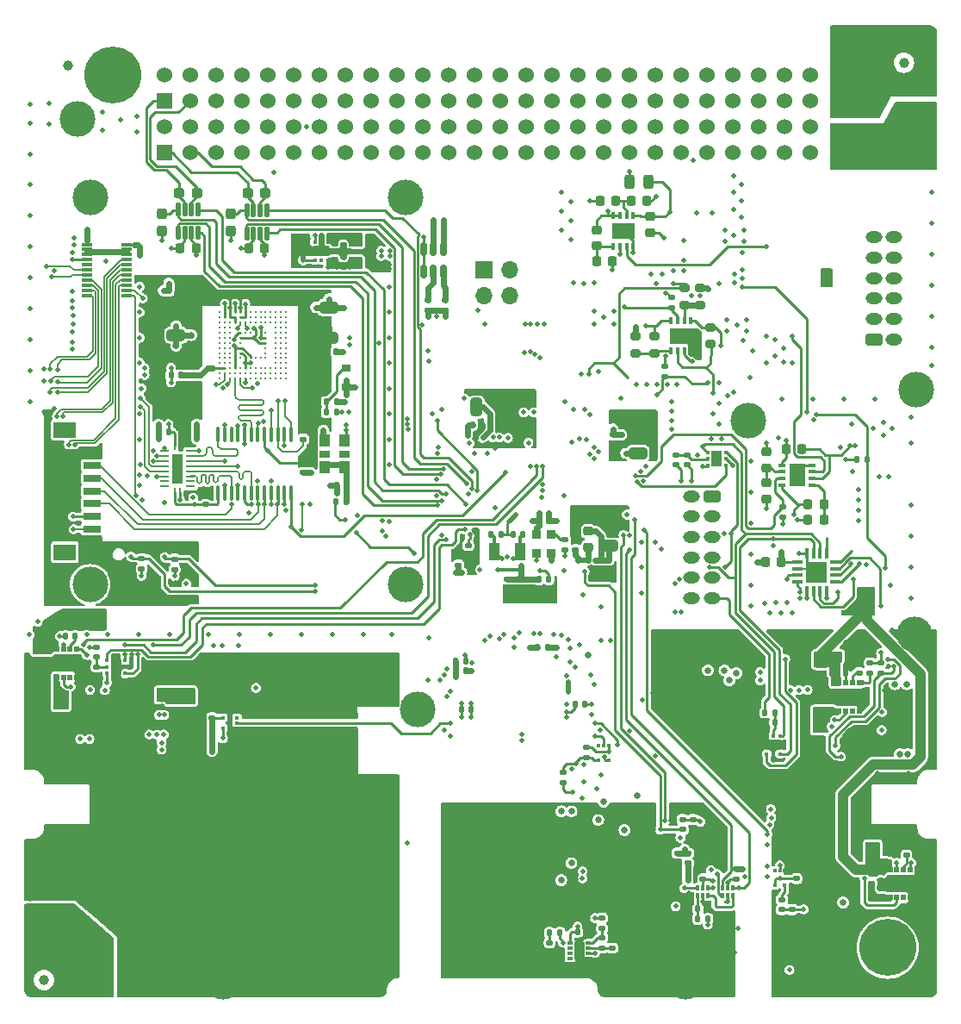
<source format=gbl>
G04 #@! TF.GenerationSoftware,KiCad,Pcbnew,7.0.0-da2b9df05c~171~ubuntu22.04.1*
G04 #@! TF.CreationDate,2023-04-04T23:18:37+03:00*
G04 #@! TF.ProjectId,satnogs-comms,7361746e-6f67-4732-9d63-6f6d6d732e6b,rev?*
G04 #@! TF.SameCoordinates,PX4eb9cf0PY82ce540*
G04 #@! TF.FileFunction,Copper,L6,Bot*
G04 #@! TF.FilePolarity,Positive*
%FSLAX46Y46*%
G04 Gerber Fmt 4.6, Leading zero omitted, Abs format (unit mm)*
G04 Created by KiCad (PCBNEW 7.0.0-da2b9df05c~171~ubuntu22.04.1) date 2023-04-04 23:18:37*
%MOMM*%
%LPD*%
G01*
G04 APERTURE LIST*
G04 Aperture macros list*
%AMRoundRect*
0 Rectangle with rounded corners*
0 $1 Rounding radius*
0 $2 $3 $4 $5 $6 $7 $8 $9 X,Y pos of 4 corners*
0 Add a 4 corners polygon primitive as box body*
4,1,4,$2,$3,$4,$5,$6,$7,$8,$9,$2,$3,0*
0 Add four circle primitives for the rounded corners*
1,1,$1+$1,$2,$3*
1,1,$1+$1,$4,$5*
1,1,$1+$1,$6,$7*
1,1,$1+$1,$8,$9*
0 Add four rect primitives between the rounded corners*
20,1,$1+$1,$2,$3,$4,$5,0*
20,1,$1+$1,$4,$5,$6,$7,0*
20,1,$1+$1,$6,$7,$8,$9,0*
20,1,$1+$1,$8,$9,$2,$3,0*%
%AMOutline4P*
0 Free polygon, 4 corners , with rotation*
0 The origin of the aperture is its center*
0 number of corners: always 4*
0 $1 to $8 corner X, Y*
0 $9 Rotation angle, in degrees counterclockwise*
0 create outline with 4 corners*
4,1,4,$1,$2,$3,$4,$5,$6,$7,$8,$1,$2,$9*%
%AMFreePoly0*
4,1,36,0.462941,0.544983,0.479174,0.544983,0.492307,0.535440,0.507748,0.530424,0.517290,0.517290,0.530424,0.507748,0.535440,0.492307,0.544983,0.479174,0.544983,0.462941,0.550000,0.447500,0.550000,-0.447500,0.544983,-0.462941,0.544983,-0.479174,0.535440,-0.492307,0.530424,-0.507748,0.517290,-0.517290,0.507748,-0.530424,0.492307,-0.535440,0.479174,-0.544983,0.462941,-0.544983,
0.447500,-0.550000,-0.447500,-0.550000,-0.462941,-0.544983,-0.479174,-0.544983,-0.492307,-0.535440,-0.507748,-0.530424,-0.517290,-0.517290,-0.530424,-0.507748,-0.535440,-0.492307,-0.544983,-0.479174,-0.544983,-0.462941,-0.550000,-0.447500,-0.550000,0.350000,-0.350000,0.550000,0.447500,0.550000,0.462941,0.544983,0.462941,0.544983,$1*%
G04 Aperture macros list end*
G04 #@! TA.AperFunction,ComponentPad*
%ADD10R,1.524000X1.524000*%
G04 #@! TD*
G04 #@! TA.AperFunction,ComponentPad*
%ADD11C,1.524000*%
G04 #@! TD*
G04 #@! TA.AperFunction,ComponentPad*
%ADD12C,5.600000*%
G04 #@! TD*
G04 #@! TA.AperFunction,ComponentPad*
%ADD13C,0.500000*%
G04 #@! TD*
G04 #@! TA.AperFunction,SMDPad,CuDef*
%ADD14FreePoly0,180.000000*%
G04 #@! TD*
G04 #@! TA.AperFunction,ComponentPad*
%ADD15C,0.334000*%
G04 #@! TD*
G04 #@! TA.AperFunction,SMDPad,CuDef*
%ADD16R,1.600000X0.334000*%
G04 #@! TD*
G04 #@! TA.AperFunction,SMDPad,CuDef*
%ADD17RoundRect,0.250001X-1.099999X-1.099999X1.099999X-1.099999X1.099999X1.099999X-1.099999X1.099999X0*%
G04 #@! TD*
G04 #@! TA.AperFunction,ComponentPad*
%ADD18C,0.600000*%
G04 #@! TD*
G04 #@! TA.AperFunction,SMDPad,CuDef*
%ADD19RoundRect,0.250001X0.899999X-0.899999X0.899999X0.899999X-0.899999X0.899999X-0.899999X-0.899999X0*%
G04 #@! TD*
G04 #@! TA.AperFunction,SMDPad,CuDef*
%ADD20RoundRect,0.250001X-0.799999X-0.799999X0.799999X-0.799999X0.799999X0.799999X-0.799999X0.799999X0*%
G04 #@! TD*
G04 #@! TA.AperFunction,ComponentPad*
%ADD21C,3.500000*%
G04 #@! TD*
G04 #@! TA.AperFunction,ComponentPad*
%ADD22R,1.700000X1.700000*%
G04 #@! TD*
G04 #@! TA.AperFunction,ComponentPad*
%ADD23O,1.700000X1.700000*%
G04 #@! TD*
G04 #@! TA.AperFunction,WasherPad*
%ADD24C,3.500000*%
G04 #@! TD*
G04 #@! TA.AperFunction,ComponentPad*
%ADD25RoundRect,0.250000X-0.575000X0.350000X-0.575000X-0.350000X0.575000X-0.350000X0.575000X0.350000X0*%
G04 #@! TD*
G04 #@! TA.AperFunction,ComponentPad*
%ADD26O,1.650000X1.200000*%
G04 #@! TD*
G04 #@! TA.AperFunction,SMDPad,CuDef*
%ADD27R,1.600000X0.500000*%
G04 #@! TD*
G04 #@! TA.AperFunction,ComponentPad*
%ADD28RoundRect,0.250000X0.575000X-0.350000X0.575000X0.350000X-0.575000X0.350000X-0.575000X-0.350000X0*%
G04 #@! TD*
G04 #@! TA.AperFunction,SMDPad,CuDef*
%ADD29RoundRect,0.147500X0.172500X-0.147500X0.172500X0.147500X-0.172500X0.147500X-0.172500X-0.147500X0*%
G04 #@! TD*
G04 #@! TA.AperFunction,SMDPad,CuDef*
%ADD30RoundRect,0.147500X-0.147500X-0.172500X0.147500X-0.172500X0.147500X0.172500X-0.147500X0.172500X0*%
G04 #@! TD*
G04 #@! TA.AperFunction,SMDPad,CuDef*
%ADD31RoundRect,0.087500X-0.425000X-0.087500X0.425000X-0.087500X0.425000X0.087500X-0.425000X0.087500X0*%
G04 #@! TD*
G04 #@! TA.AperFunction,SMDPad,CuDef*
%ADD32RoundRect,0.087500X-0.087500X-0.425000X0.087500X-0.425000X0.087500X0.425000X-0.087500X0.425000X0*%
G04 #@! TD*
G04 #@! TA.AperFunction,SMDPad,CuDef*
%ADD33R,2.100000X2.100000*%
G04 #@! TD*
G04 #@! TA.AperFunction,SMDPad,CuDef*
%ADD34RoundRect,0.218750X-0.218750X-0.256250X0.218750X-0.256250X0.218750X0.256250X-0.218750X0.256250X0*%
G04 #@! TD*
G04 #@! TA.AperFunction,SMDPad,CuDef*
%ADD35RoundRect,0.237500X0.287500X0.237500X-0.287500X0.237500X-0.287500X-0.237500X0.287500X-0.237500X0*%
G04 #@! TD*
G04 #@! TA.AperFunction,SMDPad,CuDef*
%ADD36RoundRect,0.237500X0.237500X-0.287500X0.237500X0.287500X-0.237500X0.287500X-0.237500X-0.287500X0*%
G04 #@! TD*
G04 #@! TA.AperFunction,SMDPad,CuDef*
%ADD37C,0.240000*%
G04 #@! TD*
G04 #@! TA.AperFunction,SMDPad,CuDef*
%ADD38RoundRect,0.218750X0.256250X-0.218750X0.256250X0.218750X-0.256250X0.218750X-0.256250X-0.218750X0*%
G04 #@! TD*
G04 #@! TA.AperFunction,SMDPad,CuDef*
%ADD39RoundRect,0.218750X0.218750X0.256250X-0.218750X0.256250X-0.218750X-0.256250X0.218750X-0.256250X0*%
G04 #@! TD*
G04 #@! TA.AperFunction,SMDPad,CuDef*
%ADD40RoundRect,0.075000X-0.075000X0.275000X-0.075000X-0.275000X0.075000X-0.275000X0.075000X0.275000X0*%
G04 #@! TD*
G04 #@! TA.AperFunction,SMDPad,CuDef*
%ADD41R,2.300000X1.500000*%
G04 #@! TD*
G04 #@! TA.AperFunction,SMDPad,CuDef*
%ADD42RoundRect,0.147500X0.147500X0.172500X-0.147500X0.172500X-0.147500X-0.172500X0.147500X-0.172500X0*%
G04 #@! TD*
G04 #@! TA.AperFunction,SMDPad,CuDef*
%ADD43RoundRect,0.250000X-0.650000X0.325000X-0.650000X-0.325000X0.650000X-0.325000X0.650000X0.325000X0*%
G04 #@! TD*
G04 #@! TA.AperFunction,SMDPad,CuDef*
%ADD44RoundRect,0.147500X-0.172500X0.147500X-0.172500X-0.147500X0.172500X-0.147500X0.172500X0.147500X0*%
G04 #@! TD*
G04 #@! TA.AperFunction,SMDPad,CuDef*
%ADD45RoundRect,0.250000X0.325000X0.650000X-0.325000X0.650000X-0.325000X-0.650000X0.325000X-0.650000X0*%
G04 #@! TD*
G04 #@! TA.AperFunction,SMDPad,CuDef*
%ADD46RoundRect,0.218750X-0.256250X0.218750X-0.256250X-0.218750X0.256250X-0.218750X0.256250X0.218750X0*%
G04 #@! TD*
G04 #@! TA.AperFunction,SMDPad,CuDef*
%ADD47R,1.000000X1.800000*%
G04 #@! TD*
G04 #@! TA.AperFunction,SMDPad,CuDef*
%ADD48RoundRect,0.250000X0.650000X-0.325000X0.650000X0.325000X-0.650000X0.325000X-0.650000X-0.325000X0*%
G04 #@! TD*
G04 #@! TA.AperFunction,SMDPad,CuDef*
%ADD49R,0.470000X0.560000*%
G04 #@! TD*
G04 #@! TA.AperFunction,ComponentPad*
%ADD50C,1.000000*%
G04 #@! TD*
G04 #@! TA.AperFunction,SMDPad,CuDef*
%ADD51R,2.520000X1.700000*%
G04 #@! TD*
G04 #@! TA.AperFunction,SMDPad,CuDef*
%ADD52RoundRect,0.243750X0.243750X0.456250X-0.243750X0.456250X-0.243750X-0.456250X0.243750X-0.456250X0*%
G04 #@! TD*
G04 #@! TA.AperFunction,SMDPad,CuDef*
%ADD53RoundRect,0.140000X0.140000X0.170000X-0.140000X0.170000X-0.140000X-0.170000X0.140000X-0.170000X0*%
G04 #@! TD*
G04 #@! TA.AperFunction,SMDPad,CuDef*
%ADD54RoundRect,0.135000X-0.135000X-0.185000X0.135000X-0.185000X0.135000X0.185000X-0.135000X0.185000X0*%
G04 #@! TD*
G04 #@! TA.AperFunction,SMDPad,CuDef*
%ADD55RoundRect,0.135000X-0.185000X0.135000X-0.185000X-0.135000X0.185000X-0.135000X0.185000X0.135000X0*%
G04 #@! TD*
G04 #@! TA.AperFunction,SMDPad,CuDef*
%ADD56RoundRect,0.093750X0.093750X0.106250X-0.093750X0.106250X-0.093750X-0.106250X0.093750X-0.106250X0*%
G04 #@! TD*
G04 #@! TA.AperFunction,SMDPad,CuDef*
%ADD57R,1.000000X1.600000*%
G04 #@! TD*
G04 #@! TA.AperFunction,SMDPad,CuDef*
%ADD58RoundRect,0.093750X0.106250X-0.093750X0.106250X0.093750X-0.106250X0.093750X-0.106250X-0.093750X0*%
G04 #@! TD*
G04 #@! TA.AperFunction,SMDPad,CuDef*
%ADD59R,1.600000X1.000000*%
G04 #@! TD*
G04 #@! TA.AperFunction,SMDPad,CuDef*
%ADD60R,0.300000X0.450000*%
G04 #@! TD*
G04 #@! TA.AperFunction,SMDPad,CuDef*
%ADD61RoundRect,0.243750X-0.456250X0.243750X-0.456250X-0.243750X0.456250X-0.243750X0.456250X0.243750X0*%
G04 #@! TD*
G04 #@! TA.AperFunction,SMDPad,CuDef*
%ADD62RoundRect,0.135000X0.185000X-0.135000X0.185000X0.135000X-0.185000X0.135000X-0.185000X-0.135000X0*%
G04 #@! TD*
G04 #@! TA.AperFunction,SMDPad,CuDef*
%ADD63RoundRect,0.075000X-0.275000X-0.075000X0.275000X-0.075000X0.275000X0.075000X-0.275000X0.075000X0*%
G04 #@! TD*
G04 #@! TA.AperFunction,SMDPad,CuDef*
%ADD64R,1.500000X2.300000*%
G04 #@! TD*
G04 #@! TA.AperFunction,SMDPad,CuDef*
%ADD65RoundRect,0.140000X0.170000X-0.140000X0.170000X0.140000X-0.170000X0.140000X-0.170000X-0.140000X0*%
G04 #@! TD*
G04 #@! TA.AperFunction,SMDPad,CuDef*
%ADD66R,0.300000X0.520000*%
G04 #@! TD*
G04 #@! TA.AperFunction,SMDPad,CuDef*
%ADD67R,0.300000X0.490000*%
G04 #@! TD*
G04 #@! TA.AperFunction,SMDPad,CuDef*
%ADD68R,0.500000X0.300000*%
G04 #@! TD*
G04 #@! TA.AperFunction,SMDPad,CuDef*
%ADD69R,1.050000X1.750000*%
G04 #@! TD*
G04 #@! TA.AperFunction,SMDPad,CuDef*
%ADD70C,0.500000*%
G04 #@! TD*
G04 #@! TA.AperFunction,SMDPad,CuDef*
%ADD71RoundRect,0.243750X-0.243750X-0.456250X0.243750X-0.456250X0.243750X0.456250X-0.243750X0.456250X0*%
G04 #@! TD*
G04 #@! TA.AperFunction,SMDPad,CuDef*
%ADD72R,1.800000X0.700000*%
G04 #@! TD*
G04 #@! TA.AperFunction,SMDPad,CuDef*
%ADD73R,2.200000X1.600000*%
G04 #@! TD*
G04 #@! TA.AperFunction,SMDPad,CuDef*
%ADD74R,0.900000X0.800000*%
G04 #@! TD*
G04 #@! TA.AperFunction,SMDPad,CuDef*
%ADD75RoundRect,0.135000X0.135000X0.185000X-0.135000X0.185000X-0.135000X-0.185000X0.135000X-0.185000X0*%
G04 #@! TD*
G04 #@! TA.AperFunction,SMDPad,CuDef*
%ADD76RoundRect,0.100000X-0.100000X0.637500X-0.100000X-0.637500X0.100000X-0.637500X0.100000X0.637500X0*%
G04 #@! TD*
G04 #@! TA.AperFunction,SMDPad,CuDef*
%ADD77RoundRect,0.125000X0.125000X-0.537500X0.125000X0.537500X-0.125000X0.537500X-0.125000X-0.537500X0*%
G04 #@! TD*
G04 #@! TA.AperFunction,SMDPad,CuDef*
%ADD78R,0.450000X0.300000*%
G04 #@! TD*
G04 #@! TA.AperFunction,SMDPad,CuDef*
%ADD79RoundRect,0.250000X-0.475000X0.250000X-0.475000X-0.250000X0.475000X-0.250000X0.475000X0.250000X0*%
G04 #@! TD*
G04 #@! TA.AperFunction,SMDPad,CuDef*
%ADD80RoundRect,0.237500X-0.237500X0.250000X-0.237500X-0.250000X0.237500X-0.250000X0.237500X0.250000X0*%
G04 #@! TD*
G04 #@! TA.AperFunction,SMDPad,CuDef*
%ADD81RoundRect,0.237500X0.237500X-0.250000X0.237500X0.250000X-0.237500X0.250000X-0.237500X-0.250000X0*%
G04 #@! TD*
G04 #@! TA.AperFunction,SMDPad,CuDef*
%ADD82RoundRect,0.200000X0.275000X-0.200000X0.275000X0.200000X-0.275000X0.200000X-0.275000X-0.200000X0*%
G04 #@! TD*
G04 #@! TA.AperFunction,SMDPad,CuDef*
%ADD83C,0.050000*%
G04 #@! TD*
G04 #@! TA.AperFunction,SMDPad,CuDef*
%ADD84RoundRect,0.200000X-0.275000X0.200000X-0.275000X-0.200000X0.275000X-0.200000X0.275000X0.200000X0*%
G04 #@! TD*
G04 #@! TA.AperFunction,SMDPad,CuDef*
%ADD85C,1.000000*%
G04 #@! TD*
G04 #@! TA.AperFunction,SMDPad,CuDef*
%ADD86RoundRect,0.225000X-0.225000X-0.250000X0.225000X-0.250000X0.225000X0.250000X-0.225000X0.250000X0*%
G04 #@! TD*
G04 #@! TA.AperFunction,SMDPad,CuDef*
%ADD87R,1.000000X0.300000*%
G04 #@! TD*
G04 #@! TA.AperFunction,SMDPad,CuDef*
%ADD88RoundRect,0.140000X-0.140000X-0.170000X0.140000X-0.170000X0.140000X0.170000X-0.140000X0.170000X0*%
G04 #@! TD*
G04 #@! TA.AperFunction,SMDPad,CuDef*
%ADD89RoundRect,0.225000X-0.250000X0.225000X-0.250000X-0.225000X0.250000X-0.225000X0.250000X0.225000X0*%
G04 #@! TD*
G04 #@! TA.AperFunction,SMDPad,CuDef*
%ADD90Outline4P,-0.450000X-0.400000X0.450000X-0.400000X0.450000X0.400000X-0.450000X0.400000X270.000000*%
G04 #@! TD*
G04 #@! TA.AperFunction,SMDPad,CuDef*
%ADD91RoundRect,0.225000X0.250000X-0.225000X0.250000X0.225000X-0.250000X0.225000X-0.250000X-0.225000X0*%
G04 #@! TD*
G04 #@! TA.AperFunction,SMDPad,CuDef*
%ADD92RoundRect,0.140000X-0.170000X0.140000X-0.170000X-0.140000X0.170000X-0.140000X0.170000X0.140000X0*%
G04 #@! TD*
G04 #@! TA.AperFunction,SMDPad,CuDef*
%ADD93R,0.240000X0.900000*%
G04 #@! TD*
G04 #@! TA.AperFunction,SMDPad,CuDef*
%ADD94R,0.900000X0.240000*%
G04 #@! TD*
G04 #@! TA.AperFunction,SMDPad,CuDef*
%ADD95R,1.000000X2.900000*%
G04 #@! TD*
G04 #@! TA.AperFunction,SMDPad,CuDef*
%ADD96R,1.000000X1.300000*%
G04 #@! TD*
G04 #@! TA.AperFunction,SMDPad,CuDef*
%ADD97R,1.000000X0.700000*%
G04 #@! TD*
G04 #@! TA.AperFunction,SMDPad,CuDef*
%ADD98RoundRect,0.150000X-0.150000X0.512500X-0.150000X-0.512500X0.150000X-0.512500X0.150000X0.512500X0*%
G04 #@! TD*
G04 #@! TA.AperFunction,ViaPad*
%ADD99C,0.460000*%
G04 #@! TD*
G04 #@! TA.AperFunction,ViaPad*
%ADD100C,0.660000*%
G04 #@! TD*
G04 #@! TA.AperFunction,Conductor*
%ADD101C,0.250000*%
G04 #@! TD*
G04 #@! TA.AperFunction,Conductor*
%ADD102C,0.600000*%
G04 #@! TD*
G04 #@! TA.AperFunction,Conductor*
%ADD103C,0.200000*%
G04 #@! TD*
G04 #@! TA.AperFunction,Conductor*
%ADD104C,0.350000*%
G04 #@! TD*
G04 #@! TA.AperFunction,Conductor*
%ADD105C,1.000000*%
G04 #@! TD*
G04 #@! TA.AperFunction,Conductor*
%ADD106C,0.450000*%
G04 #@! TD*
G04 #@! TA.AperFunction,Conductor*
%ADD107C,0.300000*%
G04 #@! TD*
G04 #@! TA.AperFunction,Conductor*
%ADD108C,0.180000*%
G04 #@! TD*
G04 APERTURE END LIST*
G36*
X53945600Y30208600D02*
G01*
X53445600Y30208600D01*
X53445600Y31208600D01*
X53945600Y31208600D01*
X53945600Y30208600D01*
G37*
G36*
X81230280Y31892240D02*
G01*
X80730280Y31892240D01*
X80730280Y32892240D01*
X81230280Y32892240D01*
X81230280Y31892240D01*
G37*
G36*
X48739530Y47471577D02*
G01*
X48032423Y46764470D01*
X47678870Y47118023D01*
X48385977Y47825130D01*
X48739530Y47471577D01*
G37*
G36*
X55651400Y42904600D02*
G01*
X54651400Y42904600D01*
X54651400Y43404600D01*
X55651400Y43404600D01*
X55651400Y42904600D01*
G37*
G36*
X27885200Y72626600D02*
G01*
X27385200Y72626600D01*
X27385200Y73626600D01*
X27885200Y73626600D01*
X27885200Y72626600D01*
G37*
D10*
X13969999Y83184999D03*
D11*
X13970000Y85725000D03*
X16510000Y83185000D03*
X16510000Y85725000D03*
X19050000Y83185000D03*
X19050000Y85725000D03*
X21590000Y83185000D03*
X21590000Y85725000D03*
X24130000Y83185000D03*
X24130000Y85725000D03*
X26670000Y83185000D03*
X26670000Y85725000D03*
X29210000Y83185000D03*
X29210000Y85725000D03*
X31750000Y83185000D03*
X31750000Y85725000D03*
X34290000Y83185000D03*
X34290000Y85725000D03*
X36830000Y83185000D03*
X36830000Y85725000D03*
X39370000Y83185000D03*
X39370000Y85725000D03*
X41910000Y83185000D03*
X41910000Y85725000D03*
X44450000Y83185000D03*
X44450000Y85725000D03*
X46990000Y83185000D03*
X46990000Y85725000D03*
X49530000Y83185000D03*
X49530000Y85725000D03*
X52070000Y83185000D03*
X52070000Y85725000D03*
X54610000Y83185000D03*
X54610000Y85725000D03*
X57150000Y83185000D03*
X57150000Y85725000D03*
X59690000Y83185000D03*
X59690000Y85725000D03*
X62230000Y83185000D03*
X62230000Y85725000D03*
X64770000Y83185000D03*
X64770000Y85725000D03*
X67310000Y83185000D03*
X67310000Y85725000D03*
X69850000Y83185000D03*
X69850000Y85725000D03*
X72390000Y83185000D03*
X72390000Y85725000D03*
X74930000Y83185000D03*
X74930000Y85725000D03*
X77470000Y83185000D03*
X77470000Y85725000D03*
D10*
X13969999Y88264999D03*
D11*
X13970000Y90805000D03*
X16510000Y88265000D03*
X16510000Y90805000D03*
X19050000Y88265000D03*
X19050000Y90805000D03*
X21590000Y88265000D03*
X21590000Y90805000D03*
X24130000Y88265000D03*
X24130000Y90805000D03*
X26670000Y88265000D03*
X26670000Y90805000D03*
X29210000Y88265000D03*
X29210000Y90805000D03*
X31750000Y88265000D03*
X31750000Y90805000D03*
X34290000Y88265000D03*
X34290000Y90805000D03*
X36830000Y88265000D03*
X36830000Y90805000D03*
X39370000Y88265000D03*
X39370000Y90805000D03*
X41910000Y88265000D03*
X41910000Y90805000D03*
X44450000Y88265000D03*
X44450000Y90805000D03*
X46990000Y88265000D03*
X46990000Y90805000D03*
X49530000Y88265000D03*
X49530000Y90805000D03*
X52070000Y88265000D03*
X52070000Y90805000D03*
X54610000Y88265000D03*
X54610000Y90805000D03*
X57150000Y88265000D03*
X57150000Y90805000D03*
X59690000Y88265000D03*
X59690000Y90805000D03*
X62230000Y88265000D03*
X62230000Y90805000D03*
X64770000Y88265000D03*
X64770000Y90805000D03*
X67310000Y88265000D03*
X67310000Y90805000D03*
X69850000Y88265000D03*
X69850000Y90805000D03*
X72390000Y88265000D03*
X72390000Y90805000D03*
X74930000Y88265000D03*
X74930000Y90805000D03*
X77470000Y88265000D03*
X77470000Y90805000D03*
D12*
X82550000Y90805000D03*
X85090000Y5080000D03*
X5080000Y5080000D03*
X8890000Y90805000D03*
D13*
X75687600Y17390700D03*
X75687600Y17940700D03*
D14*
X75412600Y17665700D03*
D13*
X75137600Y17390700D03*
X75137600Y17940700D03*
D15*
X77747400Y10439400D03*
X77114400Y10439400D03*
D16*
X77114399Y10439399D03*
D15*
X76481400Y10439400D03*
D13*
X69784700Y26127700D03*
X69784700Y25027700D03*
X69784700Y23927700D03*
X70884700Y26127700D03*
X70884700Y25027700D03*
D17*
X70884700Y25027700D03*
D13*
X70884700Y23927700D03*
X71984700Y26127700D03*
X71984700Y25027700D03*
X71984700Y23927700D03*
D18*
X57299800Y12488500D03*
X58149800Y12488500D03*
X58999800Y12488500D03*
X57299800Y13338500D03*
X58149800Y13338500D03*
D19*
X58149800Y13338500D03*
D18*
X58999800Y13338500D03*
X57299800Y14188500D03*
X58149800Y14188500D03*
X58999800Y14188500D03*
X67296600Y16244000D03*
X67296600Y15494000D03*
X67296600Y14744000D03*
X68046600Y16244000D03*
X68046600Y15494000D03*
D20*
X68046600Y15494000D03*
D18*
X68046600Y14744000D03*
X68796600Y16244000D03*
X68796600Y15494000D03*
X68796600Y14744000D03*
D21*
X82240000Y25220000D03*
D22*
X45364999Y71684999D03*
D23*
X47904999Y71684999D03*
X45364999Y69144999D03*
X47904999Y69144999D03*
D18*
X11033200Y28352600D03*
D24*
X6687200Y40767000D03*
X37687200Y40767000D03*
X6687200Y78767000D03*
X37687200Y78767000D03*
D18*
X10433200Y27752600D03*
X10433200Y28952600D03*
D25*
X67843400Y49428400D03*
D26*
X65843399Y49428399D03*
X67843399Y47428399D03*
X65843399Y47428399D03*
X67843399Y45428399D03*
X65843399Y45428399D03*
X67843399Y43428399D03*
X65843399Y43428399D03*
X67843399Y41428399D03*
X65843399Y41428399D03*
X67843399Y39428399D03*
X65843399Y39428399D03*
D18*
X11033200Y28952600D03*
X9833200Y28352600D03*
X9833200Y28952600D03*
D21*
X3175000Y26416000D03*
X5486000Y86512000D03*
X19750000Y1750000D03*
X38862000Y28448000D03*
X46482000Y16383000D03*
X63500000Y30099000D03*
X65250000Y1730000D03*
X71437000Y56832000D03*
X82245000Y25222000D03*
X85270000Y83830000D03*
X87757000Y35877000D03*
X87884000Y59880000D03*
D18*
X10433200Y28352600D03*
D13*
X86300400Y27355800D03*
D27*
X85750399Y27355799D03*
D13*
X85200400Y27355800D03*
D28*
X83725000Y64850000D03*
D26*
X85724999Y64849999D03*
X83724999Y66849999D03*
X85724999Y66849999D03*
X83724999Y68849999D03*
X85724999Y68849999D03*
X83724999Y70849999D03*
X85724999Y70849999D03*
X83724999Y72849999D03*
X85724999Y72849999D03*
X83724999Y74849999D03*
X85724999Y74849999D03*
D18*
X11033200Y27752600D03*
X9833200Y27752600D03*
D29*
X43865800Y43609400D03*
X43865800Y44579400D03*
D30*
X50797600Y41275000D03*
X51767600Y41275000D03*
D31*
X76267000Y41004500D03*
X76267000Y41654500D03*
X76267000Y42304500D03*
X76267000Y42954500D03*
D32*
X77154500Y43842000D03*
X77804500Y43842000D03*
X78454500Y43842000D03*
X79104500Y43842000D03*
D31*
X79992000Y42954500D03*
X79992000Y42304500D03*
X79992000Y41654500D03*
X79992000Y41004500D03*
D32*
X79104500Y40117000D03*
X78454500Y40117000D03*
X77804500Y40117000D03*
X77154500Y40117000D03*
D33*
X78129499Y41979499D03*
D34*
X15514500Y73772600D03*
X17089500Y73772600D03*
D35*
X23933500Y79172600D03*
X22183500Y79172600D03*
D36*
X20508500Y75452000D03*
X20508500Y77202000D03*
D35*
X17177000Y79172600D03*
X15427000Y79172600D03*
D36*
X13752000Y75447600D03*
X13752000Y77197600D03*
D34*
X22271000Y73772600D03*
X23846000Y73772600D03*
D37*
X19438000Y60996400D03*
X20438000Y60996400D03*
X20938000Y60996400D03*
X21438000Y60996400D03*
X21938000Y60996400D03*
X22438000Y60996400D03*
X22938000Y60996400D03*
X23438000Y60996400D03*
X23938000Y60996400D03*
X24438000Y60996400D03*
X24938000Y60996400D03*
X25438000Y60996400D03*
X25938000Y60996400D03*
X19438000Y61496400D03*
X19938000Y61496400D03*
X19938000Y60996400D03*
X20438000Y61496400D03*
X20938000Y61496400D03*
X21438000Y61496400D03*
X21938000Y61496400D03*
X22438000Y61496400D03*
X22938000Y61496400D03*
X23438000Y61496400D03*
X23938000Y61496400D03*
X24438000Y61496400D03*
X24938000Y61496400D03*
X25438000Y61496400D03*
X25938000Y61496400D03*
X19438000Y61996400D03*
X19938000Y61996400D03*
X20438000Y61996400D03*
X20938000Y62496400D03*
X20938000Y61996400D03*
X21438000Y61996400D03*
X21938000Y61996400D03*
X22438000Y61996400D03*
X22938000Y61996400D03*
X23438000Y61996400D03*
X23938000Y61996400D03*
X24438000Y61996400D03*
X24938000Y61996400D03*
X25438000Y61996400D03*
X25938000Y61996400D03*
X19438000Y62496400D03*
X19938000Y62496400D03*
X20438000Y62496400D03*
X24938000Y62496400D03*
X25438000Y62496400D03*
X25938000Y62496400D03*
X19438000Y62996400D03*
X19938000Y62996400D03*
X20438000Y62996400D03*
X21438000Y62996400D03*
X21938000Y62996400D03*
X22438000Y62996400D03*
X22938000Y62996400D03*
X23438000Y62996400D03*
X23938000Y62996400D03*
X24938000Y62996400D03*
X25438000Y62996400D03*
X25938000Y62996400D03*
X19438000Y63496400D03*
X19938000Y63496400D03*
X20438000Y63496400D03*
X21438000Y63496400D03*
X23938000Y63496400D03*
X24938000Y63496400D03*
X25438000Y63496400D03*
X25938000Y63496400D03*
X19438000Y63996400D03*
X19938000Y63996400D03*
X20438000Y63996400D03*
X21438000Y63996400D03*
X23938000Y63996400D03*
X24938000Y63996400D03*
X25438000Y63996400D03*
X25938000Y63996400D03*
X19438000Y64496400D03*
X19938000Y64496400D03*
X20438000Y64496400D03*
X21438000Y64496400D03*
X23938000Y64496400D03*
X24938000Y64496400D03*
X25438000Y64496400D03*
X25938000Y64496400D03*
X19438000Y64996400D03*
X19938000Y64996400D03*
X20438000Y64996400D03*
X21438000Y64996400D03*
X23938000Y64996400D03*
X24938000Y64996400D03*
X25438000Y64996400D03*
X25938000Y64996400D03*
X19438000Y65496400D03*
X19938000Y65496400D03*
X20438000Y65496400D03*
X21438000Y65496400D03*
X21938000Y65496400D03*
X22438000Y65496400D03*
X22938000Y65496400D03*
X23438000Y65496400D03*
X23938000Y65496400D03*
X24938000Y65496400D03*
X25438000Y65496400D03*
X25938000Y65496400D03*
X19438000Y65996400D03*
X19938000Y65996400D03*
X20438000Y65996400D03*
X24938000Y65996400D03*
X25438000Y65996400D03*
X25938000Y65996400D03*
X19438000Y66496400D03*
X19938000Y66496400D03*
X20438000Y66496400D03*
X20938000Y66496400D03*
X21438000Y66496400D03*
X21938000Y66496400D03*
X22438000Y66496400D03*
X22938000Y66496400D03*
X23438000Y66496400D03*
X23938000Y66496400D03*
X24438000Y66496400D03*
X24938000Y66496400D03*
X25438000Y66496400D03*
X25938000Y66496400D03*
X19438000Y66996400D03*
X19938000Y67496400D03*
X19938000Y66996400D03*
X20438000Y66996400D03*
X20938000Y66996400D03*
X21438000Y66996400D03*
X21938000Y66996400D03*
X22438000Y66996400D03*
X22938000Y66996400D03*
X23438000Y66996400D03*
X23938000Y66996400D03*
X24438000Y66996400D03*
X24938000Y66996400D03*
X25438000Y66996400D03*
X25938000Y66996400D03*
X19438000Y67496400D03*
X20438000Y67496400D03*
X20938000Y67496400D03*
X21438000Y67496400D03*
X21938000Y67496400D03*
X22438000Y67496400D03*
X22938000Y67496400D03*
X23438000Y67496400D03*
X23938000Y67496400D03*
X24438000Y67496400D03*
X24938000Y67496400D03*
X25438000Y67496400D03*
X25938000Y67496400D03*
D34*
X56810200Y78414900D03*
X58385200Y78414900D03*
D38*
X56489600Y74015500D03*
X56489600Y75590500D03*
D39*
X58064500Y72491600D03*
X56489500Y72491600D03*
X61433200Y78414900D03*
X59858200Y78414900D03*
D40*
X58138700Y76994900D03*
X58788700Y76994900D03*
X59438700Y76994900D03*
X60088700Y76994900D03*
X60088700Y73994900D03*
X59438700Y73994900D03*
X58788700Y73994900D03*
X58138700Y73994900D03*
D41*
X59113699Y75494899D03*
D38*
X61722000Y75310900D03*
X61722000Y76885900D03*
D42*
X15618600Y61301200D03*
X14648600Y61301200D03*
D30*
X29888600Y63638000D03*
X30858600Y63638000D03*
D43*
X15133600Y68211800D03*
X15133600Y65261800D03*
D44*
X58089800Y55476000D03*
X58089800Y54506000D03*
D30*
X14420000Y69607000D03*
X15390000Y69607000D03*
D43*
X30145000Y67959600D03*
X30145000Y65009600D03*
D44*
X57658000Y43157000D03*
X57658000Y42187000D03*
D29*
X42875200Y42646600D03*
X42875200Y43616600D03*
D30*
X44297600Y56438800D03*
X45267600Y56438800D03*
D43*
X60528200Y56593000D03*
X60528200Y53643000D03*
D45*
X47626800Y58166000D03*
X44676800Y58166000D03*
D46*
X55659400Y45982100D03*
X55659400Y44407100D03*
D44*
X27635200Y55984000D03*
X27635200Y55014000D03*
D47*
X46425799Y44001999D03*
X48925799Y44001999D03*
D30*
X50823000Y46990000D03*
X51793000Y46990000D03*
D42*
X49227600Y45702000D03*
X48257600Y45702000D03*
D29*
X54406800Y44168200D03*
X54406800Y45138200D03*
D44*
X53390800Y45138200D03*
X53390800Y44168200D03*
D48*
X57658000Y44549800D03*
X57658000Y47499800D03*
D44*
X47726600Y41277400D03*
X47726600Y40307400D03*
D42*
X47094000Y45702000D03*
X46124000Y45702000D03*
D44*
X49758600Y41277400D03*
X49758600Y40307400D03*
X48742600Y41277400D03*
X48742600Y40307400D03*
D34*
X73075700Y42951400D03*
X74650700Y42951400D03*
D49*
X3399599Y34399999D03*
X4049599Y34399999D03*
X4699599Y34399999D03*
X5349599Y34399999D03*
X5349599Y31659999D03*
X4699599Y31659999D03*
X4049599Y31659999D03*
X3399599Y31659999D03*
D50*
X3866600Y33030000D03*
D51*
X4399999Y33029999D03*
D50*
X4933400Y33030000D03*
D42*
X3400000Y30460000D03*
X2430000Y30460000D03*
D30*
X4257320Y35671760D03*
X5227320Y35671760D03*
D52*
X61600600Y80270100D03*
X59725600Y80270100D03*
D53*
X55559900Y6629400D03*
X54599900Y6629400D03*
D54*
X51852100Y6540500D03*
X52872100Y6540500D03*
D55*
X51854100Y5577300D03*
X51854100Y4557300D03*
D29*
X74701400Y8839200D03*
X74701400Y9809200D03*
X75692000Y8839200D03*
X75692000Y9809200D03*
D44*
X7315200Y34584500D03*
X7315200Y33614500D03*
D29*
X7315200Y31684100D03*
X7315200Y32654100D03*
D56*
X10125300Y33312600D03*
X10125300Y32662600D03*
X10125300Y32012600D03*
X8350300Y32012600D03*
X8350300Y32662600D03*
X8350300Y33312600D03*
D57*
X9237799Y32662599D03*
D29*
X64452500Y13383400D03*
X64452500Y14353400D03*
X65963800Y16685400D03*
X65963800Y17655400D03*
D30*
X64475500Y12395200D03*
X65445500Y12395200D03*
D44*
X65468500Y14353400D03*
X65468500Y13383400D03*
D29*
X64947800Y16685400D03*
X64947800Y17655400D03*
D58*
X74508700Y24119800D03*
X73858700Y24119800D03*
X73208700Y24119800D03*
X73208700Y25894800D03*
X73858700Y25894800D03*
X74508700Y25894800D03*
D59*
X73858699Y25007299D03*
D30*
X73048000Y27178000D03*
X74018000Y27178000D03*
X73048000Y28168600D03*
X74018000Y28168600D03*
D49*
X85337199Y12747599D03*
X85987199Y12747599D03*
X86637199Y12747599D03*
X87287199Y12747599D03*
X87287199Y10007599D03*
X86637199Y10007599D03*
X85987199Y10007599D03*
X85337199Y10007599D03*
D50*
X85804200Y11377600D03*
D51*
X86337599Y11377599D03*
D50*
X86871000Y11377600D03*
D29*
X84391500Y10024320D03*
X84391500Y10994320D03*
X86944200Y14179620D03*
X86944200Y15149620D03*
D60*
X56675399Y24931599D03*
X57175399Y24931599D03*
X57675399Y24931599D03*
X57675399Y23531599D03*
X56675399Y23531599D03*
D42*
X55323600Y28956000D03*
X54353600Y28956000D03*
X51666000Y34544000D03*
X50696000Y34544000D03*
D30*
X42618800Y33248600D03*
X43588800Y33248600D03*
X42618800Y32258000D03*
X43588800Y32258000D03*
X43175200Y28448000D03*
X44145200Y28448000D03*
D42*
X67414000Y8890000D03*
X66444000Y8890000D03*
D30*
X66444000Y7899400D03*
X67414000Y7899400D03*
D29*
X79451200Y28333700D03*
X79451200Y29303700D03*
X82296000Y32077800D03*
X82296000Y33047800D03*
D61*
X78613000Y33068500D03*
X78613000Y31193500D03*
D49*
X80330599Y31080099D03*
X80980599Y31080099D03*
X81630599Y31080099D03*
X82280599Y31080099D03*
X82280599Y28340099D03*
X81630599Y28340099D03*
X80980599Y28340099D03*
X80330599Y28340099D03*
D50*
X80797600Y29710100D03*
D51*
X81330999Y29710099D03*
D50*
X81864400Y29710100D03*
D29*
X83350100Y32077800D03*
X83350100Y33047800D03*
X84416900Y32077800D03*
X84416900Y33047800D03*
X53220000Y21315000D03*
X53220000Y22285000D03*
D44*
X55499000Y24744400D03*
X55499000Y23774400D03*
D55*
X57023000Y6072600D03*
X57023000Y5052600D03*
X57023000Y8003000D03*
X57023000Y6983000D03*
D62*
X58013600Y5052600D03*
X58013600Y6072600D03*
D56*
X69187500Y53750000D03*
X69187500Y53100000D03*
X69187500Y52450000D03*
X67412500Y52450000D03*
X67412500Y53100000D03*
X67412500Y53750000D03*
D57*
X68299999Y53099999D03*
D29*
X65350000Y52515000D03*
X65350000Y53485000D03*
X64300000Y52515000D03*
X64300000Y53485000D03*
D38*
X73152000Y49187000D03*
X73152000Y50762000D03*
D39*
X78829000Y48641000D03*
X77254000Y48641000D03*
D34*
X77254000Y47117000D03*
X78829000Y47117000D03*
D46*
X73152000Y53810000D03*
X73152000Y52235000D03*
D63*
X74700000Y50523500D03*
X74700000Y51173500D03*
X74700000Y51823500D03*
X74700000Y52473500D03*
X77700000Y52473500D03*
X77700000Y51823500D03*
X77700000Y51173500D03*
X77700000Y50523500D03*
D64*
X76199999Y51498499D03*
D39*
X76677500Y54016500D03*
X75102500Y54016500D03*
D44*
X74752200Y48364000D03*
X74752200Y47394000D03*
D65*
X66941700Y11839000D03*
X66941700Y12799000D03*
X76133200Y11861800D03*
X76133200Y12821800D03*
D66*
X69854699Y10186199D03*
X69354699Y10186199D03*
X68854699Y10186199D03*
D67*
X68854699Y10936199D03*
X69354699Y10936199D03*
X69854699Y10936199D03*
D68*
X55675099Y5550599D03*
X55675099Y5050599D03*
X55675099Y4550599D03*
X55675099Y4050599D03*
X53875099Y4050599D03*
X53875099Y4550599D03*
X53875099Y5050599D03*
X53875099Y5550599D03*
D69*
X54775099Y4800599D03*
D60*
X73990199Y12626799D03*
X74490199Y12626799D03*
X74990199Y12626799D03*
X74990199Y11226799D03*
X73990199Y11226799D03*
D66*
X67441699Y10186199D03*
X66941699Y10186199D03*
X66441699Y10186199D03*
D67*
X66441699Y10936199D03*
X66941699Y10936199D03*
X67441699Y10936199D03*
D70*
X53695600Y30208600D03*
X53695600Y31208600D03*
D65*
X70256400Y11839000D03*
X70256400Y12799000D03*
D71*
X83746100Y14690020D03*
X85621100Y14690020D03*
D70*
X80980280Y32892240D03*
X80980280Y31892240D03*
D65*
X27635200Y51742400D03*
X27635200Y52702400D03*
D72*
X6908799Y46186399D03*
X6908799Y47436399D03*
X6908799Y48686399D03*
X6908799Y49936399D03*
X6908799Y51186399D03*
X6908799Y52436399D03*
X6908799Y53686399D03*
D73*
X4208799Y43936399D03*
X4208799Y55936399D03*
D74*
X31890999Y62012399D03*
X31890999Y60112399D03*
X29890999Y61062399D03*
D54*
X29891000Y57669000D03*
X30911000Y57669000D03*
D75*
X30911000Y58685000D03*
X29891000Y58685000D03*
D76*
X19280200Y55476900D03*
X19930200Y55476900D03*
X20580200Y55476900D03*
X21230200Y55476900D03*
X21880200Y55476900D03*
X22530200Y55476900D03*
X23180200Y55476900D03*
X23830200Y55476900D03*
X24480200Y55476900D03*
X25130200Y55476900D03*
X25780200Y55476900D03*
X26430200Y55476900D03*
X26430200Y49751900D03*
X25780200Y49751900D03*
X25130200Y49751900D03*
X24480200Y49751900D03*
X23830200Y49751900D03*
X23180200Y49751900D03*
X22530200Y49751900D03*
X21880200Y49751900D03*
X21230200Y49751900D03*
X20580200Y49751900D03*
X19930200Y49751900D03*
X19280200Y49751900D03*
D62*
X18029200Y48599200D03*
X18029200Y49619200D03*
D77*
X24050000Y75262500D03*
X23400000Y75262500D03*
X22750000Y75262500D03*
X22100000Y75262500D03*
X22100000Y77537500D03*
X22750000Y77537500D03*
X23400000Y77537500D03*
X24050000Y77537500D03*
X17300000Y75287500D03*
X16650000Y75287500D03*
X16000000Y75287500D03*
X15350000Y75287500D03*
X15350000Y77562500D03*
X16000000Y77562500D03*
X16650000Y77562500D03*
X17300000Y77562500D03*
D78*
X21129999Y27659999D03*
X21129999Y27159999D03*
X21129999Y26659999D03*
X19729999Y26659999D03*
X19729999Y27659999D03*
D65*
X31567400Y71946400D03*
X31567400Y72906400D03*
D79*
X15011400Y31557000D03*
X15011400Y29657000D03*
D80*
X88550000Y89212500D03*
X88550000Y87387500D03*
D58*
X30083800Y72631100D03*
X29433800Y72631100D03*
X28783800Y72631100D03*
X28783800Y74406100D03*
X29433800Y74406100D03*
X30083800Y74406100D03*
D13*
X28883800Y73518600D03*
D59*
X29433799Y73518599D03*
D13*
X29983800Y73518600D03*
D81*
X4000000Y8837500D03*
X4000000Y10662500D03*
D75*
X31879000Y48869600D03*
X30859000Y48869600D03*
D82*
X62179200Y63462400D03*
X62179200Y65112400D03*
D83*
X79095600Y45339000D03*
D79*
X1850000Y34410000D03*
X1850000Y32510000D03*
D54*
X82090000Y53000000D03*
X83110000Y53000000D03*
D84*
X65125600Y69849000D03*
X65125600Y68199000D03*
D85*
X86700000Y92000000D03*
D65*
X31567400Y74130800D03*
X31567400Y75090800D03*
D70*
X47855647Y46941247D03*
X48562753Y47648353D03*
D62*
X15000000Y42240000D03*
X15000000Y43260000D03*
D86*
X8525000Y2950000D03*
X10075000Y2950000D03*
D70*
X54651400Y43154600D03*
X55651400Y43154600D03*
D40*
X63807600Y66676400D03*
X64457600Y66676400D03*
X65107600Y66676400D03*
X65757600Y66676400D03*
X65757600Y63676400D03*
X65107600Y63676400D03*
X64457600Y63676400D03*
X63807600Y63676400D03*
D41*
X64782599Y65176399D03*
D87*
X6350999Y74164399D03*
X10250999Y74164399D03*
X6350999Y73664399D03*
X10250999Y73664399D03*
X6350999Y73164399D03*
X10250999Y73164399D03*
X6350999Y72664399D03*
X10250999Y72664399D03*
X6350999Y72164399D03*
X10250999Y72164399D03*
X6350999Y71664399D03*
X10250999Y71664399D03*
X6350999Y71164399D03*
X10250999Y71164399D03*
X6350999Y70664399D03*
X10250999Y70664399D03*
X6350999Y70164399D03*
X10250999Y70164399D03*
X6350999Y69664399D03*
X10250999Y69664399D03*
X6350999Y69164399D03*
X10250999Y69164399D03*
D82*
X67700000Y64351400D03*
X67700000Y66001400D03*
D84*
X60299600Y65112400D03*
X60299600Y63462400D03*
X66624200Y69849000D03*
X66624200Y68199000D03*
D83*
X32715200Y72339200D03*
D88*
X30917000Y50469800D03*
X31877000Y50469800D03*
D83*
X41630600Y69875400D03*
D89*
X86600000Y89075000D03*
X86600000Y87525000D03*
D90*
X52033000Y45654400D03*
X52033000Y43804400D03*
X50583000Y43804400D03*
X50583000Y45654400D03*
D88*
X40439400Y75844400D03*
X41399400Y75844400D03*
X13434400Y55764000D03*
X14394400Y55764000D03*
D62*
X63830200Y67943000D03*
X63830200Y68963000D03*
D91*
X1900000Y8825000D03*
X1900000Y10375000D03*
D83*
X39878000Y69799200D03*
D55*
X63225000Y62210000D03*
X63225000Y61190000D03*
D85*
X4550000Y91700000D03*
D92*
X16510000Y31239400D03*
X16510000Y30279400D03*
D93*
X15510599Y54431799D03*
D94*
X16560599Y53881799D03*
X16560599Y53381799D03*
X16560599Y52881799D03*
X16560599Y52381799D03*
X16560599Y51881799D03*
X16560599Y51381799D03*
X16560599Y50881799D03*
X16560599Y50381799D03*
D93*
X15510599Y49831799D03*
X15010599Y49831799D03*
D94*
X13960599Y50381799D03*
X13960599Y50881799D03*
X13960599Y51381799D03*
X13960599Y51881799D03*
X13960599Y52381799D03*
X13960599Y52881799D03*
X13960599Y53381799D03*
X13960599Y53881799D03*
D93*
X15010599Y54431799D03*
D95*
X15260599Y52131799D03*
D88*
X16203000Y55764000D03*
X17163000Y55764000D03*
D83*
X81559400Y44043600D03*
D65*
X39878000Y67719000D03*
X39878000Y68679000D03*
D89*
X81000000Y87025000D03*
X81000000Y85475000D03*
D70*
X27635200Y72626600D03*
X27635200Y73626600D03*
D96*
X29774999Y52274999D03*
D97*
X29774999Y53574999D03*
D96*
X29774999Y54874999D03*
X31674999Y54874999D03*
D97*
X31674999Y53574999D03*
D96*
X31674999Y52274999D03*
D85*
X2150000Y1900000D03*
D92*
X18670000Y28630000D03*
X18670000Y27670000D03*
D86*
X8525000Y1300000D03*
X10075000Y1300000D03*
D62*
X11750000Y42290000D03*
X11750000Y43310000D03*
D98*
X39486800Y73730700D03*
X40436800Y73730700D03*
X41386800Y73730700D03*
X41386800Y71455700D03*
X40436800Y71455700D03*
X39486800Y71455700D03*
D65*
X41630600Y67719000D03*
X41630600Y68679000D03*
D89*
X82900000Y87025000D03*
X82900000Y85475000D03*
D99*
X22987000Y30607000D03*
X685800Y32131000D03*
X1346200Y29895800D03*
X13411200Y27127200D03*
X56210200Y70358000D03*
D100*
X13893800Y31546800D03*
D99*
X75184000Y22199600D03*
D100*
X85090000Y24139400D03*
D99*
X10795000Y33883600D03*
X76708000Y14706600D03*
X73253600Y15163800D03*
X73250000Y12085000D03*
D100*
X77130000Y28110000D03*
X71260000Y32061900D03*
X77140000Y29100000D03*
D99*
X73858700Y23499100D03*
D100*
X87833200Y15147220D03*
X86944200Y15985420D03*
D99*
X55194200Y23063200D03*
X55192080Y21384680D03*
X54051200Y22606000D03*
X54146200Y20334600D03*
X49130000Y26060000D03*
X55905400Y31902400D03*
X56007000Y28956000D03*
X43180000Y27711400D03*
X43167300Y29108400D03*
X48360900Y34542973D03*
X56259990Y30910000D03*
X52552600Y34544000D03*
X49130000Y25440000D03*
X53702262Y30937200D03*
X52552600Y33680400D03*
X59944000Y7112000D03*
D100*
X52969300Y13332600D03*
X53035200Y15862300D03*
X53009800Y9474200D03*
X54030880Y15951200D03*
D99*
X76873100Y20828000D03*
X77978000Y30099000D03*
X78613000Y30099000D03*
X79451200Y29946600D03*
X63576200Y10744200D03*
X69845500Y52478619D03*
X81661000Y51866800D03*
X84277200Y51308000D03*
X85166200Y51308000D03*
X82245200Y50038000D03*
X82245200Y48006000D03*
X82245200Y49022000D03*
X82230000Y47010000D03*
X76200000Y51498500D03*
X33800000Y750000D03*
X87122000Y22250400D03*
X27432000Y35814000D03*
X6324600Y33172400D03*
X8280400Y73406000D03*
X36322000Y35814000D03*
X65805400Y50893200D03*
X71196200Y35128200D03*
X78785800Y71530000D03*
X73253600Y13106400D03*
X76200000Y47117000D03*
X11586380Y52512800D03*
X12446000Y22555200D03*
X74498200Y13970000D03*
X78350000Y750000D03*
X56896000Y38557200D03*
X27940000Y85725000D03*
D100*
X77127100Y27089100D03*
D99*
X15514600Y49083800D03*
X15500000Y750000D03*
X62450000Y60375000D03*
X48564800Y47650400D03*
X36068000Y71749500D03*
X5486400Y22072600D03*
X85168546Y32742946D03*
X69200000Y800000D03*
X30750000Y750000D03*
X65550000Y65200000D03*
X31567400Y73493200D03*
X64375000Y60375000D03*
X69951600Y59613800D03*
X71575000Y61050000D03*
X52298600Y39827200D03*
X63150000Y800000D03*
X71628000Y40640000D03*
X73202800Y62484000D03*
X36068000Y52527200D03*
X81900000Y83750000D03*
X8280400Y72517000D03*
X41900000Y16500000D03*
X71628000Y43688000D03*
X16814800Y49276000D03*
X63195200Y13271500D03*
X36068000Y57505600D03*
X18500000Y750000D03*
X81850000Y7400000D03*
D100*
X69215200Y29260800D03*
D99*
X81525000Y56475000D03*
X42614014Y31719536D03*
X66200000Y750000D03*
X61450000Y60375000D03*
X736600Y35814000D03*
X60100000Y800000D03*
X57674581Y24342019D03*
X21600000Y750000D03*
X89433400Y33604200D03*
X65963800Y82448400D03*
X7975600Y10464800D03*
X87858600Y10016420D03*
X25930000Y48040000D03*
X13431800Y56475200D03*
X73152000Y54610000D03*
X56870600Y26492200D03*
X50800000Y16400000D03*
X89408000Y70104000D03*
X50800000Y10300000D03*
X7950200Y22072600D03*
X80500000Y54225000D03*
X9677400Y86385400D03*
X40767000Y67132200D03*
X14651000Y62037800D03*
X48793400Y39433300D03*
X51079400Y49301400D03*
X48900000Y15400000D03*
X1524000Y37084000D03*
X2534603Y45237400D03*
X81381600Y22250400D03*
X27700000Y750000D03*
X56942303Y22034790D03*
X11565420Y67513200D03*
X762000Y67818000D03*
X39878000Y67132200D03*
X84500000Y8600000D03*
X56870600Y42189400D03*
X39950000Y35550000D03*
X80772000Y58928000D03*
X23723600Y56769000D03*
X47726600Y43484800D03*
X7874000Y87122000D03*
X756603Y80010000D03*
X60096400Y73329800D03*
X56498334Y20677623D03*
X750000Y14950000D03*
X72948800Y18694400D03*
X16256000Y26974800D03*
X68800000Y55045500D03*
X2514600Y56210200D03*
X16687800Y16611600D03*
X20924800Y68337000D03*
X63825000Y57750000D03*
X30145000Y68808600D03*
X55219600Y70332600D03*
X76403200Y43840400D03*
D100*
X69989900Y28409900D03*
D99*
X29650000Y25000000D03*
X800000Y9900000D03*
X11734800Y60020200D03*
X29433800Y75017200D03*
X74396600Y55118000D03*
X56413400Y47498000D03*
X41550000Y2650000D03*
X31623000Y67956000D03*
X762000Y83032600D03*
X89408000Y73152000D03*
X16459200Y26289000D03*
X57050000Y800000D03*
X70840600Y12801600D03*
X71628000Y38684200D03*
X11252200Y85191600D03*
X16738600Y28346400D03*
X68148200Y35128200D03*
X41550000Y7200000D03*
X53850000Y2550000D03*
X50800000Y4200000D03*
X12450000Y750000D03*
X11430000Y35814000D03*
X41550000Y10250000D03*
X2133600Y61899800D03*
X77724000Y58928000D03*
X50800000Y7250000D03*
X24790400Y81229200D03*
X89408000Y62230000D03*
X44526200Y55143400D03*
X762000Y86080600D03*
X41617276Y67118876D03*
X22779000Y64984200D03*
D100*
X16510000Y31877000D03*
D99*
X36068000Y55001800D03*
X53289200Y42113200D03*
X80045800Y84308800D03*
X9150000Y7000000D03*
X22479000Y20624800D03*
X87376000Y45466000D03*
X89408000Y67056000D03*
X63779400Y17576800D03*
X36068000Y72212200D03*
X57050000Y2550000D03*
X87376000Y54610000D03*
X63500000Y32385000D03*
X89400000Y8750000D03*
X17881600Y14732000D03*
X2950000Y9950000D03*
X89408000Y87020400D03*
X23148112Y60491796D03*
X74676000Y58928000D03*
X46507400Y54102000D03*
X21940800Y68311600D03*
X2641600Y88036400D03*
X5765800Y31660000D03*
X4953000Y73380600D03*
X32177000Y73493200D03*
X16459200Y25577800D03*
X762000Y73914000D03*
X43450000Y18600000D03*
X44224100Y33070800D03*
X24485600Y50927000D03*
X63195200Y12255500D03*
D100*
X80721200Y10490200D03*
D99*
X41900000Y18600000D03*
X63576200Y14198600D03*
X24384000Y35814000D03*
X35200000Y1650000D03*
X44100000Y15400000D03*
X2463800Y48387000D03*
X79603600Y26822400D03*
X11252200Y86741000D03*
X61061600Y50901600D03*
X18288000Y35814000D03*
X72212200Y42951400D03*
X73837800Y44602400D03*
X28879800Y67970400D03*
X31877000Y56464903D03*
X62280800Y23926800D03*
X41650000Y14950000D03*
X88100000Y83400000D03*
X68525000Y60573889D03*
X64058800Y71577200D03*
X53695600Y35382200D03*
X78785800Y70260000D03*
X60299600Y66040000D03*
X40005000Y62687200D03*
X65100200Y35128200D03*
X64465200Y11684000D03*
X87100000Y8700000D03*
X6477000Y14312250D03*
X70425000Y6950000D03*
X82905600Y16078200D03*
X32126786Y57657567D03*
X5650000Y9750000D03*
X52552600Y46990000D03*
X29616400Y55905400D03*
X36322000Y30607000D03*
X14020800Y26974800D03*
X40767000Y49453800D03*
X83007200Y42748200D03*
X48900000Y17000000D03*
X70810000Y73340000D03*
X36350000Y2650000D03*
X20860287Y64217145D03*
X41478200Y26466800D03*
X10414000Y7366000D03*
X63825000Y55975000D03*
X756603Y64795400D03*
X19758084Y60087320D03*
X89400000Y12850000D03*
X50800000Y18600000D03*
X12293600Y51460400D03*
X89408000Y64008000D03*
X54406800Y45745400D03*
X2534603Y42189400D03*
X11565420Y64998600D03*
X55473600Y55016400D03*
X66929000Y9601200D03*
X89408000Y79248000D03*
X4851400Y14312250D03*
X74752200Y46710600D03*
X69011800Y12700000D03*
X30276800Y50469800D03*
X14651000Y60615400D03*
X44485624Y45951300D03*
X33528000Y35814000D03*
X79370000Y70260000D03*
X66650000Y69100000D03*
X23164800Y50927000D03*
X14422400Y70343600D03*
X9601200Y9550400D03*
D100*
X66624200Y27305000D03*
D99*
X1346200Y31038800D03*
X69062600Y45720000D03*
X36093400Y64998600D03*
X89396835Y25044400D03*
X63300000Y69394500D03*
X762000Y70866000D03*
X58013600Y6680200D03*
X4978400Y65532000D03*
X13889000Y69607000D03*
X17094200Y73126600D03*
X45669200Y59613800D03*
X762000Y87960200D03*
X67868800Y77292200D03*
X65049400Y74523600D03*
X87376000Y48514000D03*
X76510300Y39370000D03*
X80750000Y5100000D03*
X36068000Y60020200D03*
D100*
X85623400Y15985420D03*
D99*
X43865800Y42849800D03*
X70075000Y4625000D03*
X762000Y28956000D03*
X58064400Y71653400D03*
X64782600Y65176400D03*
X2133600Y60706000D03*
X3225800Y16281400D03*
X63825000Y56850000D03*
X63425000Y60375000D03*
X11557000Y70002400D03*
X23845800Y73126600D03*
X59410600Y54584600D03*
X40792400Y51130200D03*
X21336000Y35814000D03*
X3708400Y35671760D03*
X21890000Y54595600D03*
X55626000Y8001000D03*
X11582400Y57505600D03*
X56896000Y35272951D03*
X8382000Y35814000D03*
X62103000Y16687800D03*
X16814800Y39344600D03*
X3251200Y22047200D03*
X36322000Y33655000D03*
X22297319Y47824319D03*
X65561710Y10418047D03*
X51790600Y47752000D03*
X75742800Y62509400D03*
X83373200Y82784800D03*
X61899800Y56591200D03*
X87750000Y85250000D03*
X63195200Y11239500D03*
X3149600Y71551800D03*
X62306200Y78867000D03*
X36068000Y62509400D03*
X71628000Y49784000D03*
X87600000Y87600000D03*
X72390000Y27178000D03*
X32232600Y64312800D03*
X736600Y26720800D03*
X53314600Y49507300D03*
X87376000Y42418000D03*
X50800000Y13350000D03*
X36093400Y70002400D03*
X762000Y76962000D03*
X89408000Y28067000D03*
X21310000Y34720000D03*
X80122000Y82759400D03*
X40449492Y76558300D03*
X71628000Y52832000D03*
X59757381Y26381781D03*
X65850000Y69100000D03*
X89408000Y76200000D03*
X6350000Y35814000D03*
X11577600Y55002000D03*
X55803800Y53517800D03*
X41224200Y45593000D03*
X87376000Y39370000D03*
X54254400Y70358000D03*
X48900000Y18600000D03*
X750000Y12950000D03*
X79370000Y70895000D03*
X18830000Y34730000D03*
X79370000Y71530000D03*
X87376000Y57150000D03*
X65049400Y71577200D03*
X76123800Y13335000D03*
X81580000Y33470000D03*
X41550000Y13350000D03*
X77952600Y35128200D03*
X762000Y58674000D03*
X60528200Y57607200D03*
X24650000Y750000D03*
X84124800Y22250400D03*
X2540000Y39116000D03*
X48691800Y58521600D03*
X44475400Y53619400D03*
X67386200Y69836800D03*
X12928600Y53873400D03*
X22809200Y65938400D03*
X17165600Y56500600D03*
X4953000Y69519800D03*
X30983200Y73493200D03*
X87299800Y9508420D03*
X11582400Y62534800D03*
X78785800Y70895000D03*
X49961800Y52324000D03*
X2514600Y52451000D03*
X9194800Y13792200D03*
X74904600Y35128200D03*
X85450000Y86400000D03*
X66364900Y53469400D03*
X52019200Y43103800D03*
X84810600Y30378400D03*
X44602400Y43611800D03*
X60988100Y29438600D03*
D100*
X15133600Y64222200D03*
D99*
X55896726Y42468177D03*
X8305800Y11938000D03*
X41249600Y57962800D03*
X13431800Y55052800D03*
X63825000Y58750000D03*
X46710600Y58521600D03*
X81000600Y35128200D03*
X81900000Y800000D03*
X83373200Y84715200D03*
X19934200Y68337000D03*
X17165600Y55052800D03*
X9900000Y40900000D03*
X15133600Y66152600D03*
X75692000Y10439400D03*
X41500000Y4150000D03*
X7100000Y8550000D03*
D100*
X84404200Y11667420D03*
D99*
X15062200Y40894000D03*
X30480000Y35814000D03*
X55559900Y7162800D03*
X756603Y61747400D03*
X36093400Y67513200D03*
X21869400Y56438800D03*
X11811000Y49047400D03*
X46500000Y18600000D03*
X57658000Y41478200D03*
X89400000Y10550000D03*
X9950000Y4800000D03*
X52527200Y4546600D03*
X7899400Y85420200D03*
X59715400Y81330800D03*
X44196000Y51892200D03*
X59690000Y45578500D03*
X56700000Y61700000D03*
X77875000Y56950000D03*
X3200400Y58039000D03*
X14478000Y35814000D03*
X30911800Y49758600D03*
X85547200Y36271200D03*
X40436800Y74980800D03*
D100*
X16630400Y65261800D03*
D99*
X75300000Y750000D03*
X16459200Y23596600D03*
X70925000Y64700000D03*
X32994600Y47523400D03*
X60400000Y60375000D03*
X69354700Y9639300D03*
X19690000Y34710000D03*
X83820000Y58928000D03*
X89402603Y85369400D03*
X5156200Y29743400D03*
X89402603Y82321400D03*
X71628000Y46736000D03*
X2692400Y85953600D03*
X21940800Y60539200D03*
X56212900Y54229000D03*
X28371800Y51739800D03*
D100*
X13700000Y28735000D03*
D99*
X55143400Y39751000D03*
X89408000Y31115000D03*
X28295600Y48666400D03*
X65049400Y72618600D03*
X7315200Y31140400D03*
X54457600Y11811000D03*
X43891200Y49631600D03*
X685800Y32994600D03*
X50800000Y2550000D03*
X31542000Y63638000D03*
X711200Y23571200D03*
X37871400Y15367000D03*
X40386000Y70358000D03*
X6350000Y75641200D03*
X14397000Y56500600D03*
X39878000Y69799200D03*
X61315600Y66141600D03*
X75920600Y47625000D03*
X70030000Y70360000D03*
X70764400Y78435200D03*
X70815200Y71628000D03*
X69951600Y77622400D03*
X57581800Y77393800D03*
X69951600Y79248000D03*
X77190600Y57734200D03*
X70739000Y76835000D03*
X70820000Y70850000D03*
X70764400Y80060800D03*
X69951600Y80873600D03*
X70815200Y70002400D03*
X70010000Y71250000D03*
D100*
X85801200Y30962600D03*
X86956900Y30962600D03*
D99*
X56032400Y27965400D03*
D100*
X55676800Y33782000D03*
D99*
X57863600Y35259990D03*
X54470300Y23126700D03*
X18670000Y24350000D03*
X74523600Y11861800D03*
X75450000Y2900000D03*
X69354700Y11468100D03*
X54597300Y7162800D03*
X73482200Y17170400D03*
X67957700Y11645900D03*
X41452800Y52146200D03*
X41198800Y51638200D03*
X41300400Y48996600D03*
X40820500Y48539400D03*
X58188273Y67564000D03*
X56210200Y66319400D03*
X41402000Y76555600D03*
X57175400Y66979800D03*
X36139400Y73544000D03*
X32943800Y74168000D03*
X35301200Y73010600D03*
X35301200Y73544000D03*
X81447954Y42758977D03*
X58191400Y66319400D03*
X32918400Y74763200D03*
X36139400Y73010600D03*
X41402000Y75006200D03*
X55010000Y61390000D03*
X56207073Y67564000D03*
X41402000Y70408800D03*
X41630600Y69875400D03*
X71831200Y63677800D03*
X82321400Y42824400D03*
X63300000Y63200000D03*
X55730000Y61390000D03*
X64008000Y70303500D03*
X29884400Y59782200D03*
X22448800Y62495000D03*
X27635200Y56692800D03*
X20442200Y67956000D03*
X16505200Y68210000D03*
X29884400Y60290200D03*
X21940800Y62495000D03*
X15387600Y70343600D03*
D100*
X28773400Y65009600D03*
D99*
X29884400Y62322200D03*
X16200400Y56500600D03*
X23439400Y65009600D03*
X21432800Y67905200D03*
X27635200Y53340000D03*
D100*
X30145000Y65974800D03*
D99*
X29885339Y61814200D03*
X28371800Y52705000D03*
X20442200Y69195100D03*
X23439400Y66000200D03*
X24176000Y53859000D03*
X29205200Y63638000D03*
X21432800Y69195100D03*
X16073400Y69607000D03*
X17343400Y49617200D03*
X75247500Y41275000D03*
X78125217Y57450435D03*
X84836000Y42341800D03*
X81762600Y41294900D03*
X73152000Y48196500D03*
X55854600Y78409800D03*
X74650600Y43992800D03*
X64770000Y50901600D03*
X42595800Y41935400D03*
X60900000Y44900000D03*
X53035200Y77419200D03*
X58928000Y55473600D03*
X20497800Y74574400D03*
X46800000Y42180000D03*
X6654800Y34594800D03*
X16154400Y40843200D03*
X84455000Y34036000D03*
X31891000Y59426600D03*
X53035200Y79298800D03*
X32729200Y60112400D03*
X67800000Y55045500D03*
X66294000Y77292200D03*
X43789600Y55448200D03*
X53974999Y76479400D03*
X21509000Y73772600D03*
X77139800Y39370000D03*
X14651000Y73772600D03*
X53975000Y78359000D03*
X49022000Y42621200D03*
X43210770Y41946083D03*
X56896000Y43154600D03*
X31699200Y58699400D03*
X50825400Y47752000D03*
X58089800Y56032400D03*
X31891000Y60798200D03*
X56362600Y43154600D03*
X85394800Y40665400D03*
X13741400Y74560000D03*
X53035199Y75539600D03*
X50139600Y46990000D03*
X53973967Y74599800D03*
X49022000Y42113200D03*
X80924400Y37947600D03*
X82321400Y37947600D03*
X83108800Y38938200D03*
X81915000Y38938200D03*
D100*
X87071200Y24079200D03*
X86309200Y24079200D03*
D99*
X83566000Y37947600D03*
X80213200Y39979600D03*
X73558400Y37998400D03*
X76454004Y40005000D03*
D100*
X7239000Y37973000D03*
D99*
X75209400Y38963600D03*
D100*
X4953000Y37973000D03*
D99*
X74117200Y38963600D03*
X72999600Y38938200D03*
D100*
X4191000Y37973000D03*
X5715000Y37973000D03*
X7975600Y37973000D03*
X6477000Y37973000D03*
D99*
X74625200Y37998400D03*
X75692000Y37998400D03*
X53543200Y28270200D03*
X43586400Y33832800D03*
X73202800Y73964800D03*
X54651400Y43408600D03*
X47167800Y43281600D03*
X48310800Y43281600D03*
X56667400Y53797200D03*
X56235600Y53111400D03*
X63655300Y77344100D03*
X51155600Y50571400D03*
X45775000Y53625000D03*
X43975000Y54635400D03*
X51155600Y49961800D03*
X60299600Y51437700D03*
X54813200Y34823400D03*
X53517800Y27695897D03*
X60223400Y47142400D03*
X70485000Y10947400D03*
X67964890Y10937581D03*
X73304400Y16230600D03*
X61163200Y46126400D03*
X59131200Y45618400D03*
X56311800Y8001000D03*
X63195200Y17564100D03*
X79984600Y24942800D03*
X82804000Y11917420D03*
X64236600Y38043400D03*
X85140800Y33426400D03*
X79908400Y27432000D03*
X62814200Y44272200D03*
X50596674Y52323994D03*
X4775200Y30708600D03*
X6045200Y34823400D03*
X21158200Y65938400D03*
X25141200Y58761200D03*
X54838600Y55041800D03*
X59182000Y68021200D03*
X39878000Y31369000D03*
X41071800Y31369000D03*
X4965005Y68605200D03*
X45518595Y35218513D03*
X45985287Y35685205D03*
X4965005Y67945200D03*
X4975776Y63897652D03*
X46909054Y35402854D03*
X47375746Y35869546D03*
X4978400Y64566800D03*
X48399545Y35537963D03*
X5029200Y66344800D03*
X48866237Y36004655D03*
X5003800Y67157600D03*
X50280900Y35955905D03*
X5118336Y74760887D03*
X5118336Y74100887D03*
X50940900Y35955905D03*
X52281132Y35813560D03*
X12048048Y61991709D03*
X53054742Y35729528D03*
X12048048Y61331709D03*
X73660000Y17856200D03*
X56311800Y27127200D03*
X58547000Y24993600D03*
X57277000Y23825200D03*
X73609200Y18694400D03*
X55041800Y19786600D03*
X59690000Y44119800D03*
X84518500Y26455400D03*
X49784000Y54686200D03*
X80975200Y53009800D03*
X60833000Y51892200D03*
X64233900Y40829962D03*
X80518000Y23850600D03*
X64820800Y38059200D03*
X85728043Y32740474D03*
X87426800Y13411200D03*
X20213600Y60412200D03*
X21229600Y56322800D03*
X22601200Y60082000D03*
X23185400Y56554100D03*
X19075400Y60375800D03*
X24480800Y57897600D03*
X20860804Y64776646D03*
X22123331Y65937187D03*
X25827000Y58761200D03*
X84455000Y38608000D03*
X79095600Y39370000D03*
X62400000Y59400000D03*
X69358500Y59325000D03*
X39471600Y74904600D03*
X28778200Y75042600D03*
X54076600Y54762400D03*
X67454900Y60600000D03*
X58895000Y59085000D03*
X75031600Y33426400D03*
X62230000Y44907200D03*
X11353926Y33909006D03*
X12903200Y34798000D03*
X51181000Y52324000D03*
X60452000Y50850800D03*
X65443100Y11684000D03*
X71043800Y12065000D03*
D100*
X53009800Y11709400D03*
X53027580Y18465800D03*
X54002800Y13385780D03*
D99*
X64262000Y9144000D03*
X64719200Y15875000D03*
D100*
X83515200Y10439400D03*
X83515200Y11176000D03*
X80721200Y9525000D03*
X54018180Y18465800D03*
X70218600Y32049200D03*
D99*
X76377800Y30378400D03*
X77241400Y30403800D03*
X75523081Y30389981D03*
D100*
X78270100Y28333700D03*
X78257400Y27432000D03*
X79146400Y27432000D03*
D99*
X72560000Y31330000D03*
D100*
X69062800Y32334200D03*
X69532800Y31325300D03*
X78282800Y26543000D03*
D99*
X72560000Y32160000D03*
D100*
X67411800Y32334200D03*
D99*
X13919200Y26020000D03*
X4089400Y29210000D03*
D100*
X13700000Y30285000D03*
D99*
X12509500Y26022300D03*
X6629400Y25577800D03*
X13716000Y25222200D03*
X3400000Y29718000D03*
X3400000Y28702000D03*
X13970000Y27940000D03*
X13462000Y27940000D03*
X8140700Y30365700D03*
X4089400Y30226000D03*
X13716000Y24536400D03*
D100*
X13700000Y29535000D03*
D99*
X6680200Y30403800D03*
X5702300Y25577800D03*
X13258800Y26009600D03*
X65100200Y10922000D03*
X53187600Y5562600D03*
X56324500Y4559300D03*
X55092600Y11887200D03*
X54356000Y32639000D03*
X44145200Y29108400D03*
X53543200Y28981400D03*
X44145200Y27711400D03*
X53873400Y33121600D03*
X44170600Y32258000D03*
X49860400Y34544069D03*
X53543200Y31775400D03*
X53873400Y34518600D03*
X53695600Y30251400D03*
X4049600Y34847960D03*
X85987200Y13432720D03*
X45460000Y66320000D03*
X4927600Y72669400D03*
X49997120Y66338415D03*
X44018200Y45643800D03*
X50927000Y42138600D03*
X51320000Y66310000D03*
X75102500Y54940200D03*
X68656200Y64185800D03*
X49430000Y66360000D03*
X50650000Y66330000D03*
X66675000Y17449800D03*
X67411604Y7340600D03*
X67729100Y12712700D03*
X76860400Y8839200D03*
X50920000Y63060000D03*
X35788600Y45516800D03*
X50430000Y63340000D03*
X35382200Y46010400D03*
X49940000Y63630000D03*
X36093400Y46964600D03*
X35407600Y47040800D03*
X49389011Y63532767D03*
X41808400Y32486600D03*
X42138600Y30276800D03*
D100*
X57175400Y19431000D03*
X60502800Y20039600D03*
D99*
X42087800Y25831800D03*
D100*
X59232800Y16637000D03*
X56642000Y17627600D03*
D99*
X56311800Y25831800D03*
X19735800Y25654000D03*
X6350000Y33832800D03*
X41783000Y29768800D03*
X41554400Y31902400D03*
X11565409Y50506200D03*
X11565409Y51485800D03*
X39344600Y66257611D03*
X53390800Y58724800D03*
X55803800Y57454800D03*
X35077400Y64501600D03*
X13965200Y54178200D03*
X13956373Y48838627D03*
X13254000Y53376400D03*
X12904986Y52880914D03*
X55104200Y12588500D03*
X74494900Y13169900D03*
X62738000Y16687800D03*
X55295800Y42037000D03*
X13203200Y51369800D03*
X11658600Y59029600D03*
X11658600Y58216800D03*
X31877000Y55905400D03*
X24480800Y48677400D03*
X20574000Y48666400D03*
X23185400Y48677400D03*
X40800000Y53654500D03*
X23820000Y48650000D03*
X25120000Y48660000D03*
X40886331Y54238969D03*
X47510000Y51740000D03*
X26440000Y46430000D03*
X4990000Y47420000D03*
X25776200Y54417800D03*
X5060000Y46190000D03*
X27503400Y48652000D03*
X27490000Y46060000D03*
X49301400Y57658000D03*
X16962400Y48601200D03*
X25776200Y48652000D03*
X43456281Y59018719D03*
X32232600Y64947800D03*
X2794000Y60706000D03*
X2768600Y61899800D03*
X5156200Y54508400D03*
X2768600Y59664600D03*
X59461400Y47625000D03*
X82701268Y31089600D03*
X84556600Y28232100D03*
X47777400Y55143400D03*
X61341000Y52374800D03*
X64653538Y41273000D03*
X2870200Y70993000D03*
X3974340Y57277000D03*
X11180532Y49509132D03*
X11862500Y68859400D03*
X4596697Y54508400D03*
X3462568Y61882568D03*
X2438400Y72034400D03*
X31783262Y47149014D03*
X39878000Y63677800D03*
X3414837Y57277000D03*
X3469189Y59664600D03*
X3479800Y60692780D03*
X31877000Y51104800D03*
X11557000Y73101200D03*
X68510000Y70290000D03*
X15011400Y41579800D03*
X31877000Y49758600D03*
X30099000Y71932800D03*
X44830000Y67700000D03*
X11734800Y41605200D03*
X32232600Y71932800D03*
X30937200Y71932800D03*
X19934200Y52868400D03*
X19934200Y50506200D03*
X21229600Y52385800D03*
X21229600Y50503500D03*
X53390800Y43535600D03*
X50596800Y43103800D03*
X17343400Y53884400D03*
X19951693Y56423243D03*
X50292000Y57658000D03*
X31450000Y57669000D03*
X22550400Y48626600D03*
X54254400Y57937400D03*
X55295800Y57937400D03*
X66950000Y52346700D03*
X66900000Y54300000D03*
X67564000Y42443400D03*
X43586400Y46151800D03*
X60906600Y42443400D03*
X8343900Y31127700D03*
X69088000Y42443400D03*
X41706800Y45135800D03*
X69697600Y45745400D03*
X10134600Y34818017D03*
X10134600Y33883600D03*
X73837800Y45262800D03*
X60900000Y39900000D03*
X81381600Y54356000D03*
X85547200Y56070500D03*
X74847387Y63982600D03*
X81889600Y54356000D03*
X74853800Y62585600D03*
X83705700Y56070500D03*
X84658200Y55372000D03*
X73983787Y63195200D03*
X84658200Y56718200D03*
X73990200Y64770000D03*
X71247000Y66751200D03*
X68493600Y58572400D03*
X69316600Y65684400D03*
X70307200Y66217800D03*
X71247000Y65684400D03*
X67909400Y57556400D03*
X67909400Y59537600D03*
X69316600Y66751200D03*
X68493600Y56540400D03*
X75742800Y65151000D03*
X73202800Y65151000D03*
X65900000Y62650000D03*
X42087800Y27101800D03*
X46900000Y55200000D03*
X68351400Y12319000D03*
X46300000Y55200000D03*
X28800000Y40050000D03*
X10700000Y43500000D03*
X28850000Y40650000D03*
X14020800Y43446900D03*
X38575000Y43825000D03*
X32875000Y45825000D03*
X45025000Y42225000D03*
X37850000Y57059503D03*
X40350000Y57500000D03*
X37850000Y56500000D03*
X44765700Y49999198D03*
X40829500Y56875000D03*
X46475000Y48300000D03*
X37925000Y56000000D03*
X59359800Y53644800D03*
X45288200Y55219600D03*
X62382400Y70332600D03*
X61823600Y71272400D03*
X69088000Y75565000D03*
X70002400Y75031600D03*
X71018400Y75565000D03*
X69088000Y74472800D03*
X58775600Y73177400D03*
X63115500Y74828300D03*
X71018400Y74472800D03*
X62941200Y71272400D03*
X65143500Y14732000D03*
X55651400Y43408600D03*
X43738800Y50647600D03*
X41681400Y49644308D03*
X44224100Y50139600D03*
X43662600Y48641000D03*
D101*
X73858700Y24119800D02*
X73858700Y23499100D01*
X82280600Y28340100D02*
X82280600Y29310500D01*
X82280600Y29310500D02*
X81881000Y29710100D01*
X77700000Y52473500D02*
X76722000Y52473500D01*
X76722000Y52473500D02*
X76200000Y51951500D01*
X76200000Y51951500D02*
X76200000Y51498500D01*
D102*
X30009200Y73493200D02*
X29983800Y73518600D01*
D101*
X17089500Y73131300D02*
X17089500Y73772600D01*
X22512800Y64996400D02*
X22740400Y64996400D01*
D102*
X52019200Y43790600D02*
X52033000Y43804400D01*
D101*
X67414000Y9090800D02*
X66929000Y9575800D01*
D102*
X13431800Y55761400D02*
X13434400Y55764000D01*
X1351600Y30460000D02*
X1346200Y30454600D01*
D101*
X21940800Y60539200D02*
X21938000Y60542000D01*
X77254000Y47117000D02*
X76200000Y47117000D01*
D102*
X51793000Y46990000D02*
X51793000Y47749600D01*
D101*
X6351000Y73664400D02*
X6351000Y73430400D01*
X43180000Y27711400D02*
X43180000Y28443200D01*
X87849780Y10007600D02*
X87287200Y10007600D01*
D102*
X49758600Y40307400D02*
X48742600Y40307400D01*
D101*
X21938000Y60542000D02*
X21938000Y60996400D01*
D102*
X41617276Y67118876D02*
X41630600Y67132200D01*
D101*
X14648600Y61301200D02*
X14648600Y60617800D01*
X65757600Y64201400D02*
X64782600Y65176400D01*
X21938000Y68308800D02*
X21940800Y68311600D01*
X55175100Y4057600D02*
X54775100Y4457600D01*
X52527200Y4546600D02*
X52516500Y4557300D01*
X20938000Y67496400D02*
X20938000Y68323800D01*
D102*
X27635200Y51742400D02*
X28369200Y51742400D01*
X29433800Y75017200D02*
X29433800Y73518600D01*
X13431800Y55052800D02*
X13431800Y55761400D01*
X86944200Y15149620D02*
X86944200Y15985420D01*
D101*
X76404800Y43842000D02*
X77154500Y43842000D01*
D102*
X30917000Y49763800D02*
X30911800Y49758600D01*
D101*
X22512800Y64996400D02*
X22766800Y64996400D01*
D102*
X40436800Y75841800D02*
X40436800Y74980800D01*
X685800Y32994600D02*
X685800Y32588200D01*
D101*
X63300000Y69394500D02*
X63398700Y69394500D01*
D102*
X86944200Y15149620D02*
X87830800Y15149620D01*
X46710600Y58521600D02*
X47271200Y58521600D01*
D101*
X55976800Y24744400D02*
X56379181Y24342019D01*
D102*
X85621100Y15983120D02*
X85623400Y15985420D01*
D101*
X10795000Y32842200D02*
X10615400Y32662600D01*
X23871200Y73797800D02*
X23846000Y73772600D01*
D102*
X48793400Y40256600D02*
X48742600Y40307400D01*
D101*
X23388500Y75322600D02*
X23388500Y74610900D01*
D102*
X15133600Y65261800D02*
X15133600Y66152600D01*
X84391500Y11654720D02*
X84391500Y10994320D01*
D101*
X17089500Y74128100D02*
X17089500Y73772600D01*
X87858600Y10016420D02*
X87849780Y10007600D01*
D102*
X78613000Y31193500D02*
X78613000Y30099000D01*
D101*
X81711800Y33045400D02*
X81133440Y33045400D01*
D102*
X13434400Y56472600D02*
X13431800Y56475200D01*
X65963800Y16685400D02*
X66855200Y16685400D01*
D101*
X73048000Y26584800D02*
X73208700Y26424100D01*
D102*
X28890600Y67959600D02*
X30145000Y67959600D01*
D101*
X22938000Y65194000D02*
X22938000Y65496400D01*
D102*
X13896100Y31544500D02*
X14986000Y31544500D01*
D101*
X76133200Y12821800D02*
X76133200Y13325600D01*
X77154500Y42954500D02*
X78129500Y41979500D01*
X20860287Y64217145D02*
X21081032Y63996400D01*
X23845800Y73772400D02*
X23846000Y73772600D01*
X22740400Y64996400D02*
X22938000Y65194000D01*
D102*
X60299600Y65112400D02*
X60299600Y66040000D01*
X79451200Y29946600D02*
X79451200Y29303700D01*
X8280400Y73406000D02*
X10240400Y73406000D01*
D101*
X10251000Y73416600D02*
X10251000Y73664400D01*
X73048000Y27178000D02*
X72390000Y27178000D01*
D102*
X40436800Y73730700D02*
X40436800Y74980800D01*
D101*
X57675400Y24342838D02*
X57674581Y24342019D01*
D102*
X30917000Y50469800D02*
X30276800Y50469800D01*
X85621100Y14690020D02*
X85775800Y14690020D01*
X64475500Y11694300D02*
X64465200Y11684000D01*
D101*
X23871200Y74128200D02*
X23871200Y73797800D01*
X43180000Y28443200D02*
X43175200Y28448000D01*
X60088700Y74519900D02*
X59113700Y75494900D01*
X57658000Y47499800D02*
X56415200Y47499800D01*
D102*
X48691800Y58521600D02*
X48336200Y58521600D01*
D101*
X60088700Y73337500D02*
X60088700Y73994900D01*
X43175200Y28448000D02*
X43175200Y29108400D01*
X74752200Y46710600D02*
X74752200Y47394000D01*
X58064500Y71653500D02*
X58064400Y71653400D01*
X69224119Y53100000D02*
X69187500Y53100000D01*
X59725600Y81320600D02*
X59725600Y80270100D01*
X22438000Y63166105D02*
X22438000Y62996400D01*
X81135840Y33047800D02*
X80980280Y32892240D01*
D102*
X61898000Y56593000D02*
X61899800Y56591200D01*
D101*
X22809200Y65938400D02*
X22938000Y65809600D01*
D102*
X47980600Y58166000D02*
X47626800Y58166000D01*
X66855200Y16685400D02*
X67296600Y16244000D01*
D101*
X65757600Y63676400D02*
X65757600Y64201400D01*
D102*
X28883800Y73518600D02*
X27743200Y73518600D01*
X67374000Y69849000D02*
X66624200Y69849000D01*
X1346200Y31038800D02*
X1346200Y30454600D01*
X41630600Y67132200D02*
X41630600Y67719000D01*
D101*
X56415200Y47499800D02*
X56413400Y47498000D01*
D102*
X86235400Y15149620D02*
X86944200Y15149620D01*
D101*
X21880200Y56428000D02*
X21880200Y55476900D01*
X66941700Y10186200D02*
X66941700Y9613900D01*
X54775100Y5932600D02*
X54887700Y6045200D01*
D102*
X73075700Y42951400D02*
X72212200Y42951400D01*
X30917000Y50469800D02*
X30917000Y49763800D01*
X1930000Y32525000D02*
X749000Y32525000D01*
X31567400Y73493200D02*
X31567400Y72906400D01*
D101*
X58013600Y6072600D02*
X58013600Y6680200D01*
X75692000Y9809200D02*
X75692000Y10439400D01*
X66929000Y9575800D02*
X66929000Y9601200D01*
X21438000Y66996400D02*
X21938000Y66996400D01*
X60096400Y73329800D02*
X60088700Y73337500D01*
D102*
X44526200Y55446870D02*
X45267600Y56188270D01*
X85621100Y14690020D02*
X85621100Y15983120D01*
D101*
X21938000Y66996400D02*
X21938000Y67496400D01*
X21938000Y67496400D02*
X21938000Y68308800D01*
D102*
X70838000Y12799000D02*
X70840600Y12801600D01*
X48742600Y40307400D02*
X47726600Y40307400D01*
X10240400Y73406000D02*
X10251000Y73416600D01*
D101*
X55323600Y28956000D02*
X56007000Y28956000D01*
D102*
X60528200Y55702200D02*
X60528200Y56593000D01*
D101*
X75543800Y12821800D02*
X76133200Y12821800D01*
D102*
X685800Y32588200D02*
X685800Y32131000D01*
X39878000Y67719000D02*
X39878000Y67132200D01*
X85775800Y14690020D02*
X86235400Y15149620D01*
X16630400Y65261800D02*
X15133600Y65261800D01*
D101*
X21869400Y56438800D02*
X21880200Y56428000D01*
X23266800Y64496400D02*
X23938000Y64496400D01*
X20929600Y64147832D02*
X20929600Y62504800D01*
D102*
X52552600Y34544000D02*
X51666000Y34544000D01*
D101*
X20860287Y64217145D02*
X20929600Y64147832D01*
X56379181Y24342019D02*
X57674581Y24342019D01*
D102*
X57658000Y42187000D02*
X57658000Y41478200D01*
X30145000Y67959600D02*
X30145000Y68808600D01*
X44602400Y43611800D02*
X43868200Y43611800D01*
D103*
X77804500Y42304500D02*
X78129500Y41979500D01*
D101*
X55346600Y6045200D02*
X55559900Y6258500D01*
X76133200Y13325600D02*
X76123800Y13335000D01*
D102*
X28883800Y73518600D02*
X29983800Y73518600D01*
D101*
X6351000Y73430400D02*
X6351000Y73164400D01*
D102*
X30983200Y73493200D02*
X30009200Y73493200D01*
X31567400Y73493200D02*
X30983200Y73493200D01*
X14422400Y70343600D02*
X14420000Y70341200D01*
D101*
X67414000Y8890000D02*
X67414000Y9090800D01*
X73152000Y53810000D02*
X73152000Y54610000D01*
X69845500Y52478619D02*
X69224119Y53100000D01*
X5349600Y31660000D02*
X5765800Y31660000D01*
X53477800Y20334600D02*
X54146200Y20334600D01*
D103*
X76267000Y42304500D02*
X77804500Y42304500D01*
D102*
X17165600Y56500600D02*
X17165600Y55766600D01*
D101*
X15510600Y49087800D02*
X15510600Y49831800D01*
X61433200Y78414900D02*
X61854100Y78414900D01*
D102*
X15133600Y64222200D02*
X15133600Y65261800D01*
X29616400Y55077800D02*
X29627000Y55067200D01*
X51793000Y46990000D02*
X52552600Y46990000D01*
D101*
X20938000Y68323800D02*
X20924800Y68337000D01*
D102*
X43868200Y43611800D02*
X43865800Y43609400D01*
X43865800Y43609400D02*
X42882400Y43609400D01*
D101*
X16632000Y74585600D02*
X17089500Y74128100D01*
X21890000Y54595600D02*
X21880200Y54605400D01*
X20938000Y61996400D02*
X20938000Y62496400D01*
X54775100Y4807600D02*
X54775100Y5932600D01*
X53238400Y21359000D02*
X53238400Y20574000D01*
D102*
X45267600Y56188270D02*
X45267600Y56438800D01*
X64452500Y13383400D02*
X64452500Y12418200D01*
D101*
X21081032Y63996400D02*
X21438000Y63996400D01*
D102*
X66941700Y12799000D02*
X66941700Y14389100D01*
D101*
X55499000Y24744400D02*
X55976800Y24744400D01*
D102*
X59332000Y54506000D02*
X58089800Y54506000D01*
X59410600Y54584600D02*
X59332000Y54506000D01*
D101*
X82296000Y33047800D02*
X81714200Y33047800D01*
X76403200Y43840400D02*
X76404800Y43842000D01*
X55675100Y4057600D02*
X55175100Y4057600D01*
D102*
X14420000Y69607000D02*
X13889000Y69607000D01*
X60528200Y56593000D02*
X61898000Y56593000D01*
D101*
X66941700Y9613900D02*
X66929000Y9601200D01*
D102*
X41630600Y67719000D02*
X39878000Y67719000D01*
X13434400Y55764000D02*
X13434400Y56472600D01*
D101*
X7315200Y31140400D02*
X7315200Y31684100D01*
X55559900Y6629400D02*
X55559900Y7162800D01*
D102*
X1346200Y30454600D02*
X1346200Y29895800D01*
X16510000Y31242000D02*
X16510000Y31877000D01*
D101*
X14648600Y62035400D02*
X14651000Y62037800D01*
D102*
X47271200Y58521600D02*
X47626800Y58166000D01*
D101*
X22938000Y65809600D02*
X22938000Y65496400D01*
D102*
X17163000Y55055400D02*
X17165600Y55052800D01*
D101*
X15514600Y49083800D02*
X15510600Y49087800D01*
D102*
X59410600Y54584600D02*
X60528200Y55702200D01*
D101*
X10615400Y32662600D02*
X10125300Y32662600D01*
D102*
X40449492Y76558300D02*
X40439400Y76548208D01*
X749000Y32525000D02*
X685800Y32588200D01*
D101*
X21438000Y64996400D02*
X22512800Y64996400D01*
X65805400Y52059600D02*
X65805400Y50893200D01*
X75348800Y12626800D02*
X75543800Y12821800D01*
D102*
X42618800Y31724322D02*
X42614014Y31719536D01*
X6375400Y73406000D02*
X6351000Y73430400D01*
X17163000Y55764000D02*
X17163000Y55055400D01*
D101*
X4257320Y35671760D02*
X3708400Y35671760D01*
D102*
X29616400Y55905400D02*
X29616400Y55077800D01*
X54406800Y45745400D02*
X54406800Y45138200D01*
X70256400Y12799000D02*
X70838000Y12799000D01*
X48336200Y58521600D02*
X47980600Y58166000D01*
X57658000Y42187000D02*
X56873000Y42187000D01*
X40439400Y75844400D02*
X40436800Y75841800D01*
X44526200Y55143400D02*
X44526200Y55446870D01*
X28369200Y51742400D02*
X28371800Y51739800D01*
D101*
X87287200Y9521020D02*
X87287200Y10007600D01*
D102*
X42618800Y32258000D02*
X42618800Y31724322D01*
D101*
X48562753Y47648353D02*
X48564800Y47650400D01*
X23388500Y74610900D02*
X23871200Y74128200D01*
D102*
X56873000Y42187000D02*
X56870600Y42189400D01*
D101*
X21880200Y54605400D02*
X21880200Y55476900D01*
D102*
X66941700Y14389100D02*
X67296600Y14744000D01*
D101*
X55559900Y6258500D02*
X55559900Y6629400D01*
D102*
X51793000Y47749600D02*
X51790600Y47752000D01*
X27743200Y73518600D02*
X27635200Y73626600D01*
X28879800Y67970400D02*
X28890600Y67959600D01*
X8280400Y73406000D02*
X6375400Y73406000D01*
X17165600Y55766600D02*
X17163000Y55764000D01*
D101*
X81714200Y33047800D02*
X81711800Y33045400D01*
X20929600Y62504800D02*
X20938000Y62496400D01*
X52516500Y4557300D02*
X51854100Y4557300D01*
X14648600Y60617800D02*
X14651000Y60615400D01*
X69354700Y10186200D02*
X69354700Y9639300D01*
X21607705Y63996400D02*
X22438000Y63166105D01*
D102*
X42882400Y43609400D02*
X42875200Y43616600D01*
D101*
X60088700Y73994900D02*
X60088700Y74519900D01*
X14648600Y61301200D02*
X14648600Y62035400D01*
X77154500Y43842000D02*
X77154500Y42954500D01*
X58064500Y72491600D02*
X58064500Y71653500D01*
D102*
X64452500Y12418200D02*
X64475500Y12395200D01*
X48793400Y39433300D02*
X48793400Y40256600D01*
X14420000Y70341200D02*
X14420000Y69607000D01*
D101*
X19938000Y67496400D02*
X19938000Y68333200D01*
X10795000Y33883600D02*
X10795000Y32842200D01*
X57675400Y24931600D02*
X57675400Y24342838D01*
X53238400Y20574000D02*
X53477800Y20334600D01*
D102*
X31623000Y67956000D02*
X31619400Y67959600D01*
D101*
X10251000Y73164400D02*
X10251000Y73416600D01*
D102*
X67386200Y69836800D02*
X67374000Y69849000D01*
X31619400Y67959600D02*
X30145000Y67959600D01*
D101*
X87299800Y9508420D02*
X87287200Y9521020D01*
D102*
X42618800Y32258000D02*
X42618800Y33248600D01*
X87830800Y15149620D02*
X87833200Y15147220D01*
X84404200Y11667420D02*
X84391500Y11654720D01*
D101*
X21438000Y63996400D02*
X21607705Y63996400D01*
X73208700Y26424100D02*
X73208700Y25894800D01*
D102*
X40439400Y76548208D02*
X40439400Y75844400D01*
X30858600Y63638000D02*
X31542000Y63638000D01*
D101*
X22766800Y64996400D02*
X23266800Y64496400D01*
X43175200Y29108400D02*
X43167300Y29108400D01*
X73048000Y27178000D02*
X73048000Y26584800D01*
X63398700Y69394500D02*
X63830200Y68963000D01*
D102*
X29433800Y74406100D02*
X29433800Y75017200D01*
X52019200Y43103800D02*
X52019200Y43790600D01*
D101*
X65350000Y52515000D02*
X65805400Y52059600D01*
X23845800Y73126600D02*
X23845800Y73772400D01*
X54775100Y4457600D02*
X54775100Y4807600D01*
X59715400Y81330800D02*
X59725600Y81320600D01*
D102*
X60528200Y56593000D02*
X60528200Y57607200D01*
X31567400Y74130800D02*
X31567400Y73493200D01*
D101*
X54887700Y6045200D02*
X55346600Y6045200D01*
D102*
X2430000Y30460000D02*
X1351600Y30460000D01*
X64475500Y12395200D02*
X64475500Y11694300D01*
D101*
X17094200Y73126600D02*
X17089500Y73131300D01*
X74990200Y12626800D02*
X75348800Y12626800D01*
X19938000Y68333200D02*
X19934200Y68337000D01*
X61854100Y78414900D02*
X62306200Y78867000D01*
X16632000Y75322600D02*
X16632000Y74585600D01*
D102*
X13893800Y31546800D02*
X13896100Y31544500D01*
X31567400Y73493200D02*
X32177000Y73493200D01*
D101*
X19938000Y66996400D02*
X19938000Y67496400D01*
D102*
X43865800Y42849800D02*
X43865800Y43609400D01*
X40386000Y70358000D02*
X39878000Y69850000D01*
X40386000Y70358000D02*
X40436800Y70408800D01*
D101*
X14397000Y56500600D02*
X14394400Y56498000D01*
D102*
X39878000Y69850000D02*
X39878000Y69799200D01*
D101*
X6351000Y74164400D02*
X6351000Y74548000D01*
X14394400Y56498000D02*
X14394400Y55764000D01*
X14828800Y55764000D02*
X15010600Y55582200D01*
X6351000Y74548000D02*
X6350000Y74549000D01*
D102*
X6350000Y75641200D02*
X6350000Y74549000D01*
D101*
X14394400Y55764000D02*
X14828800Y55764000D01*
D102*
X40436800Y70408800D02*
X40436800Y71455700D01*
X39878000Y69799200D02*
X39878000Y68679000D01*
D101*
X15010600Y55582200D02*
X15010600Y54431800D01*
X57640100Y76994900D02*
X56954300Y76994900D01*
X77254000Y48641000D02*
X76454000Y48641000D01*
X62128400Y66141600D02*
X62179200Y66090800D01*
X74066400Y70002400D02*
X70815200Y70002400D01*
X58138700Y76994900D02*
X57640100Y76994900D01*
X57581800Y77053200D02*
X57640100Y76994900D01*
X77190600Y57734200D02*
X77190600Y66878200D01*
X61315600Y66141600D02*
X62128400Y66141600D01*
X75920600Y47625000D02*
X75920600Y48107600D01*
X62179200Y66090800D02*
X62179200Y65112400D01*
X56954300Y76994900D02*
X56489600Y76530200D01*
X57581800Y77393800D02*
X57581800Y77053200D01*
X62876200Y66676400D02*
X63807600Y66676400D01*
X76250800Y48641000D02*
X76454000Y48641000D01*
X56489600Y76530200D02*
X56489600Y75590500D01*
X61315600Y66141600D02*
X62341400Y66141600D01*
X77190600Y66878200D02*
X74066400Y70002400D01*
X58788700Y76994900D02*
X58138700Y76994900D01*
X62341400Y66141600D02*
X62876200Y66676400D01*
X74700000Y50523500D02*
X74700000Y50191800D01*
X74700000Y50191800D02*
X76250800Y48641000D01*
X75920600Y48107600D02*
X76454000Y48641000D01*
X74523600Y11861800D02*
X74142600Y11861800D01*
X19720000Y27670000D02*
X19730000Y27660000D01*
X74142600Y11861800D02*
X73990200Y11709400D01*
D102*
X18670000Y27670000D02*
X18670000Y24350000D01*
D101*
X70256400Y11839000D02*
X69649400Y11839000D01*
X53875100Y5557600D02*
X53875100Y6453300D01*
X69354700Y11544300D02*
X69354700Y11468100D01*
X76133200Y11861800D02*
X74523600Y11861800D01*
X67561400Y11839000D02*
X66941700Y11839000D01*
X54599900Y7160200D02*
X54599900Y6629400D01*
X69649400Y11839000D02*
X69354700Y11544300D01*
X66941700Y10936200D02*
X66941700Y11839000D01*
X56032400Y23774400D02*
X55499000Y23774400D01*
X53238400Y22329000D02*
X53238400Y22847300D01*
X54914800Y23774400D02*
X55499000Y23774400D01*
X53517800Y23126700D02*
X54470300Y23126700D01*
X54470300Y23329900D02*
X54914800Y23774400D01*
X54597300Y7162800D02*
X54599900Y7160200D01*
X56275200Y23531600D02*
X56032400Y23774400D01*
X67957700Y11645900D02*
X67754500Y11645900D01*
X53875100Y6453300D02*
X54051200Y6629400D01*
X69354700Y10936200D02*
X69354700Y11468100D01*
X67754500Y11645900D02*
X67561400Y11839000D01*
X18670000Y27670000D02*
X19720000Y27670000D01*
X56675400Y23531600D02*
X56275200Y23531600D01*
X54051200Y6629400D02*
X54599900Y6629400D01*
X53238400Y22847300D02*
X53517800Y23126700D01*
X54470300Y23126700D02*
X54470300Y23329900D01*
X73990200Y11709400D02*
X73990200Y11226800D01*
X38023800Y52146200D02*
X37363400Y52806600D01*
X37363400Y73863200D02*
X35077400Y76149200D01*
X22186900Y76149200D02*
X22078500Y76040800D01*
X35077400Y76149200D02*
X22186900Y76149200D01*
X22078500Y76040800D02*
X22078500Y75322600D01*
X41452800Y52146200D02*
X38023800Y52146200D01*
X37363400Y52806600D02*
X37363400Y73863200D01*
X25374600Y75615800D02*
X25081400Y75322600D01*
X34772600Y75615800D02*
X25374600Y75615800D01*
X36626800Y52476400D02*
X36626800Y73761600D01*
X41198800Y51638200D02*
X37465000Y51638200D01*
X37465000Y51638200D02*
X36626800Y52476400D01*
X36626800Y73761600D02*
X34772600Y75615800D01*
X25081400Y75322600D02*
X24038500Y75322600D01*
X32823000Y70510400D02*
X19913600Y70510400D01*
X18440400Y71983600D02*
X18440400Y75844400D01*
X19913600Y70510400D02*
X18440400Y71983600D01*
X15417800Y76200000D02*
X15322000Y76104200D01*
X18440400Y75844400D02*
X18084800Y76200000D01*
X33985200Y50393600D02*
X33985200Y69348200D01*
X18084800Y76200000D02*
X15417800Y76200000D01*
X41300400Y48996600D02*
X35382200Y48996600D01*
X33985200Y69348200D02*
X32823000Y70510400D01*
X15322000Y76104200D02*
X15322000Y75322600D01*
X35382200Y48996600D02*
X33985200Y50393600D01*
X33451800Y68884800D02*
X32283400Y70053200D01*
X34594800Y48539400D02*
X33451800Y49682400D01*
X33451800Y49682400D02*
X33451800Y68884800D01*
X17932400Y71526400D02*
X17932400Y75006200D01*
X17932400Y75006200D02*
X17616000Y75322600D01*
X19405600Y70053200D02*
X17932400Y71526400D01*
X40820500Y48539400D02*
X34594800Y48539400D01*
X32283400Y70053200D02*
X19405600Y70053200D01*
X17616000Y75322600D02*
X17282000Y75322600D01*
X31133000Y75090800D02*
X31567400Y75090800D01*
D102*
X41386800Y73730700D02*
X41386800Y74991000D01*
X41386800Y74991000D02*
X41402000Y75006200D01*
X41399400Y75844400D02*
X41399400Y75008800D01*
X41402000Y75847000D02*
X41399400Y75844400D01*
D101*
X80364100Y41654500D02*
X81447954Y42738354D01*
X30083800Y74406100D02*
X30448300Y74406100D01*
X81447954Y42738354D02*
X81447954Y42758977D01*
X30448300Y74406100D02*
X31133000Y75090800D01*
X79992000Y41654500D02*
X80364100Y41654500D01*
D102*
X41402000Y76555600D02*
X41402000Y75847000D01*
X41399400Y75008800D02*
X41402000Y75006200D01*
X41402000Y70104000D02*
X41630600Y69875400D01*
X41630600Y69875400D02*
X41630600Y68679000D01*
X41402000Y70408800D02*
X41402000Y70104000D01*
X41386800Y70424000D02*
X41402000Y70408800D01*
X41386800Y71455700D02*
X41386800Y70424000D01*
D101*
X65165395Y70303500D02*
X65372748Y70096147D01*
X82321400Y42824400D02*
X80501500Y41004500D01*
X80501500Y41004500D02*
X79992000Y41004500D01*
X59231800Y69849000D02*
X58674000Y69291200D01*
X58674000Y69291200D02*
X58674000Y63042800D01*
X56264000Y62484000D02*
X55730000Y61950000D01*
X65125600Y69849000D02*
X59231800Y69849000D01*
X64008000Y70303500D02*
X65165395Y70303500D01*
X58115200Y62484000D02*
X56264000Y62484000D01*
X63225000Y63125000D02*
X63300000Y63200000D01*
X59514889Y61084311D02*
X58115200Y62484000D01*
X63225000Y62210000D02*
X63225000Y63125000D01*
X58674000Y63042800D02*
X58115200Y62484000D01*
X55730000Y61950000D02*
X55730000Y61390000D01*
X20438000Y67496400D02*
X20438000Y66996400D01*
D102*
X29888600Y63638000D02*
X29205200Y63638000D01*
D101*
X24176000Y53859000D02*
X25332600Y52702400D01*
D102*
X28369200Y52702400D02*
X27635200Y52702400D01*
D101*
X20438000Y67496400D02*
X20438000Y67521797D01*
X23830200Y54204800D02*
X23830200Y55476900D01*
D102*
X16505200Y68210000D02*
X15135400Y68210000D01*
D101*
X25332600Y52702400D02*
X27635200Y52702400D01*
X23439400Y65523197D02*
X23438000Y65521797D01*
X24176000Y53859000D02*
X23830200Y54204800D01*
X23438000Y65521797D02*
X23438000Y65496400D01*
X20938000Y66996400D02*
X20938000Y66496400D01*
D102*
X15390000Y69607000D02*
X16073400Y69607000D01*
X29885339Y61814200D02*
X29885339Y61068061D01*
D101*
X27635200Y55984000D02*
X27635200Y56692800D01*
D102*
X30145000Y65974800D02*
X30145000Y65009600D01*
D101*
X15510600Y55582200D02*
X15692400Y55764000D01*
X23438000Y65326695D02*
X23438000Y65496400D01*
X21940800Y62993600D02*
X21938000Y62996400D01*
X21940800Y62495000D02*
X21940800Y62993600D01*
D102*
X15387600Y70343600D02*
X15387600Y69609400D01*
X15133600Y68819600D02*
X15413000Y69099000D01*
X28371800Y52705000D02*
X28369200Y52702400D01*
D101*
X15692400Y55764000D02*
X16203000Y55764000D01*
X23452600Y64996400D02*
X23439400Y65009600D01*
D102*
X15413000Y69099000D02*
X15413000Y69584000D01*
D101*
X21432800Y67905200D02*
X21432800Y67501600D01*
D102*
X29888600Y64270600D02*
X29888600Y63638000D01*
D101*
X21938000Y62492200D02*
X21938000Y61996400D01*
X18029200Y49619200D02*
X17345400Y49619200D01*
D102*
X15133600Y68211800D02*
X15133600Y68819600D01*
D101*
X20442200Y67525997D02*
X20442200Y67956000D01*
X20438000Y66996400D02*
X20938000Y66996400D01*
D102*
X27635200Y52702400D02*
X27635200Y53340000D01*
D101*
X23438000Y65011000D02*
X23439400Y65009600D01*
D102*
X30145000Y65009600D02*
X30145000Y64527000D01*
D101*
X23938000Y64996400D02*
X23452600Y64996400D01*
X21607705Y63496400D02*
X21438000Y63496400D01*
D102*
X29884400Y59782200D02*
X29884400Y60290200D01*
D101*
X17345400Y49619200D02*
X17343400Y49617200D01*
X21938000Y63166105D02*
X21607705Y63496400D01*
X21432800Y67905200D02*
X21432800Y69195100D01*
X21940800Y62495000D02*
X22448800Y62495000D01*
X16203000Y56498000D02*
X16200400Y56500600D01*
X23438000Y65326695D02*
X23438000Y65011000D01*
D102*
X15387600Y69609400D02*
X15390000Y69607000D01*
X15135400Y68210000D02*
X15133600Y68211800D01*
D101*
X20438000Y67521797D02*
X20442200Y67525997D01*
D102*
X29884400Y60290200D02*
X29884400Y61055800D01*
D101*
X23439400Y66000200D02*
X23439400Y65523197D01*
D102*
X29884400Y62322200D02*
X29884400Y61815139D01*
X15413000Y69584000D02*
X15390000Y69607000D01*
D101*
X21940800Y62495000D02*
X21938000Y62492200D01*
X21938000Y62996400D02*
X21938000Y63166105D01*
D102*
X30145000Y64527000D02*
X29888600Y64270600D01*
D101*
X20442200Y67956000D02*
X20442200Y69195100D01*
X15510600Y54431800D02*
X15510600Y55582200D01*
X16203000Y55764000D02*
X16203000Y56498000D01*
D102*
X28773400Y65009600D02*
X30145000Y65009600D01*
D101*
X80732433Y38565969D02*
X78528031Y38565969D01*
X78125217Y57450435D02*
X81924565Y57450435D01*
X75247500Y41275000D02*
X75247500Y41529000D01*
X84836000Y43586400D02*
X84836000Y42341800D01*
X81762600Y39596136D02*
X80732433Y38565969D01*
X83125000Y56250000D02*
X83125000Y45297400D01*
X75373000Y41654500D02*
X76267000Y41654500D01*
X83125000Y45297400D02*
X84836000Y43586400D01*
X73152000Y49187000D02*
X73152000Y48196500D01*
X77804500Y39289500D02*
X77804500Y40117000D01*
X75247500Y41529000D02*
X75373000Y41654500D01*
X78528031Y38565969D02*
X77804500Y39289500D01*
X81924565Y57450435D02*
X83125000Y56250000D01*
X81762600Y41294900D02*
X81762600Y39596136D01*
X84416900Y33997900D02*
X84416900Y33047800D01*
X15972000Y74534800D02*
X15514500Y74077300D01*
D102*
X30925400Y58699400D02*
X30911000Y58685000D01*
D101*
X13752000Y74570600D02*
X13752000Y75447600D01*
D102*
X50583000Y46315800D02*
X50583000Y45654400D01*
D101*
X6665100Y34584500D02*
X6654800Y34594800D01*
D102*
X47726600Y41277400D02*
X48742600Y41277400D01*
X58089800Y55476000D02*
X58089800Y56032400D01*
D101*
X74653800Y42954500D02*
X74650700Y42951400D01*
D102*
X56896000Y45466000D02*
X56379900Y45982100D01*
D101*
X69545200Y39141400D02*
X69258200Y39428400D01*
D102*
X56365000Y43157000D02*
X57658000Y43157000D01*
D101*
X84416900Y33047800D02*
X83350100Y33047800D01*
X22271000Y74153600D02*
X22271000Y73772600D01*
D102*
X56896000Y43154600D02*
X56896000Y45466000D01*
X58925600Y55476000D02*
X58928000Y55473600D01*
X50823000Y46990000D02*
X50823000Y47749600D01*
D101*
X20497800Y74574400D02*
X20508500Y74585100D01*
D102*
X42595800Y41935400D02*
X42849800Y41935400D01*
D101*
X77154500Y39384700D02*
X77154500Y40117000D01*
X22728500Y74611100D02*
X22271000Y74153600D01*
D102*
X57658000Y43157000D02*
X57658000Y44549800D01*
X42875200Y42646600D02*
X42875200Y41960800D01*
D101*
X77139800Y39370000D02*
X77154500Y39384700D01*
X15972000Y75322600D02*
X15972000Y74534800D01*
X76267000Y42954500D02*
X74653800Y42954500D01*
D102*
X43789600Y56337200D02*
X43789600Y55448200D01*
X49022000Y41556800D02*
X48742600Y41277400D01*
D101*
X20508500Y74585100D02*
X20508500Y75452000D01*
D102*
X43200087Y41935400D02*
X43210770Y41946083D01*
D101*
X21509000Y73772600D02*
X22271000Y73772600D01*
D104*
X48955200Y42180000D02*
X49022000Y42113200D01*
D101*
X55854600Y78409800D02*
X55859700Y78414900D01*
D102*
X31897600Y60309661D02*
X31896661Y60310600D01*
X31891000Y59426600D02*
X31891000Y60112400D01*
X50823000Y46555800D02*
X50583000Y46315800D01*
X74650700Y42951400D02*
X74650700Y43992700D01*
X31891000Y60798200D02*
X31891000Y60112400D01*
X44297600Y56438800D02*
X43891200Y56438800D01*
X43891200Y56438800D02*
X43789600Y56337200D01*
X50823000Y46990000D02*
X50139600Y46990000D01*
X42849800Y41935400D02*
X43200087Y41935400D01*
X32729200Y60112400D02*
X31891000Y60112400D01*
X49022000Y42113200D02*
X49022000Y41556800D01*
D101*
X64770000Y50901600D02*
X64770000Y52045000D01*
X22728500Y75322600D02*
X22728500Y74611100D01*
X69545200Y37795200D02*
X69545200Y39141400D01*
D102*
X31699200Y58699400D02*
X30925400Y58699400D01*
X58089800Y55476000D02*
X58925600Y55476000D01*
D101*
X73048000Y28168600D02*
X73048000Y29283800D01*
X73452511Y33887889D02*
X69545200Y37795200D01*
X55859700Y78414900D02*
X56810200Y78414900D01*
X84455000Y34036000D02*
X84416900Y33997900D01*
D102*
X74650700Y43992700D02*
X74650600Y43992800D01*
X56362600Y43154600D02*
X56365000Y43157000D01*
X56379900Y45982100D02*
X55659400Y45982100D01*
X50823000Y47749600D02*
X50825400Y47752000D01*
D101*
X73048000Y29283800D02*
X73452511Y29688311D01*
X73452511Y29688311D02*
X73452511Y33887889D01*
X13741400Y74560000D02*
X13752000Y74570600D01*
D102*
X49758600Y41277400D02*
X50774600Y41277400D01*
X48742600Y41277400D02*
X49758600Y41277400D01*
D101*
X7315200Y34584500D02*
X6665100Y34584500D01*
X15514500Y74077300D02*
X15514500Y73772600D01*
X64770000Y52045000D02*
X64300000Y52515000D01*
X69258200Y39428400D02*
X67843400Y39428400D01*
D102*
X49022000Y42113200D02*
X49022000Y42621200D01*
D101*
X14651000Y73772600D02*
X15514500Y73772600D01*
D102*
X42875200Y41960800D02*
X42849800Y41935400D01*
D104*
X46800000Y42180000D02*
X48955200Y42180000D01*
D102*
X50823000Y46990000D02*
X50823000Y46555800D01*
D105*
X80695800Y20086693D02*
X80695800Y14046200D01*
X83108800Y37202489D02*
X88315800Y31995489D01*
D106*
X85337200Y12747600D02*
X84569980Y12747600D01*
D105*
X83689018Y23079911D02*
X80695800Y20086693D01*
D101*
X78813511Y38915489D02*
X78454500Y39274500D01*
X79733289Y38915489D02*
X78813511Y38915489D01*
X78454500Y39274500D02*
X78454500Y40117000D01*
D105*
X83781900Y12746920D02*
X84569300Y12746920D01*
D101*
X80213200Y39395400D02*
X79733289Y38915489D01*
D105*
X83108800Y38938200D02*
X83108800Y37202489D01*
X88315800Y31995489D02*
X88315800Y23799800D01*
X82321400Y37622107D02*
X78613000Y33913707D01*
X88315800Y23799800D02*
X87595911Y23079911D01*
X87595911Y23079911D02*
X83689018Y23079911D01*
X78613000Y33913707D02*
X78613000Y33068500D01*
X80695800Y14046200D02*
X81995080Y12746920D01*
X82321400Y37947600D02*
X82321400Y37622107D01*
X81995080Y12746920D02*
X83781900Y12746920D01*
D101*
X80213200Y39979600D02*
X80213200Y39395400D01*
D105*
X83781900Y12746920D02*
X83781900Y14654220D01*
D101*
X76454004Y40005000D02*
X76454004Y40385996D01*
X76267000Y40573000D02*
X76267000Y41004500D01*
X76454004Y40385996D02*
X76267000Y40573000D01*
X1930000Y34400000D02*
X3399600Y34400000D01*
X54000400Y28270200D02*
X54353600Y28623400D01*
X53543200Y28270200D02*
X54000400Y28270200D01*
X54353600Y28623400D02*
X54353600Y28956000D01*
X43588800Y33830400D02*
X43588800Y33248600D01*
X43586400Y33832800D02*
X43588800Y33830400D01*
X73202800Y73964800D02*
X73200111Y73967489D01*
X60271511Y72164089D02*
X59438700Y72996900D01*
X59438700Y72996900D02*
X59438700Y73994900D01*
X67592089Y72164089D02*
X60271511Y72164089D01*
X69395489Y73967489D02*
X67592089Y72164089D01*
X73200111Y73967489D02*
X69395489Y73967489D01*
D102*
X54651400Y43154600D02*
X54651400Y43408600D01*
X54406800Y44168200D02*
X54406800Y43653200D01*
X54406800Y43653200D02*
X54651400Y43408600D01*
D107*
X46425800Y44002000D02*
X46425800Y45400200D01*
D101*
X47167800Y43281600D02*
X47146200Y43281600D01*
D107*
X46425800Y45400200D02*
X46124000Y45702000D01*
D101*
X47146200Y43281600D02*
X46425800Y44002000D01*
X47708600Y45702000D02*
X47708600Y46794200D01*
X48257600Y45702000D02*
X47708600Y45702000D01*
X47708600Y46794200D02*
X47855647Y46941247D01*
X47708600Y45702000D02*
X47094000Y45702000D01*
X48310800Y43281600D02*
X48925800Y43896600D01*
D107*
X48925800Y45400200D02*
X49227600Y45702000D01*
X48925800Y44002000D02*
X48925800Y45400200D01*
D101*
X48925800Y43896600D02*
X48925800Y44002000D01*
X61721900Y76885800D02*
X61722000Y76885900D01*
X60858400Y76885800D02*
X61721900Y76885800D01*
X62964500Y80270100D02*
X63655300Y79579300D01*
X63655300Y79579300D02*
X63655300Y77344100D01*
X61600600Y80270100D02*
X62964500Y80270100D01*
X60749300Y76994900D02*
X60858400Y76885800D01*
X63197100Y76885900D02*
X63655300Y77344100D01*
X61722000Y76885900D02*
X63197100Y76885900D01*
X60088700Y76994900D02*
X60749300Y76994900D01*
X64000000Y55500000D02*
X69696600Y55500000D01*
X73939400Y47551200D02*
X74752200Y48364000D01*
X69696600Y55500000D02*
X71150000Y54046600D01*
X74040000Y49785000D02*
X74040000Y50989500D01*
X61437700Y51437700D02*
X62850000Y52850000D01*
X73939400Y46583600D02*
X73939400Y47551200D01*
X74752200Y48364000D02*
X74752200Y49072800D01*
X71150000Y54046600D02*
X71150000Y46528200D01*
X74752200Y49072800D02*
X74040000Y49785000D01*
X73634600Y46278800D02*
X73939400Y46583600D01*
X74040000Y50989500D02*
X74224000Y51173500D01*
X71150000Y46528200D02*
X71399400Y46278800D01*
X60299600Y51437700D02*
X61437700Y51437700D01*
X62850000Y54350000D02*
X64000000Y55500000D01*
X62850000Y52850000D02*
X62850000Y54350000D01*
X74224000Y51173500D02*
X74700000Y51173500D01*
X71399400Y46278800D02*
X73634600Y46278800D01*
X70485000Y10947400D02*
X70473800Y10936200D01*
X67963509Y10936200D02*
X67964890Y10937581D01*
X67441700Y10936200D02*
X67963509Y10936200D01*
X70485000Y10947400D02*
X71018400Y10947400D01*
X60223400Y43713400D02*
X60223400Y47142400D01*
X59893200Y28016200D02*
X59893200Y43383200D01*
X71526400Y16383000D02*
X59893200Y28016200D01*
X70473800Y10936200D02*
X69854700Y10936200D01*
X71526400Y11455400D02*
X71526400Y16383000D01*
X71018400Y10947400D02*
X71526400Y11455400D01*
X59893200Y43383200D02*
X60223400Y43713400D01*
X73304400Y16560800D02*
X73304400Y16230600D01*
X61442600Y45847000D02*
X61442600Y28422600D01*
X61163200Y46126400D02*
X61442600Y45847000D01*
X61442600Y28422600D02*
X73304400Y16560800D01*
X63195200Y22301200D02*
X63195200Y17564100D01*
X58851800Y26644600D02*
X63195200Y22301200D01*
X59131200Y44704000D02*
X58851800Y44424600D01*
X56313800Y8003000D02*
X57023000Y8003000D01*
X59131200Y45618400D02*
X59131200Y44704000D01*
X58851800Y44424600D02*
X58851800Y26644600D01*
X56311800Y8001000D02*
X56313800Y8003000D01*
X79984600Y25755600D02*
X81559400Y27330400D01*
X85987200Y9516620D02*
X85987200Y10007600D01*
X82804000Y11917420D02*
X82804000Y9550400D01*
X85725000Y9254420D02*
X85987200Y9516620D01*
X85699600Y33426400D02*
X85140800Y33426400D01*
X85822311Y31517111D02*
X86283800Y31978600D01*
X84302600Y28676600D02*
X84302600Y30937200D01*
X84302600Y30937200D02*
X84882511Y31517111D01*
X83099980Y9254420D02*
X85725000Y9254420D01*
X84882511Y31517111D02*
X85822311Y31517111D01*
X86283800Y31978600D02*
X86283800Y32842200D01*
X86283800Y32842200D02*
X85699600Y33426400D01*
X82956400Y27330400D02*
X84302600Y28676600D01*
X82804000Y9550400D02*
X83099980Y9254420D01*
X79984600Y24942800D02*
X79984600Y25755600D01*
X81559400Y27330400D02*
X82956400Y27330400D01*
X79908400Y27432000D02*
X80314800Y27432000D01*
X80980600Y28097800D02*
X80980600Y28340100D01*
X80314800Y27432000D02*
X80980600Y28097800D01*
X39395400Y45745400D02*
X39395400Y43535600D01*
X4318000Y30708600D02*
X4775200Y30708600D01*
X50596674Y51511074D02*
X46226268Y47140668D01*
X46226268Y47140668D02*
X40790668Y47140668D01*
X15189200Y35356800D02*
X6400800Y35356800D01*
X31248080Y38436280D02*
X16592280Y38436280D01*
X35804279Y42992479D02*
X31248080Y38436280D01*
X6045200Y35001200D02*
X6045200Y34823400D01*
X6400800Y35356800D02*
X6045200Y35001200D01*
X4049600Y30977000D02*
X4318000Y30708600D01*
X15849600Y36017200D02*
X15189200Y35356800D01*
X16592280Y38436280D02*
X15849600Y37693600D01*
X40790668Y47140668D02*
X39395400Y45745400D01*
X38852279Y42992479D02*
X35804279Y42992479D01*
X15849600Y37693600D02*
X15849600Y36017200D01*
X4049600Y31660000D02*
X4049600Y30977000D01*
X39395400Y43535600D02*
X38852279Y42992479D01*
X50596674Y52323994D02*
X50596674Y51511074D01*
D108*
X27051000Y53771800D02*
X25577800Y53771800D01*
X21438000Y66218200D02*
X21438000Y66496400D01*
X25130200Y54219400D02*
X25130200Y55476900D01*
X25577800Y53771800D02*
X25130200Y54219400D01*
X27635200Y55014000D02*
X27635200Y54356000D01*
X25141200Y58761200D02*
X25130200Y58750200D01*
X27635200Y54356000D02*
X27051000Y53771800D01*
X25130200Y58750200D02*
X25130200Y55476900D01*
X21158200Y65938400D02*
X21438000Y66218200D01*
D101*
X63830200Y67691000D02*
X63830200Y67943000D01*
X63830200Y67943000D02*
X59260200Y67943000D01*
X64457600Y66676400D02*
X64457600Y67063600D01*
X64457600Y67063600D02*
X63830200Y67691000D01*
X59260200Y67943000D02*
X59182000Y68021200D01*
X58547000Y24993600D02*
X58547000Y25476200D01*
X58547000Y25476200D02*
X56896000Y27127200D01*
X56896000Y27127200D02*
X56311800Y27127200D01*
X57342000Y23531600D02*
X57675400Y23531600D01*
X57277000Y23825200D02*
X57277000Y23596600D01*
X57277000Y23596600D02*
X57342000Y23531600D01*
X59385200Y27508200D02*
X69721880Y17171520D01*
X59385200Y43815000D02*
X59385200Y27508200D01*
X69721880Y12571880D02*
X68854700Y11704700D01*
X69721880Y17171520D02*
X69721880Y12571880D01*
X59690000Y44119800D02*
X59385200Y43815000D01*
X68854700Y11704700D02*
X68854700Y10936200D01*
X82090000Y53000000D02*
X80985000Y53000000D01*
X80975200Y53009800D02*
X81709800Y53009800D01*
X80985000Y53000000D02*
X80975200Y53009800D01*
X79375000Y25857200D02*
X81353389Y27835589D01*
X87426800Y13411200D02*
X87287200Y13271600D01*
X83742991Y28838469D02*
X83742991Y31403891D01*
X79984600Y23850600D02*
X79375000Y24460200D01*
X85494000Y32077800D02*
X84416900Y32077800D01*
X82740111Y27835589D02*
X83742991Y28838469D01*
X81353389Y27835589D02*
X82740111Y27835589D01*
X85728043Y32311843D02*
X85494000Y32077800D01*
X85728043Y32740474D02*
X85728043Y32311843D01*
X80518000Y23850600D02*
X79984600Y23850600D01*
X87287200Y13271600D02*
X87287200Y12747600D01*
X79375000Y24460200D02*
X79375000Y25857200D01*
X83742991Y31403891D02*
X84416900Y32077800D01*
D108*
X20438000Y60996400D02*
X20438000Y60636600D01*
X21229600Y55477500D02*
X21230200Y55476900D01*
X20438000Y60636600D02*
X20213600Y60412200D01*
X21229600Y56322800D02*
X21229600Y55477500D01*
X21529004Y56891600D02*
X22280200Y56891600D01*
X21529004Y57891600D02*
X23481396Y57891600D01*
X22530200Y56641600D02*
X22530200Y55476900D01*
X21389761Y58891600D02*
X23531396Y58891600D01*
X20938000Y60996400D02*
X20938000Y59315925D01*
X23531396Y58391600D02*
X21529004Y58391600D01*
X23481396Y57391600D02*
X21529004Y57391600D01*
X22530200Y56641600D02*
G75*
G03*
X22280200Y56891600I-250000J0D01*
G01*
X20938011Y59315925D02*
G75*
G03*
X21056600Y59029600I404889J-25D01*
G01*
X23531396Y58391604D02*
G75*
G03*
X23781396Y58641600I4J249996D01*
G01*
X21279000Y57141600D02*
G75*
G03*
X21529004Y56891600I250000J0D01*
G01*
X23781400Y58641600D02*
G75*
G03*
X23531396Y58891600I-250000J0D01*
G01*
X21529004Y58391596D02*
G75*
G03*
X21279004Y58141600I-4J-249996D01*
G01*
X23731400Y57641600D02*
G75*
G03*
X23481396Y57891600I-250000J0D01*
G01*
X21056611Y59029611D02*
G75*
G03*
X21389761Y58891600I333189J333189D01*
G01*
X23481396Y57391604D02*
G75*
G03*
X23731396Y57641600I4J249996D01*
G01*
X21279000Y58141600D02*
G75*
G03*
X21529004Y57891600I250000J0D01*
G01*
X21529004Y57391596D02*
G75*
G03*
X21279004Y57141600I-4J-249996D01*
G01*
X21438000Y60399223D02*
X21438000Y60996400D01*
X22601200Y60082000D02*
X22598511Y60084689D01*
X23180200Y56548900D02*
X23180200Y55476900D01*
X21752534Y60084689D02*
X21438000Y60399223D01*
X23185400Y56554100D02*
X23180200Y56548900D01*
X22598511Y60084689D02*
X21752534Y60084689D01*
X24480800Y55477500D02*
X24480200Y55476900D01*
X19938000Y61496400D02*
X19938000Y60996400D01*
X19938000Y60860500D02*
X19938000Y60996400D01*
X24480800Y57897600D02*
X24480800Y55477500D01*
X19453300Y60375800D02*
X19938000Y60860500D01*
X19075400Y60375800D02*
X19453300Y60375800D01*
D101*
X21268295Y65496400D02*
X21438000Y65496400D01*
X20860804Y65088909D02*
X21268295Y65496400D01*
X20860804Y64776646D02*
X20860804Y65088909D01*
D108*
X22123331Y65937187D02*
X21938000Y66122518D01*
X25827000Y57313400D02*
X26430200Y56710200D01*
X25827000Y58761200D02*
X25827000Y57313400D01*
X21938000Y66122518D02*
X21938000Y66496400D01*
X26430200Y56710200D02*
X26430200Y55476900D01*
D101*
X84455000Y38608000D02*
X84378800Y38684200D01*
X81404000Y43357800D02*
X80993443Y42947243D01*
X80993443Y42940157D02*
X80357786Y42304500D01*
X80357786Y42304500D02*
X79992000Y42304500D01*
X84378800Y38684200D02*
X84378800Y42316400D01*
X84378800Y42316400D02*
X83337400Y43357800D01*
X83337400Y43357800D02*
X81404000Y43357800D01*
X80993443Y42947243D02*
X80993443Y42940157D01*
X79095600Y39370000D02*
X79104500Y39378900D01*
X79104500Y39378900D02*
X79104500Y40117000D01*
X80470300Y42954500D02*
X81559400Y44043600D01*
X79992000Y42954500D02*
X80470300Y42954500D01*
X39471600Y74904600D02*
X39471600Y73745900D01*
X39486800Y74889400D02*
X39486800Y71455700D01*
X65855000Y60475000D02*
X67329900Y60475000D01*
X39471600Y74904600D02*
X39486800Y74889400D01*
X28783800Y75037000D02*
X28783800Y74406100D01*
X62970000Y59970000D02*
X62970000Y60935000D01*
X28778200Y75042600D02*
X28783800Y75037000D01*
X39471600Y73745900D02*
X39486800Y73730700D01*
X67329900Y60475000D02*
X67454900Y60600000D01*
X63225000Y61190000D02*
X65140000Y61190000D01*
X62970000Y60935000D02*
X63225000Y61190000D01*
X65140000Y61190000D02*
X65855000Y60475000D01*
X62400000Y59400000D02*
X62970000Y59970000D01*
X73533000Y22987000D02*
X73208700Y23311300D01*
X73208700Y23311300D02*
X73208700Y24119800D01*
X75031600Y30238700D02*
X76123800Y29146500D01*
X76123800Y29146500D02*
X76123800Y24079200D01*
X76123800Y24079200D02*
X75031600Y22987000D01*
X75031600Y22987000D02*
X73533000Y22987000D01*
X75031600Y33426400D02*
X75031600Y30238700D01*
X17119600Y37947600D02*
X38303200Y37947600D01*
X11353926Y32469073D02*
X10897453Y32012600D01*
X15646400Y34798000D02*
X16484600Y35636200D01*
X51181000Y51257200D02*
X51181000Y52324000D01*
X12903200Y34798000D02*
X15646400Y34798000D01*
X39903400Y45542200D02*
X41046400Y46685200D01*
X41046400Y46685200D02*
X46609000Y46685200D01*
X10897453Y32012600D02*
X10125300Y32012600D01*
X16484600Y37312600D02*
X17119600Y37947600D01*
X39903400Y39547800D02*
X39903400Y45542200D01*
X11353926Y33909006D02*
X11353926Y32469073D01*
X16484600Y35636200D02*
X16484600Y37312600D01*
X38303200Y37947600D02*
X39903400Y39547800D01*
X46609000Y46685200D02*
X51181000Y51257200D01*
X68097400Y50419000D02*
X69187500Y51509100D01*
X60452000Y50850800D02*
X60883800Y50419000D01*
X69187500Y51509100D02*
X69187500Y52450000D01*
X60883800Y50419000D02*
X68097400Y50419000D01*
X19938000Y61996400D02*
X19438000Y61996400D01*
D102*
X18241800Y61996400D02*
X17546600Y61301200D01*
X17546600Y61301200D02*
X15618600Y61301200D01*
D101*
X19438000Y61996400D02*
X18756400Y61996400D01*
D102*
X18756400Y61996400D02*
X18241800Y61996400D01*
D101*
X79104500Y45330100D02*
X79095600Y45339000D01*
X79104500Y43842000D02*
X79104500Y45330100D01*
D102*
X65443100Y12392800D02*
X65445500Y12395200D01*
X83515200Y10083800D02*
X83515200Y10439400D01*
X65445500Y12395200D02*
X65445500Y13360400D01*
X83574680Y10024320D02*
X83515200Y10083800D01*
X65443100Y11684000D02*
X65443100Y12392800D01*
D101*
X85337200Y10007600D02*
X84408220Y10007600D01*
D102*
X84391500Y10024320D02*
X83574680Y10024320D01*
X83515200Y10439400D02*
X83515200Y11176000D01*
X65445500Y13360400D02*
X65468500Y13383400D01*
D101*
X78270100Y27444700D02*
X78257400Y27432000D01*
X79457600Y28340100D02*
X79451200Y28333700D01*
X78270100Y28333700D02*
X78270100Y27444700D01*
X80330600Y28340100D02*
X79457600Y28340100D01*
X79451200Y28333700D02*
X78270100Y28333700D01*
X56324500Y4559300D02*
X55676800Y4559300D01*
X55676800Y4559300D02*
X55675100Y4557600D01*
X53187600Y5676900D02*
X52872100Y5992400D01*
X65114400Y10936200D02*
X65100200Y10922000D01*
X66441700Y10936200D02*
X65114400Y10936200D01*
X52872100Y5992400D02*
X52872100Y6540500D01*
X53187600Y5562600D02*
X53187600Y5676900D01*
X44145200Y27711400D02*
X44145200Y28448000D01*
D102*
X49860400Y34544069D02*
X50695931Y34544069D01*
X43588800Y32258000D02*
X44154080Y32258000D01*
X50695931Y34544069D02*
X50696000Y34544000D01*
D101*
X44145200Y28448000D02*
X44145200Y29108400D01*
X27639700Y72631100D02*
X27635200Y72626600D01*
X28783800Y72631100D02*
X27639700Y72631100D01*
X4049600Y34400000D02*
X4049600Y34847960D01*
X80980600Y31891920D02*
X80980280Y31892240D01*
X80980600Y31080100D02*
X80980600Y31891920D01*
X85987200Y12747600D02*
X85987200Y13432720D01*
X30950000Y61350000D02*
X31612400Y62012400D01*
X29891000Y58685000D02*
X29891000Y57669000D01*
X31612400Y62012400D02*
X31891000Y62012400D01*
X29891000Y58685000D02*
X30950000Y59744000D01*
X30950000Y59744000D02*
X30950000Y61350000D01*
X52982000Y45138200D02*
X52465800Y45654400D01*
X52465800Y45654400D02*
X52033000Y45654400D01*
X53390800Y45138200D02*
X52982000Y45138200D01*
X4932600Y72664400D02*
X4927600Y72669400D01*
X6351000Y72664400D02*
X4932600Y72664400D01*
X44018200Y45643800D02*
X44018200Y45288200D01*
X43865800Y45135800D02*
X43865800Y44579400D01*
X44018200Y45288200D02*
X43865800Y45135800D01*
X51767600Y41806000D02*
X51767600Y41275000D01*
X51435000Y42138600D02*
X51767600Y41806000D01*
X50927000Y42138600D02*
X51435000Y42138600D01*
X56489600Y74015500D02*
X56489600Y72491700D01*
X56510200Y73994900D02*
X58138700Y73994900D01*
X56489600Y72491700D02*
X56489500Y72491600D01*
X56489600Y74015500D02*
X56510200Y73994900D01*
X78829000Y48641000D02*
X78829000Y49949000D01*
X78829000Y47117000D02*
X78829000Y48641000D01*
X78829000Y49949000D02*
X78254500Y50523500D01*
X77700000Y50523500D02*
X78254500Y50523500D01*
X60299600Y63462400D02*
X62179200Y63462400D01*
X63734000Y63750000D02*
X63807600Y63676400D01*
X62466800Y63750000D02*
X63734000Y63750000D01*
X62179200Y63462400D02*
X62466800Y63750000D01*
X59438700Y76994900D02*
X59438700Y77479900D01*
X59128700Y78414900D02*
X58385200Y78414900D01*
X59128700Y77789900D02*
X59128700Y78414900D01*
X59858200Y78414900D02*
X59128700Y78414900D01*
X59438700Y77479900D02*
X59128700Y77789900D01*
X73622000Y52235000D02*
X73152000Y52235000D01*
X74033500Y51823500D02*
X73622000Y52235000D01*
X74700000Y51823500D02*
X74033500Y51823500D01*
X73152000Y50762000D02*
X73152000Y52235000D01*
X65107600Y68181000D02*
X65125600Y68199000D01*
X65107600Y66676400D02*
X65107600Y68181000D01*
D102*
X66624200Y68199000D02*
X65125600Y68199000D01*
D101*
X74700000Y52473500D02*
X74700000Y52776500D01*
X74700000Y52776500D02*
X75102500Y53179000D01*
X75102500Y53179000D02*
X75102500Y54016500D01*
X75102500Y54016500D02*
X75102500Y54940200D01*
X65757600Y66676400D02*
X66178200Y66676400D01*
X66853200Y66001400D02*
X67700000Y66001400D01*
X68656200Y65506600D02*
X68161400Y66001400D01*
X68161400Y66001400D02*
X67700000Y66001400D01*
X66178200Y66676400D02*
X66853200Y66001400D01*
X68656200Y64185800D02*
X68656200Y65506600D01*
X4699600Y34400000D02*
X4699600Y34752880D01*
X5227320Y35280600D02*
X5227320Y35671760D01*
X4699600Y34752880D02*
X5227320Y35280600D01*
X66469400Y17655400D02*
X66675000Y17449800D01*
X64947800Y17655400D02*
X65963800Y17655400D01*
X65963800Y17655400D02*
X66469400Y17655400D01*
X67411604Y7897004D02*
X67414000Y7899400D01*
X67411604Y7340600D02*
X67411604Y7897004D01*
X55675100Y5057600D02*
X57018000Y5057600D01*
X57018000Y5057600D02*
X57023000Y5052600D01*
X58013600Y5052600D02*
X57023000Y5052600D01*
X75692000Y8839200D02*
X74701400Y8839200D01*
X76860400Y8839200D02*
X75692000Y8839200D01*
X86637200Y12747600D02*
X86637200Y13062220D01*
X86944200Y13369220D02*
X86944200Y14179620D01*
X86637200Y13062220D02*
X86944200Y13369220D01*
X81950700Y32077800D02*
X82296000Y32077800D01*
X81630600Y31080100D02*
X81630600Y31757700D01*
X81630600Y31757700D02*
X81950700Y32077800D01*
X56921400Y25831800D02*
X57175400Y25577800D01*
X56311800Y25831800D02*
X56921400Y25831800D01*
X57175400Y25577800D02*
X57175400Y24931600D01*
X19730000Y25659800D02*
X19735800Y25654000D01*
X6350000Y33832800D02*
X5782800Y34400000D01*
X19730000Y26660000D02*
X19730000Y25659800D01*
X5782800Y34400000D02*
X5349600Y34400000D01*
X66444000Y8890000D02*
X66444000Y10183900D01*
X66444000Y7899400D02*
X66444000Y8890000D01*
X56618600Y6072600D02*
X57023000Y6072600D01*
X55675100Y5557600D02*
X56103600Y5557600D01*
X57023000Y6983000D02*
X57023000Y6072600D01*
X56103600Y5557600D02*
X56618600Y6072600D01*
X51854100Y5577300D02*
X51854100Y6538500D01*
X51854100Y6538500D02*
X51852100Y6540500D01*
X74701400Y10261600D02*
X74990200Y10550400D01*
X74701400Y9809200D02*
X74701400Y10261600D01*
X74990200Y10550400D02*
X74990200Y11226800D01*
D108*
X13965200Y54178200D02*
X13960600Y54173600D01*
X13960600Y54173600D02*
X13960600Y53881800D01*
X13259400Y53381800D02*
X13254000Y53376400D01*
X13960600Y53381800D02*
X13259400Y53381800D01*
X13037914Y52880914D02*
X13038800Y52881800D01*
X12904986Y52880914D02*
X13037914Y52880914D01*
X13038800Y52881800D02*
X13960600Y52881800D01*
D101*
X58318111Y26416289D02*
X62738000Y21996400D01*
X58318111Y39979889D02*
X58318111Y26416289D01*
X55295800Y40970200D02*
X55626000Y40640000D01*
X63855600Y16687800D02*
X63858000Y16685400D01*
X74494900Y13169900D02*
X74490200Y13165200D01*
X57658000Y40640000D02*
X58318111Y39979889D01*
X63858000Y16685400D02*
X64947800Y16685400D01*
X62738000Y16687800D02*
X63855600Y16687800D01*
X55295800Y42037000D02*
X55295800Y40970200D01*
X55626000Y40640000D02*
X57658000Y40640000D01*
X62738000Y21996400D02*
X62738000Y16687800D01*
X74490200Y13165200D02*
X74490200Y12626800D01*
D108*
X13215200Y51381800D02*
X13203200Y51369800D01*
X13960600Y51381800D02*
X13215200Y51381800D01*
X12446000Y52628800D02*
X12446000Y58242200D01*
X12693000Y52381800D02*
X12446000Y52628800D01*
X13960600Y52381800D02*
X12693000Y52381800D01*
X12446000Y58242200D02*
X11658600Y59029600D01*
X12532600Y51881800D02*
X12039600Y52374800D01*
X13960600Y51881800D02*
X12532600Y51881800D01*
X12039600Y52374800D02*
X12039600Y57835800D01*
X12039600Y57835800D02*
X11658600Y58216800D01*
D101*
X31877000Y55067200D02*
X31877000Y55905400D01*
D108*
X24480200Y48678000D02*
X24480200Y49751900D01*
X12485800Y47610600D02*
X19970600Y47610600D01*
X19970600Y47610600D02*
X20574000Y48214000D01*
X6908800Y52436400D02*
X7660000Y52436400D01*
X7660000Y52436400D02*
X12485800Y47610600D01*
X24480800Y48677400D02*
X24480200Y48678000D01*
X20574000Y48214000D02*
X20574000Y48666400D01*
X23180200Y48682600D02*
X23180200Y49751900D01*
X7843200Y51186400D02*
X6908800Y51186400D01*
X11901600Y47128000D02*
X7843200Y51186400D01*
X22458000Y47128000D02*
X11901600Y47128000D01*
X23185400Y48677400D02*
X23180200Y48682600D01*
X23185400Y47855400D02*
X22458000Y47128000D01*
X23185400Y48677400D02*
X23185400Y47855400D01*
X8077200Y49936400D02*
X11342800Y46670800D01*
D101*
X23830200Y49751900D02*
X23830200Y48660200D01*
D108*
X23840000Y47200000D02*
X23840000Y48630000D01*
X6908800Y49936400D02*
X8077200Y49936400D01*
X11342800Y46670800D02*
X23310800Y46670800D01*
X23840000Y48630000D02*
X23820000Y48650000D01*
D101*
X23830200Y48660200D02*
X23820000Y48650000D01*
D108*
X23310800Y46670800D02*
X23840000Y47200000D01*
D101*
X25130200Y48670200D02*
X25120000Y48660000D01*
D108*
X23823600Y46213600D02*
X25120000Y47510000D01*
X25120000Y47510000D02*
X25120000Y48660000D01*
X8542800Y48686400D02*
X11015600Y46213600D01*
D101*
X25130200Y49751900D02*
X25130200Y48670200D01*
D108*
X6908800Y48686400D02*
X8542800Y48686400D01*
X11015600Y46213600D02*
X23823600Y46213600D01*
D101*
X43265800Y47495800D02*
X33620800Y47495800D01*
X26430200Y48639800D02*
X26440000Y48630000D01*
X31625000Y45500000D02*
X27370000Y45500000D01*
X26440000Y46430000D02*
X26440000Y48630000D01*
X33620800Y47495800D02*
X31625000Y45500000D01*
X6892400Y47420000D02*
X6908800Y47436400D01*
X47510000Y51740000D02*
X43265800Y47495800D01*
X4990000Y47420000D02*
X6892400Y47420000D01*
X26430200Y49751900D02*
X26430200Y48639800D01*
X27370000Y45500000D02*
X26440000Y46430000D01*
D108*
X5060000Y46190000D02*
X5063600Y46186400D01*
X27503400Y46073400D02*
X27503400Y48652000D01*
X27490000Y46060000D02*
X27503400Y46073400D01*
X25776200Y55472900D02*
X25780200Y55476900D01*
X5063600Y46186400D02*
X6908800Y46186400D01*
X25776200Y54417800D02*
X25776200Y55472900D01*
D101*
X15010600Y48800400D02*
X15211800Y48599200D01*
X19280200Y48760000D02*
X19280200Y49751900D01*
X25780200Y48656000D02*
X25776200Y48652000D01*
X19119400Y48599200D02*
X19280200Y48760000D01*
X18029200Y48599200D02*
X19119400Y48599200D01*
X25780200Y49751900D02*
X25780200Y48656000D01*
X15010600Y49831800D02*
X15010600Y48800400D01*
X15211800Y48599200D02*
X18029200Y48599200D01*
X17322800Y83185000D02*
X18694400Y81813400D01*
X23596600Y80492600D02*
X22758400Y80492600D01*
X23933500Y78838700D02*
X23933500Y79172600D01*
X21437600Y81813400D02*
X22758400Y80492600D01*
X18694400Y81813400D02*
X21437600Y81813400D01*
X16510000Y83185000D02*
X17322800Y83185000D01*
X23388500Y78293700D02*
X23933500Y78838700D01*
X23933500Y80155700D02*
X23596600Y80492600D01*
X23933500Y79172600D02*
X23933500Y80155700D01*
X23388500Y77522600D02*
X23388500Y78293700D01*
X13970000Y83185000D02*
X14732000Y83185000D01*
X21132800Y81254600D02*
X22183500Y80203900D01*
X22183500Y78813100D02*
X22183500Y79172600D01*
X22183500Y80203900D02*
X22183500Y79172600D01*
X22728500Y77522600D02*
X22728500Y78268100D01*
X16662400Y81254600D02*
X21132800Y81254600D01*
X14732000Y83185000D02*
X16662400Y81254600D01*
X22728500Y78268100D02*
X22183500Y78813100D01*
X68275200Y9067800D02*
X68148200Y9194800D01*
X69697600Y9067800D02*
X68275200Y9067800D01*
X67893400Y10186200D02*
X67441700Y10186200D01*
X68148200Y9931400D02*
X67893400Y10186200D01*
X69854700Y10186200D02*
X69854700Y9224900D01*
X69854700Y9224900D02*
X69697600Y9067800D01*
X68148200Y9194800D02*
X68148200Y9931400D01*
D108*
X6989700Y70164400D02*
X6351000Y70164400D01*
X2794000Y60833000D02*
X3149600Y61188600D01*
X7517560Y62203760D02*
X7517560Y69636540D01*
X3149600Y61188600D02*
X6502400Y61188600D01*
X6502400Y61188600D02*
X7517560Y62203760D01*
X2794000Y60706000D02*
X2794000Y60833000D01*
X7517560Y69636540D02*
X6989700Y70164400D01*
X6375400Y63119000D02*
X6958520Y63702120D01*
X2768600Y61899800D02*
X2768600Y62407800D01*
X3479800Y63119000D02*
X6375400Y63119000D01*
X6958520Y63702120D02*
X6958520Y69038280D01*
X6958520Y69038280D02*
X6832400Y69164400D01*
X2768600Y62407800D02*
X3479800Y63119000D01*
X6832400Y69164400D02*
X6351000Y69164400D01*
X5156200Y54508400D02*
X5296191Y54648391D01*
X9474200Y56946800D02*
X9474200Y70027800D01*
X9610800Y70164400D02*
X10251000Y70164400D01*
X7175791Y54648391D02*
X9474200Y56946800D01*
X9474200Y70027800D02*
X9610800Y70164400D01*
X5296191Y54648391D02*
X7175791Y54648391D01*
X9774000Y72664400D02*
X10251000Y72664400D01*
X2971800Y60096400D02*
X6477000Y60096400D01*
X8076600Y70967000D02*
X9774000Y72664400D01*
X2768600Y59664600D02*
X2768600Y59893200D01*
X8076600Y61696000D02*
X8076600Y70967000D01*
X2768600Y59893200D02*
X2971800Y60096400D01*
X6477000Y60096400D02*
X8076600Y61696000D01*
D101*
X83350100Y31203900D02*
X83350100Y32077800D01*
X82280600Y31080100D02*
X83226300Y31080100D01*
X83226300Y31080100D02*
X83350100Y31203900D01*
D108*
X4960900Y71164400D02*
X6351000Y71164400D01*
X2870200Y70993000D02*
X4789500Y70993000D01*
X4789500Y70993000D02*
X4960900Y71164400D01*
X8915160Y58648360D02*
X8915160Y70510160D01*
X8915160Y70510160D02*
X9569400Y71164400D01*
X4089280Y57657880D02*
X7924680Y57657880D01*
X3974340Y57542940D02*
X4089280Y57657880D01*
X3974340Y57277000D02*
X3974340Y57542940D01*
X9569400Y71164400D02*
X10251000Y71164400D01*
X7924680Y57657880D02*
X8915160Y58648360D01*
X11180532Y49509132D02*
X11145909Y49543755D01*
X11145909Y49543755D02*
X11145909Y68965691D01*
X11145909Y68965691D02*
X10947200Y69164400D01*
X10947200Y69164400D02*
X10251000Y69164400D01*
X11861800Y68859400D02*
X11056800Y69664400D01*
X11056800Y69664400D02*
X10251000Y69664400D01*
X11862500Y68859400D02*
X11861800Y68859400D01*
X9194680Y70205480D02*
X9653600Y70664400D01*
X4813711Y54927911D02*
X7048911Y54927911D01*
X9194680Y57073680D02*
X9194680Y70205480D01*
X7048911Y54927911D02*
X9194680Y57073680D01*
X9653600Y70664400D02*
X10251000Y70664400D01*
X4596697Y54508400D02*
X4596697Y54710897D01*
X4596697Y54710897D02*
X4813711Y54927911D01*
X7094400Y69664400D02*
X6351000Y69664400D01*
X6629280Y62839480D02*
X7238040Y63448240D01*
X3962280Y62839480D02*
X6629280Y62839480D01*
X7238040Y69520760D02*
X7094400Y69664400D01*
X3462568Y61882568D02*
X3462568Y62339768D01*
X3462568Y62339768D02*
X3962280Y62839480D01*
X7238040Y63448240D02*
X7238040Y69520760D01*
X5065600Y71664400D02*
X6351000Y71664400D01*
X2438400Y72034400D02*
X4695600Y72034400D01*
X4695600Y72034400D02*
X5065600Y71664400D01*
D101*
X30725000Y47625000D02*
X30725000Y48735600D01*
X30725000Y48735600D02*
X30859000Y48869600D01*
X31200986Y47149014D02*
X30725000Y47625000D01*
X31783262Y47149014D02*
X31200986Y47149014D01*
D108*
X9637600Y71664400D02*
X10251000Y71664400D01*
X7808900Y57937400D02*
X8635640Y58764140D01*
X8635640Y58764140D02*
X8635640Y70662440D01*
X3810000Y57937400D02*
X7808900Y57937400D01*
X8635640Y70662440D02*
X9637600Y71664400D01*
X3414837Y57277000D02*
X3414837Y57542237D01*
X3414837Y57542237D02*
X3810000Y57937400D01*
X8356120Y61526220D02*
X8356120Y70840120D01*
X6494500Y59664600D02*
X8356120Y61526220D01*
X3469189Y59664600D02*
X6494500Y59664600D01*
X8356120Y70840120D02*
X9680400Y72164400D01*
X9680400Y72164400D02*
X10251000Y72164400D01*
X3593580Y60579000D02*
X6400800Y60579000D01*
X7797080Y61975280D02*
X7797080Y69752320D01*
X3479800Y60692780D02*
X3593580Y60579000D01*
X7797080Y69752320D02*
X6885000Y70664400D01*
X6400800Y60579000D02*
X7797080Y61975280D01*
X6885000Y70664400D02*
X6351000Y70664400D01*
D102*
X31879000Y49756600D02*
X31877000Y49758600D01*
X31877000Y50469800D02*
X31877000Y49758600D01*
D101*
X32219000Y71946400D02*
X31567400Y71946400D01*
D102*
X11557000Y73101200D02*
X11557000Y73986600D01*
D101*
X31553800Y71932800D02*
X31567400Y71946400D01*
X15011400Y41579800D02*
X15011400Y42263600D01*
X30937200Y71932800D02*
X31553800Y71932800D01*
D102*
X31877000Y52527200D02*
X29627000Y52527200D01*
D101*
X11734800Y41605200D02*
X11734800Y42263600D01*
D102*
X31877000Y50469800D02*
X31877000Y51104800D01*
D101*
X30083800Y71948000D02*
X30083800Y72631100D01*
D102*
X31879000Y48869600D02*
X31879000Y49756600D01*
D101*
X32232600Y71932800D02*
X32219000Y71946400D01*
X10251000Y74164400D02*
X11001800Y74164400D01*
X30099000Y71932800D02*
X30083800Y71948000D01*
D102*
X31877000Y51104800D02*
X31877000Y52527200D01*
X11557000Y73986600D02*
X11379200Y74164400D01*
X11379200Y74164400D02*
X11001800Y74164400D01*
D108*
X19930200Y50502200D02*
X19930200Y49751900D01*
X19934200Y52868400D02*
X19920800Y52881800D01*
X19920800Y52881800D02*
X16560600Y52881800D01*
X19934200Y50506200D02*
X19930200Y50502200D01*
X17638600Y50856224D02*
X17638600Y51195200D01*
X18438600Y50856224D02*
X18438600Y51395200D01*
X17708088Y51534176D02*
X17969112Y51534176D01*
X18038600Y51464688D02*
X18038600Y51395200D01*
X16574000Y51395200D02*
X17038600Y51395200D01*
X19438600Y51395200D02*
X20442200Y51395200D01*
X19238600Y50956224D02*
X19238600Y51195200D01*
X18038600Y51395200D02*
X18038600Y50856224D01*
X17638600Y51195200D02*
X17638600Y51464688D01*
X18438600Y51395200D02*
X18438600Y51464688D01*
X20580200Y51257200D02*
X20580200Y49751900D01*
X18838600Y51464688D02*
X18838600Y51395200D01*
X18838600Y51395200D02*
X18838600Y50956224D01*
X20442200Y51395200D02*
X20580200Y51257200D01*
X18508088Y51534176D02*
X18769112Y51534176D01*
X17238600Y51195200D02*
X17238600Y50856224D01*
X18508088Y51534200D02*
G75*
G03*
X18438600Y51464688I12J-69500D01*
G01*
X19038600Y50756200D02*
G75*
G03*
X19238600Y50956224I0J200000D01*
G01*
X17438600Y50656200D02*
G75*
G03*
X17638600Y50856224I0J200000D01*
G01*
X18038624Y50856224D02*
G75*
G03*
X18238600Y50656224I199976J-24D01*
G01*
X17238600Y51195200D02*
G75*
G03*
X17038600Y51395200I-200000J0D01*
G01*
X18838624Y50956224D02*
G75*
G03*
X19038600Y50756224I199976J-24D01*
G01*
X19438600Y51395200D02*
G75*
G03*
X19238600Y51195200I0J-200000D01*
G01*
X17708088Y51534200D02*
G75*
G03*
X17638600Y51464688I12J-69500D01*
G01*
X18238600Y50656200D02*
G75*
G03*
X18438600Y50856224I0J200000D01*
G01*
X18838576Y51464688D02*
G75*
G03*
X18769112Y51534176I-69476J12D01*
G01*
X17238624Y50856224D02*
G75*
G03*
X17438600Y50656224I199976J-24D01*
G01*
X18038576Y51464688D02*
G75*
G03*
X17969112Y51534176I-69476J12D01*
G01*
X21229600Y52385800D02*
X21225600Y52381800D01*
X21230200Y49751900D02*
X21230200Y50454800D01*
X21225600Y52381800D02*
X16560600Y52381800D01*
X21229600Y50455400D02*
X21229600Y50503500D01*
X21230200Y50454800D02*
X21229600Y50455400D01*
D101*
X53390800Y43535600D02*
X53390800Y44168200D01*
X50596800Y43103800D02*
X50596800Y43790600D01*
X50596800Y43790600D02*
X50583000Y43804400D01*
D108*
X21736800Y51681800D02*
X21736800Y51281800D01*
X22530200Y49751900D02*
X22530200Y51745600D01*
X21107543Y51881800D02*
X16560600Y51881800D01*
X21336800Y51281800D02*
X21336800Y51681800D01*
X21136800Y51881800D02*
X21107543Y51881800D01*
X22394000Y51881800D02*
X21936800Y51881800D01*
X22530200Y51745600D02*
X22394000Y51881800D01*
X21936800Y51881800D02*
G75*
G03*
X21736800Y51681800I0J-200000D01*
G01*
X21336800Y51281800D02*
G75*
G03*
X21536800Y51081800I200000J0D01*
G01*
X21536800Y51081800D02*
G75*
G03*
X21736800Y51281800I0J200000D01*
G01*
X21336800Y51681800D02*
G75*
G03*
X21136800Y51881800I-200000J0D01*
G01*
X17340800Y53881800D02*
X17343400Y53884400D01*
X19951693Y56423243D02*
X19951693Y55498393D01*
X19951693Y55498393D02*
X19930200Y55476900D01*
X16560600Y53881800D02*
X17340800Y53881800D01*
D101*
X22550400Y48626600D02*
X22118600Y48626600D01*
X21880200Y48865000D02*
X21880200Y49751900D01*
X22118600Y48626600D02*
X21880200Y48865000D01*
X31450000Y57669000D02*
X30911000Y57669000D01*
X8709517Y34363517D02*
X8350300Y34004300D01*
X70750000Y46129105D02*
X71127625Y45751480D01*
X43586400Y46151800D02*
X42875200Y46151800D01*
X67309200Y52346700D02*
X67412500Y52450000D01*
X71127625Y45751480D02*
X70129400Y44753255D01*
X67350000Y53750000D02*
X67412500Y53750000D01*
X67150000Y54550000D02*
X69850000Y54550000D01*
X70129400Y44753255D02*
X70129400Y41452800D01*
X42265600Y44627800D02*
X41249600Y44627800D01*
X17754600Y34874200D02*
X16560800Y33680400D01*
X70750000Y53650000D02*
X70750000Y46129105D01*
X70129400Y37947600D02*
X73939400Y34137600D01*
X11737483Y34363517D02*
X8709517Y34363517D01*
X40995600Y44373800D02*
X40995600Y38379400D01*
X8350300Y34004300D02*
X8350300Y33312600D01*
X66900000Y54300000D02*
X66900000Y54200000D01*
X41249600Y44627800D02*
X40995600Y44373800D01*
X17754600Y36525200D02*
X17754600Y34874200D01*
X66900000Y54200000D02*
X67350000Y53750000D01*
X74904010Y28816890D02*
X74904010Y25983610D01*
X70129400Y41452800D02*
X70126600Y41450000D01*
X73939400Y34137600D02*
X73939400Y29781500D01*
X69431763Y41450000D02*
X68438363Y42443400D01*
X73939400Y29781500D02*
X74904010Y28816890D01*
X18135600Y36906200D02*
X17754600Y36525200D01*
X71127625Y45751480D02*
X77540120Y45751480D01*
X66900000Y54300000D02*
X67150000Y54550000D01*
X42875200Y46151800D02*
X42646600Y45923200D01*
X74904010Y25983610D02*
X74815200Y25894800D01*
X12420600Y33680400D02*
X11737483Y34363517D01*
X78454500Y44837100D02*
X78454500Y43842000D01*
X68438363Y42443400D02*
X67564000Y42443400D01*
X70126600Y41450000D02*
X69431763Y41450000D01*
X77540120Y45751480D02*
X78454500Y44837100D01*
X42646600Y45008800D02*
X42265600Y44627800D01*
X16560800Y33680400D02*
X12420600Y33680400D01*
X69850000Y54550000D02*
X70750000Y53650000D01*
X39522400Y36906200D02*
X18135600Y36906200D01*
X74815200Y25894800D02*
X74508700Y25894800D01*
X40995600Y38379400D02*
X39522400Y36906200D01*
X42646600Y45923200D02*
X42646600Y45008800D01*
X66950000Y52346700D02*
X67309200Y52346700D01*
X70129400Y41452800D02*
X70129400Y37947600D01*
X12674600Y34112200D02*
X16002000Y34112200D01*
X17094200Y36880800D02*
X17678400Y37465000D01*
X77804500Y44928300D02*
X77804500Y43842000D01*
X11968783Y34818017D02*
X12674600Y34112200D01*
X71424800Y45262800D02*
X73837800Y45262800D01*
X74447400Y34340800D02*
X70586600Y38201600D01*
X69697600Y43053000D02*
X69088000Y42443400D01*
X77470000Y45262800D02*
X77804500Y44928300D01*
X70300000Y46627200D02*
X70300000Y52700000D01*
X16002000Y34112200D02*
X17094200Y35204400D01*
X70586600Y38201600D02*
X70586600Y44424600D01*
X75514200Y28956000D02*
X74447400Y30022800D01*
X8343900Y32006200D02*
X8350300Y32012600D01*
X17094200Y35204400D02*
X17094200Y36880800D01*
X69250000Y53750000D02*
X69187500Y53750000D01*
X69697600Y45745400D02*
X69697600Y46024800D01*
X10134600Y33883600D02*
X10125300Y33874300D01*
X70586600Y44424600D02*
X71424800Y45262800D01*
X10134600Y34818017D02*
X11968783Y34818017D01*
X73837800Y45262800D02*
X77470000Y45262800D01*
X70300000Y52700000D02*
X69250000Y53750000D01*
X74447400Y30022800D02*
X74447400Y34340800D01*
X69697600Y46024800D02*
X70300000Y46627200D01*
X40487600Y44653200D02*
X40970200Y45135800D01*
X38912800Y37465000D02*
X40487600Y39039800D01*
X75211900Y24119800D02*
X75514200Y24422100D01*
X40970200Y45135800D02*
X41706800Y45135800D01*
X40487600Y39039800D02*
X40487600Y44653200D01*
X10125300Y33874300D02*
X10125300Y33312600D01*
X17678400Y37465000D02*
X38912800Y37465000D01*
X74508700Y24119800D02*
X75211900Y24119800D01*
X69697600Y45745400D02*
X69697600Y43053000D01*
X8343900Y31127700D02*
X8343900Y32006200D01*
X75514200Y24422100D02*
X75514200Y28956000D01*
D108*
X18720600Y53951027D02*
X18720600Y53681800D01*
X18120600Y53681800D02*
X18120600Y53951027D01*
X21178800Y53528800D02*
X21178800Y53909800D01*
X21051800Y54036800D02*
X19578600Y54036800D01*
X19578600Y54036800D02*
X19280200Y54335200D01*
X19020600Y53381800D02*
X21031800Y53381800D01*
X16560600Y53381800D02*
X17820600Y53381800D01*
X19280200Y54335200D02*
X19280200Y55476900D01*
X21031800Y53381800D02*
X21178800Y53528800D01*
X21178800Y53909800D02*
X21051800Y54036800D01*
X18720600Y53681800D02*
G75*
G03*
X19020600Y53381800I300000J0D01*
G01*
X17820600Y53381800D02*
G75*
G03*
X18120600Y53681800I0J300000D01*
G01*
X18420600Y54251000D02*
G75*
G03*
X18120600Y53951027I0J-300000D01*
G01*
X18720627Y53951027D02*
G75*
G03*
X18420600Y54251027I-300027J-27D01*
G01*
D101*
X80525600Y53500000D02*
X78925000Y53500000D01*
X78669000Y51173500D02*
X79375000Y51879500D01*
X81889600Y54356000D02*
X81381600Y54356000D01*
X77700000Y51173500D02*
X78669000Y51173500D01*
X78925000Y53500000D02*
X78400000Y54025000D01*
X79375000Y51879500D02*
X79375000Y53340000D01*
X76686000Y54025000D02*
X76677500Y54016500D01*
X78400000Y54025000D02*
X76686000Y54025000D01*
X81381600Y54356000D02*
X80525600Y53500000D01*
X64457600Y62572400D02*
X64457600Y63676400D01*
X66790000Y62120000D02*
X67290000Y62120000D01*
X67650000Y62480000D02*
X67650000Y63211530D01*
X64910000Y62120000D02*
X64457600Y62572400D01*
X67909400Y59537600D02*
X67909400Y61410600D01*
X67650000Y63211530D02*
X67730500Y63292030D01*
X67730500Y63292030D02*
X67730500Y64320900D01*
X67200000Y62120000D02*
X64910000Y62120000D01*
X67290000Y62120000D02*
X67650000Y62480000D01*
X67730500Y64320900D02*
X67700000Y64351400D01*
X67909400Y61410600D02*
X67200000Y62120000D01*
X78890000Y52910000D02*
X78890000Y52029500D01*
X75742800Y65151000D02*
X75742800Y64820800D01*
X75742800Y64820800D02*
X76581000Y63982600D01*
X76200000Y53300000D02*
X78500000Y53300000D01*
X75882500Y53617500D02*
X76200000Y53300000D01*
X78890000Y52029500D02*
X78684000Y51823500D01*
X76581000Y63982600D02*
X76581000Y57467500D01*
X76581000Y57467500D02*
X75882500Y56769000D01*
X75882500Y56769000D02*
X75882500Y53617500D01*
X78684000Y51823500D02*
X77700000Y51823500D01*
X78500000Y53300000D02*
X78890000Y52910000D01*
X65900000Y62650000D02*
X65750000Y62650000D01*
X65750000Y62650000D02*
X65107600Y63292400D01*
X65107600Y63292400D02*
X65107600Y63676400D01*
X41121800Y27101800D02*
X42087800Y27101800D01*
X40160000Y26140000D02*
X41121800Y27101800D01*
X37280000Y26140000D02*
X40160000Y26140000D01*
X21130000Y27160000D02*
X36260000Y27160000D01*
X36260000Y27160000D02*
X37280000Y26140000D01*
X12566920Y82485569D02*
X13213690Y81838799D01*
X16632000Y78357000D02*
X17177000Y78902000D01*
X17177000Y78902000D02*
X17177000Y79172600D01*
X16632000Y77522600D02*
X16632000Y78357000D01*
X13213690Y81838799D02*
X15061201Y81838799D01*
X12566920Y86658720D02*
X12566920Y82485569D01*
X16510000Y88265000D02*
X15392400Y87147400D01*
X15061201Y81838799D02*
X17177000Y79723000D01*
X15392400Y87147400D02*
X13055600Y87147400D01*
X13055600Y87147400D02*
X12566920Y86658720D01*
X17177000Y79723000D02*
X17177000Y79172600D01*
X15972000Y77522600D02*
X15972000Y78353000D01*
X13215617Y81489288D02*
X13215625Y81489280D01*
X13970000Y88265000D02*
X12928600Y88265000D01*
X12998407Y81489288D02*
X13215617Y81489288D01*
X12217400Y82270295D02*
X12998407Y81489288D01*
X15427000Y78898000D02*
X15427000Y79172600D01*
X15972000Y78353000D02*
X15427000Y78898000D01*
X12217400Y87553800D02*
X12217400Y82270295D01*
X15427000Y80229400D02*
X15427000Y79172600D01*
X14167120Y81489280D02*
X15427000Y80229400D01*
X13215625Y81489280D02*
X14167120Y81489280D01*
X12928600Y88265000D02*
X12217400Y87553800D01*
X68419401Y10422199D02*
X68655400Y10186200D01*
X68655400Y10186200D02*
X68854700Y10186200D01*
X68351400Y12319000D02*
X68419401Y12250999D01*
X68419401Y12250999D02*
X68419401Y10422199D01*
X11750000Y43310000D02*
X12440000Y43310000D01*
X28750000Y40100000D02*
X28800000Y40050000D01*
X10890000Y43310000D02*
X10700000Y43500000D01*
X14000000Y40600000D02*
X14500000Y40100000D01*
X14000000Y41750000D02*
X14000000Y40600000D01*
X12440000Y43310000D02*
X14000000Y41750000D01*
X14500000Y40100000D02*
X28750000Y40100000D01*
X11750000Y43310000D02*
X10890000Y43310000D01*
X19000000Y40650000D02*
X16366400Y43283600D01*
X28850000Y40650000D02*
X19000000Y40650000D01*
X14020800Y43283600D02*
X14020800Y43446900D01*
X16366400Y43283600D02*
X14020800Y43283600D01*
X34258000Y44442000D02*
X32875000Y45825000D01*
X37958000Y44442000D02*
X34258000Y44442000D01*
X38575000Y43825000D02*
X37958000Y44442000D01*
X40829500Y55902168D02*
X40829500Y56875000D01*
X44765700Y51965968D02*
X40829500Y55902168D01*
X44765700Y49999198D02*
X44765700Y51965968D01*
D102*
X60526400Y53644800D02*
X60528200Y53643000D01*
X59359800Y53644800D02*
X60526400Y53644800D01*
X44676800Y58166000D02*
X45313600Y58166000D01*
X45967119Y57512481D02*
X45967119Y55898519D01*
X45313600Y58166000D02*
X45967119Y57512481D01*
X45967119Y55898519D02*
X45288200Y55219600D01*
D101*
X62607700Y75310900D02*
X63107700Y74810900D01*
X58788700Y73190500D02*
X58775600Y73177400D01*
X58788700Y73994900D02*
X58788700Y73190500D01*
X61722000Y75310900D02*
X62607700Y75310900D01*
X74018000Y26591300D02*
X73858700Y26432000D01*
X73858700Y26432000D02*
X73858700Y25894800D01*
X74018000Y27178000D02*
X74018000Y26591300D01*
X74018000Y27178000D02*
X74018000Y28168600D01*
X64300000Y53485000D02*
X65350000Y53485000D01*
X67326900Y53014400D02*
X65820600Y53014400D01*
X67412500Y53100000D02*
X67326900Y53014400D01*
X65820600Y53014400D02*
X65350000Y53485000D01*
X8350300Y32662600D02*
X7323700Y32662600D01*
X7315200Y32654100D02*
X7315200Y33614500D01*
D102*
X65143500Y14371200D02*
X65161300Y14353400D01*
X65143500Y14732000D02*
X65143500Y14371200D01*
X65161300Y14353400D02*
X64452500Y14353400D01*
X65468500Y14353400D02*
X65161300Y14353400D01*
X55651400Y43408600D02*
X55651400Y43154600D01*
X55659400Y44407100D02*
X55659400Y43416600D01*
X55659400Y43416600D02*
X55651400Y43408600D01*
D101*
X38539600Y73499800D02*
X35489400Y76550000D01*
X22078500Y77522600D02*
X21434800Y77522600D01*
X38539600Y65924168D02*
X38539600Y73499800D01*
X41786800Y52625000D02*
X39175000Y52625000D01*
X38575000Y65888768D02*
X38539600Y65924168D01*
X21114200Y77202000D02*
X20508500Y77202000D01*
X21434800Y77522600D02*
X21114200Y77202000D01*
X39175000Y52625000D02*
X38575000Y53225000D01*
X43738800Y50673000D02*
X41786800Y52625000D01*
X22256000Y76550000D02*
X22078500Y76727500D01*
X38575000Y53225000D02*
X38575000Y65888768D01*
X35489400Y76550000D02*
X22256000Y76550000D01*
X22078500Y76727500D02*
X22078500Y77522600D01*
X43738800Y50647600D02*
X43738800Y50673000D01*
X19070600Y72242400D02*
X19070600Y76338000D01*
X15602000Y76600000D02*
X15322000Y76880000D01*
X15322000Y76880000D02*
X15322000Y77522600D01*
X19070600Y76338000D02*
X18808600Y76600000D01*
X14485000Y77197600D02*
X13752000Y77197600D01*
X15322000Y77522600D02*
X14810000Y77522600D01*
X34622889Y50848111D02*
X34622889Y69669511D01*
X14810000Y77522600D02*
X14485000Y77197600D01*
X35458400Y50012600D02*
X34622889Y50848111D01*
X41681400Y49644308D02*
X41287692Y49644308D01*
X40919400Y50012600D02*
X35458400Y50012600D01*
X34622889Y69669511D02*
X33324800Y70967600D01*
X20345400Y70967600D02*
X19070600Y72242400D01*
X33324800Y70967600D02*
X20345400Y70967600D01*
X41287692Y49644308D02*
X40919400Y50012600D01*
X18808600Y76600000D02*
X15602000Y76600000D01*
X37388800Y76758800D02*
X39035566Y75112034D01*
X38889600Y74966068D02*
X38889600Y66069143D01*
X39125000Y65833743D02*
X39125000Y53534200D01*
X39459200Y53200000D02*
X41973800Y53200000D01*
X44224100Y50949700D02*
X44224100Y50139600D01*
X39125000Y53534200D02*
X39459200Y53200000D01*
X36398200Y76758800D02*
X37388800Y76758800D01*
X41973800Y53200000D02*
X44224100Y50949700D01*
X38889600Y66069143D02*
X39125000Y65833743D01*
X39035566Y75112034D02*
X38889600Y74966068D01*
X24038500Y77522600D02*
X35634400Y77522600D01*
X35634400Y77522600D02*
X36398200Y76758800D01*
X19685000Y76911200D02*
X19073600Y77522600D01*
X35560000Y51130200D02*
X35560000Y69697600D01*
X41732200Y50571400D02*
X36118800Y50571400D01*
X35560000Y69697600D02*
X33832800Y71424800D01*
X43662600Y48641000D02*
X41732200Y50571400D01*
X33832800Y71424800D02*
X20878800Y71424800D01*
X19685000Y72618600D02*
X19685000Y76911200D01*
X19073600Y77522600D02*
X17282000Y77522600D01*
X36118800Y50571400D02*
X35560000Y51130200D01*
X20878800Y71424800D02*
X19685000Y72618600D01*
G04 #@! TA.AperFunction,Conductor*
G36*
X83805400Y40491237D02*
G01*
X83841637Y40455000D01*
X83854900Y40405500D01*
X83854900Y37803500D01*
X83841637Y37754000D01*
X83805400Y37717763D01*
X83755900Y37704500D01*
X80628500Y37704500D01*
X80579000Y37717763D01*
X80542763Y37754000D01*
X80529500Y37803500D01*
X80529500Y38141469D01*
X80542763Y38190969D01*
X80579000Y38227206D01*
X80628500Y38240469D01*
X80713899Y38240469D01*
X80722528Y38240092D01*
X80752610Y38237460D01*
X80752610Y38237461D01*
X80761240Y38236705D01*
X80798787Y38246767D01*
X80807210Y38248634D01*
X80845478Y38255381D01*
X80852981Y38259714D01*
X80858460Y38261708D01*
X80863744Y38264173D01*
X80872117Y38266415D01*
X80903966Y38288718D01*
X80911212Y38293334D01*
X80944888Y38312775D01*
X80969875Y38342555D01*
X80975687Y38348899D01*
X81979665Y39352877D01*
X81986025Y39358703D01*
X82009159Y39378114D01*
X82009158Y39378114D01*
X82015794Y39383681D01*
X82035235Y39417357D01*
X82039851Y39424603D01*
X82062154Y39456452D01*
X82064396Y39464825D01*
X82066861Y39470109D01*
X82068854Y39475587D01*
X82073188Y39483091D01*
X82079941Y39521393D01*
X82081798Y39529770D01*
X82091863Y39567329D01*
X82088477Y39606033D01*
X82088100Y39614661D01*
X82088100Y40405500D01*
X82101363Y40455000D01*
X82137600Y40491237D01*
X82187100Y40504500D01*
X83755900Y40504500D01*
X83805400Y40491237D01*
G37*
G04 #@! TD.AperFunction*
G04 #@! TA.AperFunction,Conductor*
G36*
X79623800Y71778119D02*
G01*
X79669919Y71732000D01*
X79686800Y71669000D01*
X79686800Y70121000D01*
X79669919Y70058000D01*
X79623800Y70011881D01*
X79560800Y69995000D01*
X78612800Y69995000D01*
X78549800Y70011881D01*
X78503681Y70058000D01*
X78486800Y70121000D01*
X78486800Y71669000D01*
X78503681Y71732000D01*
X78549800Y71778119D01*
X78612800Y71795000D01*
X79560800Y71795000D01*
X79623800Y71778119D01*
G37*
G04 #@! TD.AperFunction*
G04 #@! TA.AperFunction,Conductor*
G36*
X89223662Y95683893D02*
G01*
X89253895Y95680916D01*
X89351858Y95671268D01*
X89376081Y95666450D01*
X89493405Y95630859D01*
X89516216Y95621411D01*
X89624345Y95563615D01*
X89644881Y95549893D01*
X89739651Y95472117D01*
X89757116Y95454652D01*
X89834892Y95359882D01*
X89848615Y95339344D01*
X89905960Y95232058D01*
X89906407Y95231223D01*
X89915859Y95208403D01*
X89951448Y95091083D01*
X89956267Y95066857D01*
X89968893Y94938663D01*
X89969500Y94926313D01*
X89969500Y88776000D01*
X89952619Y88713000D01*
X89906500Y88666881D01*
X89843500Y88650000D01*
X85350000Y88650000D01*
X85342153Y88634307D01*
X85342151Y88634304D01*
X84334826Y86619651D01*
X84288370Y86568818D01*
X84222128Y86550000D01*
X79576000Y86550000D01*
X79513000Y86566881D01*
X79466881Y86613000D01*
X79450000Y86676000D01*
X79450000Y92000000D01*
X85694659Y92000000D01*
X85695266Y91993837D01*
X85713368Y91810034D01*
X85713369Y91810027D01*
X85713976Y91803868D01*
X85715772Y91797945D01*
X85715774Y91797939D01*
X85769388Y91621198D01*
X85769390Y91621193D01*
X85771186Y91615273D01*
X85864090Y91441462D01*
X85989117Y91289117D01*
X86141462Y91164090D01*
X86315273Y91071186D01*
X86503868Y91013976D01*
X86700000Y90994659D01*
X86896132Y91013976D01*
X87084727Y91071186D01*
X87258538Y91164090D01*
X87410883Y91289117D01*
X87535910Y91441462D01*
X87628814Y91615273D01*
X87686024Y91803868D01*
X87705341Y92000000D01*
X87686024Y92196132D01*
X87628814Y92384727D01*
X87535910Y92558538D01*
X87410883Y92710883D01*
X87258538Y92835910D01*
X87164586Y92886129D01*
X87090185Y92925897D01*
X87090181Y92925899D01*
X87084727Y92928814D01*
X87078807Y92930610D01*
X87078802Y92930612D01*
X86902061Y92984226D01*
X86902055Y92984228D01*
X86896132Y92986024D01*
X86889973Y92986631D01*
X86889966Y92986632D01*
X86706163Y93004734D01*
X86700000Y93005341D01*
X86693837Y93004734D01*
X86510033Y92986632D01*
X86510024Y92986631D01*
X86503868Y92986024D01*
X86497946Y92984228D01*
X86497938Y92984226D01*
X86321197Y92930612D01*
X86321188Y92930609D01*
X86315273Y92928814D01*
X86309821Y92925901D01*
X86309814Y92925897D01*
X86146921Y92838828D01*
X86141462Y92835910D01*
X86136683Y92831989D01*
X86136677Y92831984D01*
X85993896Y92714806D01*
X85993890Y92714801D01*
X85989117Y92710883D01*
X85985199Y92706110D01*
X85985194Y92706104D01*
X85868016Y92563323D01*
X85868011Y92563317D01*
X85864090Y92558538D01*
X85861172Y92553080D01*
X85861172Y92553079D01*
X85774103Y92390186D01*
X85774099Y92390179D01*
X85771186Y92384727D01*
X85769391Y92378812D01*
X85769388Y92378803D01*
X85715774Y92202062D01*
X85715772Y92202054D01*
X85713976Y92196132D01*
X85713369Y92189976D01*
X85713368Y92189967D01*
X85695429Y92007828D01*
X85694659Y92000000D01*
X79450000Y92000000D01*
X79450000Y95558500D01*
X79466881Y95621500D01*
X79513000Y95667619D01*
X79576000Y95684500D01*
X89177618Y95684500D01*
X89211313Y95684500D01*
X89223662Y95683893D01*
G37*
G04 #@! TD.AperFunction*
G04 #@! TA.AperFunction,Conductor*
G36*
X5104511Y9408483D02*
G01*
X5143104Y9385660D01*
X5194657Y9341085D01*
X8996047Y6054209D01*
X9028248Y6011242D01*
X9039635Y5958769D01*
X9033888Y335108D01*
X9033879Y326371D01*
X9016955Y263426D01*
X8970842Y217359D01*
X8907879Y200500D01*
X958687Y200500D01*
X946337Y201107D01*
X818143Y213733D01*
X793917Y218552D01*
X676597Y254141D01*
X653777Y263593D01*
X606917Y288640D01*
X545657Y321385D01*
X525118Y335108D01*
X430348Y412884D01*
X412883Y430349D01*
X385791Y463360D01*
X335107Y525119D01*
X321384Y545657D01*
X263589Y653784D01*
X254140Y676598D01*
X218551Y793918D01*
X213732Y818145D01*
X201107Y946338D01*
X200500Y958687D01*
X200500Y1900000D01*
X1144659Y1900000D01*
X1145266Y1893837D01*
X1163368Y1710034D01*
X1163369Y1710027D01*
X1163976Y1703868D01*
X1165772Y1697945D01*
X1165774Y1697939D01*
X1219388Y1521198D01*
X1219390Y1521193D01*
X1221186Y1515273D01*
X1314090Y1341462D01*
X1439117Y1189117D01*
X1591462Y1064090D01*
X1765273Y971186D01*
X1953868Y913976D01*
X2150000Y894659D01*
X2346132Y913976D01*
X2534727Y971186D01*
X2708538Y1064090D01*
X2860883Y1189117D01*
X2985910Y1341462D01*
X3078814Y1515273D01*
X3136024Y1703868D01*
X3155341Y1900000D01*
X3136024Y2096132D01*
X3078814Y2284727D01*
X2985910Y2458538D01*
X2860883Y2610883D01*
X2708538Y2735910D01*
X2614586Y2786129D01*
X2540185Y2825897D01*
X2540181Y2825899D01*
X2534727Y2828814D01*
X2528807Y2830610D01*
X2528802Y2830612D01*
X2352061Y2884226D01*
X2352055Y2884228D01*
X2346132Y2886024D01*
X2339973Y2886631D01*
X2339966Y2886632D01*
X2156163Y2904734D01*
X2150000Y2905341D01*
X2143837Y2904734D01*
X1960033Y2886632D01*
X1960024Y2886631D01*
X1953868Y2886024D01*
X1947946Y2884228D01*
X1947938Y2884226D01*
X1771197Y2830612D01*
X1771188Y2830609D01*
X1765273Y2828814D01*
X1759821Y2825901D01*
X1759814Y2825897D01*
X1596921Y2738828D01*
X1591462Y2735910D01*
X1586683Y2731989D01*
X1586677Y2731984D01*
X1443896Y2614806D01*
X1443890Y2614801D01*
X1439117Y2610883D01*
X1435199Y2606110D01*
X1435194Y2606104D01*
X1318016Y2463323D01*
X1318011Y2463317D01*
X1314090Y2458538D01*
X1311172Y2453080D01*
X1311172Y2453079D01*
X1224103Y2290186D01*
X1224099Y2290179D01*
X1221186Y2284727D01*
X1219391Y2278812D01*
X1219388Y2278803D01*
X1165774Y2102062D01*
X1165772Y2102054D01*
X1163976Y2096132D01*
X1163369Y2089976D01*
X1163368Y2089967D01*
X1145429Y1907828D01*
X1144659Y1900000D01*
X200500Y1900000D01*
X200500Y9278179D01*
X217327Y9341085D01*
X263313Y9387190D01*
X326176Y9404179D01*
X4301768Y9414399D01*
X5060369Y9416348D01*
X5104511Y9408483D01*
G37*
G04 #@! TD.AperFunction*
G04 #@! TA.AperFunction,Conductor*
G36*
X18758967Y50490983D02*
G01*
X18759527Y50490714D01*
X18810700Y50444968D01*
X18829700Y50379006D01*
X18829700Y49098700D01*
X18813087Y49036700D01*
X18767700Y48991313D01*
X18705700Y48974700D01*
X18570240Y48974700D01*
X18522787Y48984139D01*
X18482559Y49011019D01*
X18448568Y49045010D01*
X18441302Y49052276D01*
X18391336Y49076703D01*
X18334371Y49104552D01*
X18334369Y49104553D01*
X18325718Y49108782D01*
X18316187Y49110171D01*
X18316186Y49110171D01*
X18255219Y49119054D01*
X18255212Y49119055D01*
X18250782Y49119700D01*
X17807618Y49119700D01*
X17803188Y49119055D01*
X17803180Y49119054D01*
X17742213Y49110171D01*
X17742210Y49110171D01*
X17732682Y49108782D01*
X17724031Y49104554D01*
X17724028Y49104552D01*
X17626330Y49056790D01*
X17626326Y49056788D01*
X17617098Y49052276D01*
X17609834Y49045013D01*
X17609831Y49045010D01*
X17575841Y49011019D01*
X17535613Y48984139D01*
X17488160Y48974700D01*
X17396594Y48974700D01*
X17341089Y48987816D01*
X17297326Y49024391D01*
X17274564Y49076685D01*
X17277564Y49132639D01*
X17280577Y49139235D01*
X17300241Y49276000D01*
X17280577Y49412765D01*
X17223179Y49538449D01*
X17132696Y49642872D01*
X17125236Y49647667D01*
X17125234Y49647668D01*
X17023924Y49712776D01*
X17023921Y49712778D01*
X17016459Y49717573D01*
X17007948Y49720072D01*
X17007946Y49720073D01*
X16939191Y49740261D01*
X16883885Y49756500D01*
X16745715Y49756500D01*
X16737204Y49754002D01*
X16737204Y49754001D01*
X16621653Y49720073D01*
X16621648Y49720072D01*
X16613141Y49717573D01*
X16605680Y49712779D01*
X16605675Y49712776D01*
X16504365Y49647668D01*
X16504360Y49647664D01*
X16496904Y49642872D01*
X16491099Y49636173D01*
X16491097Y49636171D01*
X16412228Y49545152D01*
X16412224Y49545147D01*
X16406421Y49538449D01*
X16402738Y49530386D01*
X16402735Y49530380D01*
X16352709Y49420838D01*
X16352707Y49420833D01*
X16349023Y49412765D01*
X16347760Y49403986D01*
X16347760Y49403983D01*
X16334226Y49309849D01*
X16329359Y49276000D01*
X16330621Y49267223D01*
X16343913Y49174772D01*
X16349023Y49139235D01*
X16352035Y49132639D01*
X16355036Y49076685D01*
X16332274Y49024391D01*
X16288511Y48987816D01*
X16233006Y48974700D01*
X16122779Y48974700D01*
X16060779Y48991313D01*
X16015392Y49036700D01*
X16002670Y49084179D01*
X16000041Y49083800D01*
X15980377Y49220565D01*
X15936541Y49316552D01*
X15926665Y49338178D01*
X15926664Y49338179D01*
X15922979Y49346249D01*
X15917169Y49352954D01*
X15917168Y49352956D01*
X15916385Y49353859D01*
X15913953Y49357958D01*
X15912376Y49360412D01*
X15912463Y49360469D01*
X15893918Y49391727D01*
X15886100Y49435059D01*
X15886100Y49857781D01*
X15886100Y49862914D01*
X15883172Y49880460D01*
X15887687Y49939615D01*
X15919167Y49989902D01*
X15970405Y50019809D01*
X16029671Y50022490D01*
X16085926Y50011300D01*
X17029179Y50011300D01*
X17035274Y50011300D01*
X17108340Y50025834D01*
X17191201Y50081199D01*
X17246566Y50164060D01*
X17256880Y50215916D01*
X17280122Y50267211D01*
X17323654Y50302936D01*
X17378498Y50315724D01*
X17384670Y50315724D01*
X17438512Y50315724D01*
X17438600Y50315713D01*
X17438600Y50315700D01*
X17499504Y50315701D01*
X17618259Y50342808D01*
X17728003Y50395662D01*
X17761301Y50422220D01*
X17811024Y50446167D01*
X17866214Y50446167D01*
X17915936Y50422220D01*
X17949210Y50395682D01*
X18058949Y50342830D01*
X18177698Y50315724D01*
X18184670Y50315724D01*
X18238512Y50315724D01*
X18238600Y50315713D01*
X18238600Y50315700D01*
X18299504Y50315701D01*
X18418259Y50342808D01*
X18528003Y50395662D01*
X18623233Y50471614D01*
X18623699Y50471030D01*
X18659847Y50494699D01*
X18709798Y50503184D01*
X18758967Y50490983D01*
G37*
G04 #@! TD.AperFunction*
G04 #@! TA.AperFunction,Conductor*
G36*
X17767454Y71146961D02*
G01*
X17807682Y71120081D01*
X19103450Y69824313D01*
X19119574Y69804459D01*
X19125516Y69795364D01*
X19133618Y69789058D01*
X19133621Y69789055D01*
X19150494Y69775923D01*
X19154408Y69772466D01*
X19154542Y69772623D01*
X19158448Y69769315D01*
X19162082Y69765681D01*
X19177802Y69754458D01*
X19178989Y69753610D01*
X19183100Y69750545D01*
X19224411Y69718391D01*
X19231931Y69715810D01*
X19238401Y69711190D01*
X19288540Y69696263D01*
X19293422Y69694699D01*
X19318709Y69686019D01*
X19342940Y69677700D01*
X19350893Y69677700D01*
X19358511Y69675432D01*
X19410791Y69677594D01*
X19415915Y69677700D01*
X30300400Y69677700D01*
X30362400Y69661087D01*
X30407787Y69615700D01*
X30424400Y69553700D01*
X30424400Y69469203D01*
X30410499Y69412157D01*
X30371912Y69367902D01*
X30317292Y69346359D01*
X30274896Y69350715D01*
X30274351Y69348088D01*
X30266048Y69349814D01*
X30258056Y69352654D01*
X30249595Y69353233D01*
X30249594Y69353233D01*
X30115542Y69362403D01*
X30115535Y69362403D01*
X30107079Y69362981D01*
X30098774Y69361256D01*
X30098771Y69361255D01*
X29967222Y69333919D01*
X29967216Y69333918D01*
X29958915Y69332192D01*
X29951387Y69328292D01*
X29951383Y69328290D01*
X29832083Y69266473D01*
X29824553Y69262571D01*
X29818359Y69256787D01*
X29818353Y69256782D01*
X29720155Y69165071D01*
X29720149Y69165065D01*
X29713956Y69159280D01*
X29709552Y69152039D01*
X29709547Y69152032D01*
X29639732Y69037226D01*
X29639729Y69037220D01*
X29635328Y69029982D01*
X29633042Y69021824D01*
X29633041Y69021821D01*
X29596787Y68892431D01*
X29596786Y68892425D01*
X29596652Y68891948D01*
X29596650Y68891941D01*
X29594500Y68884265D01*
X29593710Y68884487D01*
X29575217Y68837590D01*
X29530961Y68799001D01*
X29473913Y68785099D01*
X29447128Y68785099D01*
X29443850Y68784747D01*
X29443838Y68784746D01*
X29395231Y68779521D01*
X29395225Y68779520D01*
X29387517Y68778691D01*
X29380252Y68775982D01*
X29380246Y68775980D01*
X29260980Y68731496D01*
X29260978Y68731496D01*
X29252669Y68728396D01*
X29245572Y68723084D01*
X29245568Y68723081D01*
X29144550Y68647459D01*
X29144546Y68647456D01*
X29137454Y68642146D01*
X29132144Y68635054D01*
X29132140Y68635049D01*
X29078866Y68563884D01*
X29029354Y68524616D01*
X28966920Y68514846D01*
X28869268Y68524885D01*
X28869263Y68524885D01*
X28860828Y68525752D01*
X28852471Y68524312D01*
X28852467Y68524311D01*
X28720061Y68501482D01*
X28720058Y68501482D01*
X28711700Y68500040D01*
X28704041Y68496398D01*
X28704036Y68496396D01*
X28582696Y68438690D01*
X28582690Y68438687D01*
X28575038Y68435047D01*
X28568648Y68429476D01*
X28568646Y68429474D01*
X28467369Y68341165D01*
X28467364Y68341161D01*
X28460979Y68335592D01*
X28456331Y68328506D01*
X28456327Y68328501D01*
X28382635Y68216148D01*
X28382630Y68216140D01*
X28377983Y68209053D01*
X28375418Y68200974D01*
X28375416Y68200968D01*
X28334769Y68072900D01*
X28334768Y68072895D01*
X28332204Y68064816D01*
X28331914Y68056345D01*
X28331914Y68056341D01*
X28327327Y67922053D01*
X28327327Y67922049D01*
X28327038Y67913574D01*
X28329047Y67905330D01*
X28360857Y67774794D01*
X28360858Y67774791D01*
X28362867Y67766548D01*
X28437034Y67634641D01*
X28443033Y67628642D01*
X28493193Y67578482D01*
X28496135Y67575438D01*
X28534129Y67534756D01*
X28534131Y67534755D01*
X28539920Y67528556D01*
X28565172Y67513200D01*
X28575019Y67507212D01*
X28585514Y67500070D01*
X28618258Y67475239D01*
X28626143Y67472130D01*
X28626146Y67472128D01*
X28634949Y67468657D01*
X28653881Y67459255D01*
X28669218Y67449928D01*
X28705814Y67439675D01*
X28708781Y67438843D01*
X28720807Y67434800D01*
X28759036Y67419724D01*
X28776878Y67417890D01*
X28797651Y67413943D01*
X28814935Y67409100D01*
X28856018Y67409100D01*
X28868698Y67408451D01*
X28909572Y67404248D01*
X28927255Y67407297D01*
X28948325Y67409100D01*
X28976535Y67409100D01*
X29032039Y67395984D01*
X29075800Y67359413D01*
X29137454Y67277054D01*
X29252669Y67190804D01*
X29387517Y67140509D01*
X29447127Y67134100D01*
X30300401Y67134101D01*
X30362400Y67117488D01*
X30407787Y67072101D01*
X30424400Y67010101D01*
X30424400Y64138019D01*
X30414961Y64090566D01*
X30396548Y64063011D01*
X30397734Y64062149D01*
X30391998Y64054256D01*
X30385098Y64047355D01*
X30380669Y64038663D01*
X30380667Y64038660D01*
X30332291Y63943719D01*
X30332288Y63943712D01*
X30327861Y63935022D01*
X30326335Y63925388D01*
X30326333Y63925381D01*
X30313863Y63846644D01*
X30313862Y63846638D01*
X30313100Y63841823D01*
X30313100Y63836945D01*
X30313100Y63734158D01*
X30312810Y63725696D01*
X30304219Y63600079D01*
X30305943Y63591778D01*
X30305944Y63591777D01*
X30310507Y63569818D01*
X30313100Y63544592D01*
X30313100Y63439049D01*
X30313100Y63439037D01*
X30313101Y63434178D01*
X30327861Y63340978D01*
X30332287Y63332291D01*
X30332289Y63332286D01*
X30369773Y63258722D01*
X30385098Y63228645D01*
X30391999Y63221744D01*
X30397734Y63213851D01*
X30396548Y63212990D01*
X30414961Y63185434D01*
X30424400Y63137981D01*
X30424400Y59800799D01*
X30414961Y59753346D01*
X30388081Y59713119D01*
X30175444Y59500482D01*
X29966781Y59291819D01*
X29926553Y59264939D01*
X29879100Y59255500D01*
X29719418Y59255500D01*
X29714988Y59254855D01*
X29714980Y59254854D01*
X29654013Y59245971D01*
X29654010Y59245971D01*
X29644482Y59244582D01*
X29635831Y59240354D01*
X29635828Y59240352D01*
X29538130Y59192590D01*
X29538126Y59192588D01*
X29528898Y59188076D01*
X29521634Y59180813D01*
X29521631Y59180810D01*
X29445190Y59104369D01*
X29445187Y59104366D01*
X29437924Y59097102D01*
X29433412Y59087874D01*
X29433410Y59087870D01*
X29385648Y58990172D01*
X29385646Y58990169D01*
X29381418Y58981518D01*
X29380029Y58971990D01*
X29380029Y58971987D01*
X29371146Y58911020D01*
X29371145Y58911012D01*
X29370500Y58906582D01*
X29370500Y58463418D01*
X29371145Y58458988D01*
X29371146Y58458981D01*
X29376049Y58425329D01*
X29381418Y58388482D01*
X29385647Y58379831D01*
X29385648Y58379829D01*
X29419419Y58310749D01*
X29437924Y58272898D01*
X29445189Y58265633D01*
X29445190Y58265632D01*
X29446141Y58264681D01*
X29447289Y58262693D01*
X29451160Y58257271D01*
X29450635Y58256897D01*
X29478235Y58209094D01*
X29478235Y58144906D01*
X29450635Y58097104D01*
X29451160Y58096729D01*
X29447289Y58091308D01*
X29446141Y58089319D01*
X29445190Y58088369D01*
X29445187Y58088366D01*
X29437924Y58081102D01*
X29433412Y58071874D01*
X29433410Y58071870D01*
X29385648Y57974172D01*
X29385646Y57974169D01*
X29381418Y57965518D01*
X29380029Y57955990D01*
X29380029Y57955987D01*
X29371146Y57895020D01*
X29371145Y57895012D01*
X29370500Y57890582D01*
X29370500Y57447418D01*
X29381418Y57372482D01*
X29437924Y57256898D01*
X29528898Y57165924D01*
X29644482Y57109418D01*
X29719418Y57098500D01*
X30058100Y57098500D01*
X30062582Y57098500D01*
X30137518Y57109418D01*
X30245938Y57162422D01*
X30306804Y57174857D01*
X30366062Y57156210D01*
X30408839Y57111163D01*
X30424400Y57051022D01*
X30424400Y55899428D01*
X30405686Y55833924D01*
X30355194Y55788191D01*
X30299674Y55778121D01*
X30299674Y55775500D01*
X30290900Y55775500D01*
X30288608Y55776114D01*
X30288163Y55776033D01*
X30287437Y55776105D01*
X30287468Y55776420D01*
X30228900Y55792113D01*
X30183513Y55837500D01*
X30166900Y55899500D01*
X30166900Y55938821D01*
X30166900Y55943058D01*
X30151470Y56055320D01*
X30091180Y56194120D01*
X29995678Y56311508D01*
X29872047Y56398777D01*
X29864058Y56401616D01*
X29864055Y56401618D01*
X29737448Y56446614D01*
X29737445Y56446615D01*
X29729456Y56449454D01*
X29720995Y56450033D01*
X29720994Y56450033D01*
X29586942Y56459203D01*
X29586935Y56459203D01*
X29578479Y56459781D01*
X29570174Y56458056D01*
X29570171Y56458055D01*
X29438622Y56430719D01*
X29438616Y56430718D01*
X29430315Y56428992D01*
X29422787Y56425092D01*
X29422783Y56425090D01*
X29321518Y56372618D01*
X29295953Y56359371D01*
X29289759Y56353587D01*
X29289753Y56353582D01*
X29191555Y56261871D01*
X29191549Y56261865D01*
X29185356Y56256080D01*
X29180952Y56248839D01*
X29180947Y56248832D01*
X29111132Y56134026D01*
X29111129Y56134020D01*
X29106728Y56126782D01*
X29104442Y56118624D01*
X29104441Y56118621D01*
X29068187Y55989230D01*
X29068186Y55989225D01*
X29065900Y55981065D01*
X29065900Y55972585D01*
X29065900Y55700563D01*
X29060561Y55664570D01*
X29047497Y55636947D01*
X29045817Y55632893D01*
X29039034Y55622740D01*
X29036651Y55610764D01*
X29036651Y55610762D01*
X29025689Y55555654D01*
X29025688Y55555649D01*
X29024500Y55549674D01*
X29024500Y54200326D01*
X29025688Y54194351D01*
X29025689Y54194347D01*
X29036651Y54139237D01*
X29036652Y54139235D01*
X29039034Y54127260D01*
X29044179Y54119560D01*
X29053043Y54075000D01*
X29044179Y54030441D01*
X29039034Y54022740D01*
X29036652Y54010768D01*
X29036651Y54010764D01*
X29025689Y53955654D01*
X29025688Y53955649D01*
X29024500Y53949674D01*
X29024500Y53200326D01*
X29025688Y53194351D01*
X29025689Y53194347D01*
X29036650Y53139242D01*
X29036651Y53139240D01*
X29039034Y53127260D01*
X29044180Y53119558D01*
X29053043Y53075003D01*
X29044180Y53030443D01*
X29039034Y53022740D01*
X29036651Y53010764D01*
X29036651Y53010762D01*
X29025689Y52955654D01*
X29025688Y52955649D01*
X29024500Y52949674D01*
X29024500Y52943579D01*
X29024500Y52164987D01*
X29010985Y52108692D01*
X28973385Y52064669D01*
X28919898Y52042514D01*
X28862182Y52047056D01*
X28812819Y52077306D01*
X28766605Y52123520D01*
X28763693Y52126532D01*
X28719880Y52173444D01*
X28712639Y52177848D01*
X28712631Y52177854D01*
X28684773Y52194795D01*
X28674281Y52201935D01*
X28664051Y52209692D01*
X28641542Y52226761D01*
X28633659Y52229870D01*
X28633650Y52229875D01*
X28624842Y52233348D01*
X28605913Y52242750D01*
X28597831Y52247665D01*
X28597824Y52247668D01*
X28590582Y52252072D01*
X28582416Y52254361D01*
X28582414Y52254361D01*
X28561915Y52260105D01*
X28551014Y52263160D01*
X28538986Y52267204D01*
X28512888Y52277495D01*
X28500764Y52282276D01*
X28492329Y52283144D01*
X28492327Y52283144D01*
X28482913Y52284112D01*
X28462154Y52288057D01*
X28453029Y52290614D01*
X28453020Y52290616D01*
X28444865Y52292900D01*
X28436388Y52292900D01*
X28403782Y52292900D01*
X28391101Y52293550D01*
X28358666Y52296885D01*
X28358662Y52296885D01*
X28350228Y52297752D01*
X28341871Y52296312D01*
X28341867Y52296311D01*
X28332544Y52294703D01*
X28311475Y52292900D01*
X27597542Y52292900D01*
X27593358Y52292325D01*
X27593344Y52292324D01*
X27493676Y52278625D01*
X27493668Y52278624D01*
X27485280Y52277470D01*
X27483343Y52276630D01*
X27456208Y52272900D01*
X27439337Y52272900D01*
X27439325Y52272900D01*
X27434466Y52272899D01*
X27429663Y52272139D01*
X27429658Y52272138D01*
X27352661Y52259944D01*
X27352655Y52259943D01*
X27343025Y52258417D01*
X27334335Y52253990D01*
X27334328Y52253987D01*
X27302694Y52237868D01*
X27241531Y52224449D01*
X27181610Y52242626D01*
X27138210Y52287764D01*
X27122400Y52348353D01*
X27122400Y53346680D01*
X27141819Y53413305D01*
X27191599Y53456962D01*
X27197122Y53458441D01*
X27229716Y53481265D01*
X27238788Y53487045D01*
X27273246Y53506938D01*
X27298817Y53537415D01*
X27306104Y53545366D01*
X27861630Y54100893D01*
X27869597Y54108192D01*
X27891750Y54126780D01*
X27900062Y54133754D01*
X27919949Y54168201D01*
X27925742Y54177294D01*
X27948559Y54209878D01*
X27951367Y54220361D01*
X27953190Y54224269D01*
X27954673Y54228344D01*
X27960102Y54237746D01*
X27967009Y54276925D01*
X27969337Y54287426D01*
X27979638Y54325866D01*
X27976171Y54365482D01*
X27975700Y54376289D01*
X27975700Y54429428D01*
X27993983Y54494235D01*
X28030007Y54527520D01*
X28027965Y54530331D01*
X28035860Y54536068D01*
X28044555Y54540498D01*
X28133702Y54629645D01*
X28190939Y54741978D01*
X28205700Y54835177D01*
X28205699Y55192822D01*
X28190939Y55286022D01*
X28133702Y55398355D01*
X28044555Y55487502D01*
X28035859Y55491933D01*
X27940918Y55540309D01*
X27940913Y55540311D01*
X27932222Y55544739D01*
X27922585Y55546266D01*
X27922580Y55546267D01*
X27843843Y55558737D01*
X27843837Y55558738D01*
X27839023Y55559500D01*
X27834144Y55559500D01*
X27436248Y55559500D01*
X27436235Y55559500D01*
X27431378Y55559499D01*
X27426576Y55558739D01*
X27426569Y55558738D01*
X27347813Y55546265D01*
X27347812Y55546265D01*
X27338178Y55544739D01*
X27329490Y55540313D01*
X27329483Y55540310D01*
X27302696Y55526660D01*
X27241533Y55513240D01*
X27181611Y55531416D01*
X27138211Y55576555D01*
X27122400Y55637144D01*
X27122400Y68092074D01*
X27122400Y68108400D01*
X27106074Y68108400D01*
X22540129Y68108400D01*
X22488618Y68119606D01*
X22446416Y68151197D01*
X22421152Y68197465D01*
X22417391Y68250047D01*
X22424979Y68302823D01*
X22426241Y68311600D01*
X22406577Y68448365D01*
X22349179Y68574049D01*
X22258696Y68678472D01*
X22251236Y68683267D01*
X22251234Y68683268D01*
X22149924Y68748376D01*
X22149921Y68748378D01*
X22142459Y68753173D01*
X22133948Y68755672D01*
X22133946Y68755673D01*
X22052725Y68779521D01*
X22009885Y68792100D01*
X21871715Y68792100D01*
X21863204Y68789602D01*
X21863204Y68789601D01*
X21747653Y68755673D01*
X21747648Y68755672D01*
X21739141Y68753173D01*
X21731680Y68748379D01*
X21731675Y68748376D01*
X21630365Y68683268D01*
X21630360Y68683264D01*
X21622904Y68678472D01*
X21617100Y68671775D01*
X21617093Y68671768D01*
X21535007Y68577036D01*
X21488746Y68543677D01*
X21432447Y68534555D01*
X21378019Y68551599D01*
X21336978Y68591203D01*
X21336863Y68591382D01*
X21333179Y68599449D01*
X21242696Y68703872D01*
X21235236Y68708667D01*
X21235234Y68708668D01*
X21133924Y68773776D01*
X21133921Y68773778D01*
X21126459Y68778573D01*
X21117948Y68781072D01*
X21117946Y68781073D01*
X21049191Y68801261D01*
X20993885Y68817500D01*
X20855715Y68817500D01*
X20847204Y68815002D01*
X20847204Y68815001D01*
X20731653Y68781073D01*
X20731648Y68781072D01*
X20723141Y68778573D01*
X20715680Y68773779D01*
X20715675Y68773776D01*
X20614365Y68708668D01*
X20614360Y68708664D01*
X20606904Y68703872D01*
X20601099Y68697173D01*
X20601097Y68697171D01*
X20523213Y68607288D01*
X20464435Y68569514D01*
X20394565Y68569514D01*
X20335787Y68607288D01*
X20279914Y68671768D01*
X20252096Y68703872D01*
X20244636Y68708667D01*
X20244634Y68708668D01*
X20143324Y68773776D01*
X20143321Y68773778D01*
X20135859Y68778573D01*
X20127348Y68781072D01*
X20127346Y68781073D01*
X20058591Y68801261D01*
X20003285Y68817500D01*
X19865115Y68817500D01*
X19856604Y68815002D01*
X19856604Y68815001D01*
X19741053Y68781073D01*
X19741048Y68781072D01*
X19732541Y68778573D01*
X19725080Y68773779D01*
X19725075Y68773776D01*
X19623765Y68708668D01*
X19623760Y68708664D01*
X19616304Y68703872D01*
X19610499Y68697173D01*
X19610497Y68697171D01*
X19531628Y68606152D01*
X19531624Y68606147D01*
X19525821Y68599449D01*
X19522138Y68591386D01*
X19522135Y68591380D01*
X19472109Y68481838D01*
X19472107Y68481833D01*
X19468423Y68473765D01*
X19467160Y68464986D01*
X19467160Y68464983D01*
X19460380Y68417827D01*
X19448759Y68337000D01*
X19450021Y68328223D01*
X19461261Y68250047D01*
X19457500Y68197465D01*
X19432236Y68151197D01*
X19390034Y68119606D01*
X19338523Y68108400D01*
X17724400Y68108400D01*
X17724400Y68092074D01*
X17724400Y62308886D01*
X17714961Y62261433D01*
X17688081Y62221205D01*
X17354894Y61888019D01*
X17314666Y61861139D01*
X17267213Y61851700D01*
X15921445Y61851700D01*
X15891640Y61856421D01*
X15890622Y61856939D01*
X15880985Y61858466D01*
X15880980Y61858467D01*
X15802243Y61870937D01*
X15802237Y61870938D01*
X15797423Y61871700D01*
X15792544Y61871700D01*
X15444648Y61871700D01*
X15444635Y61871700D01*
X15439778Y61871699D01*
X15434976Y61870939D01*
X15434969Y61870938D01*
X15356213Y61858465D01*
X15356212Y61858465D01*
X15346578Y61856939D01*
X15337891Y61852514D01*
X15337879Y61852509D01*
X15304832Y61835670D01*
X15239250Y61822503D01*
X15176371Y61845320D01*
X15134492Y61897479D01*
X15125801Y61963801D01*
X15136441Y62037800D01*
X15116777Y62174565D01*
X15059379Y62300249D01*
X14968896Y62404672D01*
X14961436Y62409467D01*
X14961434Y62409468D01*
X14860124Y62474576D01*
X14860121Y62474578D01*
X14852659Y62479373D01*
X14844148Y62481872D01*
X14844146Y62481873D01*
X14775391Y62502061D01*
X14720085Y62518300D01*
X14581915Y62518300D01*
X14573404Y62515802D01*
X14573404Y62515801D01*
X14457853Y62481873D01*
X14457848Y62481872D01*
X14449341Y62479373D01*
X14441880Y62474579D01*
X14441875Y62474576D01*
X14340565Y62409468D01*
X14340560Y62409464D01*
X14333104Y62404672D01*
X14327299Y62397973D01*
X14327297Y62397971D01*
X14248428Y62306952D01*
X14248424Y62306947D01*
X14242621Y62300249D01*
X14238938Y62292186D01*
X14238935Y62292180D01*
X14188909Y62182638D01*
X14188907Y62182633D01*
X14185223Y62174565D01*
X14165559Y62037800D01*
X14166821Y62029024D01*
X14166821Y62029023D01*
X14183960Y61909815D01*
X14183961Y61909811D01*
X14185223Y61901035D01*
X14202261Y61863727D01*
X14206001Y61855538D01*
X14217171Y61806981D01*
X14208326Y61757947D01*
X14187122Y61725796D01*
X14187735Y61725351D01*
X14181997Y61717455D01*
X14175098Y61710555D01*
X14170669Y61701865D01*
X14170666Y61701859D01*
X14122291Y61606919D01*
X14122288Y61606912D01*
X14117861Y61598222D01*
X14116335Y61588588D01*
X14116333Y61588581D01*
X14103863Y61509844D01*
X14103862Y61509838D01*
X14103100Y61505023D01*
X14103100Y61500146D01*
X14103100Y61500145D01*
X14103100Y61102249D01*
X14103100Y61102237D01*
X14103101Y61097378D01*
X14117861Y61004178D01*
X14122287Y60995491D01*
X14122289Y60995486D01*
X14170665Y60900544D01*
X14170667Y60900542D01*
X14175098Y60891845D01*
X14179439Y60887504D01*
X14201731Y60829023D01*
X14191147Y60765138D01*
X14188906Y60760233D01*
X14188903Y60760225D01*
X14185223Y60752165D01*
X14183961Y60743391D01*
X14183961Y60743389D01*
X14176323Y60690262D01*
X14165559Y60615400D01*
X14166821Y60606623D01*
X14182910Y60494718D01*
X14185223Y60478635D01*
X14188908Y60470566D01*
X14188909Y60470563D01*
X14238935Y60361021D01*
X14238936Y60361019D01*
X14242621Y60352951D01*
X14333104Y60248528D01*
X14449341Y60173827D01*
X14581915Y60134900D01*
X14711215Y60134900D01*
X14720085Y60134900D01*
X14852659Y60173827D01*
X14968896Y60248528D01*
X15059379Y60352951D01*
X15116777Y60478635D01*
X15136441Y60615400D01*
X15133683Y60634580D01*
X15142372Y60700903D01*
X15184250Y60753064D01*
X15247131Y60775882D01*
X15312715Y60762715D01*
X15318950Y60759538D01*
X15346578Y60745461D01*
X15439777Y60730700D01*
X15797422Y60730701D01*
X15890622Y60745461D01*
X15891640Y60745980D01*
X15921446Y60750700D01*
X17535078Y60750700D01*
X17539310Y60750629D01*
X17603426Y60748438D01*
X17603315Y60745205D01*
X17654932Y60735999D01*
X17705609Y60690262D01*
X17724400Y60624634D01*
X17724400Y57019297D01*
X17706348Y56954868D01*
X17657448Y56909199D01*
X17591938Y56895586D01*
X17528891Y56917993D01*
X17470003Y56959561D01*
X17421247Y56993977D01*
X17413258Y56996816D01*
X17413255Y56996818D01*
X17286648Y57041814D01*
X17286645Y57041815D01*
X17278656Y57044654D01*
X17270195Y57045233D01*
X17270194Y57045233D01*
X17136142Y57054403D01*
X17136135Y57054403D01*
X17127679Y57054981D01*
X17119374Y57053256D01*
X17119371Y57053255D01*
X16987822Y57025919D01*
X16987816Y57025918D01*
X16979515Y57024192D01*
X16971987Y57020292D01*
X16971983Y57020290D01*
X16860787Y56962672D01*
X16845153Y56954571D01*
X16838959Y56948787D01*
X16838953Y56948782D01*
X16740755Y56857071D01*
X16740749Y56857065D01*
X16734556Y56851280D01*
X16730152Y56844039D01*
X16730147Y56844032D01*
X16660332Y56729226D01*
X16660329Y56729220D01*
X16655928Y56721982D01*
X16653642Y56713824D01*
X16653641Y56713821D01*
X16617387Y56584430D01*
X16617386Y56584425D01*
X16615100Y56576265D01*
X16615100Y56567785D01*
X16615100Y55858581D01*
X16614227Y55845833D01*
X16612500Y55839665D01*
X16612500Y55831183D01*
X16612500Y55798582D01*
X16611850Y55785901D01*
X16608515Y55753467D01*
X16608515Y55753463D01*
X16607648Y55745028D01*
X16609088Y55736671D01*
X16609089Y55736668D01*
X16610697Y55727344D01*
X16612500Y55706275D01*
X16612500Y55066922D01*
X16612428Y55062689D01*
X16610527Y55007053D01*
X16610527Y55007049D01*
X16610238Y54998574D01*
X16619965Y54958656D01*
X16622334Y54946192D01*
X16626774Y54913886D01*
X16626775Y54913882D01*
X16627930Y54905480D01*
X16631309Y54897701D01*
X16635080Y54889020D01*
X16641818Y54868984D01*
X16646067Y54851548D01*
X16650221Y54844159D01*
X16650222Y54844158D01*
X16666207Y54815728D01*
X16671849Y54804367D01*
X16688220Y54766680D01*
X16693570Y54760104D01*
X16693572Y54760101D01*
X16699540Y54752766D01*
X16711438Y54735284D01*
X16720234Y54719641D01*
X16726233Y54713642D01*
X16749286Y54690589D01*
X16757793Y54681163D01*
X16778368Y54655872D01*
X16778371Y54655869D01*
X16783722Y54649292D01*
X16824160Y54620747D01*
X16827526Y54618284D01*
X16893258Y54568439D01*
X16901145Y54565329D01*
X16901147Y54565328D01*
X16904599Y54563967D01*
X16904411Y54563493D01*
X16907295Y54561872D01*
X16907350Y54562024D01*
X16907353Y54562023D01*
X16927395Y54554901D01*
X16931341Y54553421D01*
X17026145Y54516035D01*
X17026150Y54516034D01*
X17034036Y54512924D01*
X17042467Y54512058D01*
X17043457Y54511816D01*
X17094484Y54485758D01*
X17128348Y54439542D01*
X17137820Y54383035D01*
X17120879Y54328302D01*
X17081140Y54287028D01*
X17057735Y54271986D01*
X17025630Y54257323D01*
X16990694Y54252300D01*
X16085926Y54252300D01*
X16079951Y54251112D01*
X16079946Y54251111D01*
X16024840Y54240150D01*
X16024835Y54240149D01*
X16012860Y54237766D01*
X16002705Y54230981D01*
X16002703Y54230980D01*
X15940151Y54189185D01*
X15940148Y54189183D01*
X15929999Y54182401D01*
X15923217Y54172252D01*
X15923215Y54172249D01*
X15881420Y54109697D01*
X15881419Y54109695D01*
X15874634Y54099540D01*
X15872251Y54087565D01*
X15872250Y54087560D01*
X15861289Y54032454D01*
X15861288Y54032449D01*
X15860100Y54026474D01*
X15860100Y54020379D01*
X15860100Y53956300D01*
X15843487Y53894300D01*
X15798100Y53848913D01*
X15736100Y53832300D01*
X15505019Y53832300D01*
X15439553Y53850990D01*
X15393822Y53901425D01*
X15383667Y53957126D01*
X15381100Y53957126D01*
X15381100Y54339174D01*
X15382782Y54359476D01*
X15386100Y54369140D01*
X15386100Y55530395D01*
X15388740Y55555844D01*
X15388858Y55556410D01*
X15388858Y55556411D01*
X15390967Y55566468D01*
X15387051Y55597877D01*
X15386728Y55603087D01*
X15386524Y55603070D01*
X15386100Y55608182D01*
X15386100Y55613314D01*
X15382674Y55633838D01*
X15381941Y55638874D01*
X15378940Y55662949D01*
X15375466Y55690826D01*
X15371973Y55697971D01*
X15370665Y55705810D01*
X15345758Y55751834D01*
X15343437Y55756341D01*
X15320426Y55803411D01*
X15314802Y55809035D01*
X15311019Y55816026D01*
X15303457Y55822988D01*
X15303455Y55822990D01*
X15272519Y55851469D01*
X15268820Y55855017D01*
X15130947Y55992891D01*
X15114819Y56012752D01*
X15114503Y56013236D01*
X15114501Y56013238D01*
X15108884Y56021836D01*
X15083909Y56041275D01*
X15079990Y56044736D01*
X15079858Y56044579D01*
X15075943Y56047895D01*
X15072318Y56051520D01*
X15055391Y56063605D01*
X15051281Y56066670D01*
X15018097Y56092498D01*
X15009989Y56098809D01*
X15002468Y56101391D01*
X14995999Y56106010D01*
X14986153Y56108942D01*
X14986150Y56108943D01*
X14945843Y56120944D01*
X14940967Y56122506D01*
X14907440Y56134015D01*
X14851589Y56172947D01*
X14824711Y56235497D01*
X14834905Y56302805D01*
X14862777Y56363835D01*
X14882441Y56500600D01*
X14862777Y56637365D01*
X14805379Y56763049D01*
X14784955Y56786619D01*
X14733528Y56845969D01*
X14714896Y56867472D01*
X14707436Y56872267D01*
X14707434Y56872268D01*
X14606124Y56937376D01*
X14606121Y56937378D01*
X14598659Y56942173D01*
X14590148Y56944672D01*
X14590146Y56944673D01*
X14521391Y56964861D01*
X14466085Y56981100D01*
X14327915Y56981100D01*
X14319404Y56978602D01*
X14319404Y56978601D01*
X14203853Y56944673D01*
X14203848Y56944672D01*
X14195341Y56942173D01*
X14187880Y56937379D01*
X14187875Y56937376D01*
X14086565Y56872268D01*
X14086560Y56872264D01*
X14079104Y56867472D01*
X14073298Y56860773D01*
X14073296Y56860770D01*
X14045130Y56828265D01*
X13989173Y56791357D01*
X13922183Y56788964D01*
X13863737Y56821788D01*
X13848112Y56837413D01*
X13839604Y56846840D01*
X13835992Y56851280D01*
X13813678Y56878708D01*
X13789768Y56895586D01*
X13773262Y56907238D01*
X13769848Y56909736D01*
X13710900Y56954437D01*
X13710896Y56954439D01*
X13704142Y56959561D01*
X13692800Y56964034D01*
X13692987Y56964509D01*
X13690100Y56966132D01*
X13690046Y56965978D01*
X13670008Y56973100D01*
X13666047Y56974584D01*
X13571250Y57011967D01*
X13571244Y57011969D01*
X13563364Y57015076D01*
X13554931Y57015943D01*
X13421266Y57029685D01*
X13421262Y57029685D01*
X13412828Y57030552D01*
X13404471Y57029112D01*
X13404467Y57029111D01*
X13272061Y57006282D01*
X13272058Y57006282D01*
X13263700Y57004840D01*
X13256041Y57001198D01*
X13256036Y57001196D01*
X13134696Y56943490D01*
X13134690Y56943487D01*
X13127038Y56939847D01*
X13120648Y56934276D01*
X13120646Y56934274D01*
X13019374Y56845969D01*
X13019371Y56845966D01*
X13012979Y56840392D01*
X13008324Y56833296D01*
X13003963Y56828293D01*
X12955204Y56794123D01*
X12896138Y56786619D01*
X12840383Y56807512D01*
X12800795Y56851985D01*
X12786500Y56909784D01*
X12786500Y58221911D01*
X12786972Y58232719D01*
X12789120Y58257271D01*
X12790438Y58272334D01*
X12780145Y58310749D01*
X12777803Y58321313D01*
X12772786Y58349766D01*
X12770902Y58360454D01*
X12765474Y58369854D01*
X12763994Y58373923D01*
X12762167Y58377840D01*
X12759359Y58388322D01*
X12736543Y58420906D01*
X12730740Y58430016D01*
X12716288Y58455048D01*
X12716287Y58455049D01*
X12710862Y58464446D01*
X12702549Y58471421D01*
X12702548Y58471423D01*
X12680400Y58490007D01*
X12672425Y58497315D01*
X12173879Y58995861D01*
X12150676Y59028038D01*
X12138822Y59065892D01*
X12124377Y59166365D01*
X12066979Y59292049D01*
X11976496Y59396472D01*
X11969030Y59401270D01*
X11962827Y59406645D01*
X11929468Y59452906D01*
X11920344Y59509205D01*
X11937386Y59563634D01*
X11976984Y59604671D01*
X12052696Y59653328D01*
X12143179Y59757751D01*
X12200577Y59883435D01*
X12220241Y60020200D01*
X12200577Y60156965D01*
X12143179Y60282649D01*
X12052696Y60387072D01*
X12045236Y60391867D01*
X12045234Y60391868D01*
X11943924Y60456976D01*
X11943921Y60456978D01*
X11936459Y60461773D01*
X11927948Y60464272D01*
X11927946Y60464273D01*
X11859191Y60484461D01*
X11803885Y60500700D01*
X11665715Y60500700D01*
X11657205Y60498202D01*
X11657203Y60498201D01*
X11645341Y60494718D01*
X11588390Y60491667D01*
X11536098Y60514430D01*
X11499525Y60558192D01*
X11486409Y60613696D01*
X11486409Y60913674D01*
X11500739Y60971541D01*
X11540418Y61016032D01*
X11596274Y61036866D01*
X11655397Y61029225D01*
X11704122Y60994877D01*
X11730152Y60964837D01*
X11846389Y60890136D01*
X11978963Y60851209D01*
X12108263Y60851209D01*
X12117133Y60851209D01*
X12249707Y60890136D01*
X12365944Y60964837D01*
X12456427Y61069260D01*
X12513825Y61194944D01*
X12533489Y61331709D01*
X12513825Y61468474D01*
X12456427Y61594158D01*
X12453407Y61597644D01*
X12437153Y61638241D01*
X12437153Y61685177D01*
X12453407Y61725775D01*
X12456427Y61729260D01*
X12513825Y61854944D01*
X12533489Y61991709D01*
X12513825Y62128474D01*
X12456427Y62254158D01*
X12365944Y62358581D01*
X12358484Y62363376D01*
X12358482Y62363377D01*
X12257172Y62428485D01*
X12257169Y62428487D01*
X12249707Y62433282D01*
X12241196Y62435781D01*
X12241194Y62435782D01*
X12151526Y62462111D01*
X12092748Y62499885D01*
X12063723Y62563441D01*
X12048177Y62671565D01*
X11990779Y62797249D01*
X11900296Y62901672D01*
X11892836Y62906467D01*
X11892834Y62906468D01*
X11791524Y62971576D01*
X11791521Y62971578D01*
X11784059Y62976373D01*
X11775548Y62978872D01*
X11775546Y62978873D01*
X11678390Y63007400D01*
X11651485Y63015300D01*
X11610409Y63015300D01*
X11548409Y63031913D01*
X11503022Y63077300D01*
X11486409Y63139300D01*
X11486409Y64394100D01*
X11503022Y64456100D01*
X11548409Y64501487D01*
X11610409Y64518100D01*
X11625635Y64518100D01*
X11634505Y64518100D01*
X11767079Y64557027D01*
X11883316Y64631728D01*
X11973799Y64736151D01*
X12031197Y64861835D01*
X12035566Y64892222D01*
X13983100Y64892222D01*
X13983101Y64888928D01*
X13983453Y64885650D01*
X13983454Y64885639D01*
X13988679Y64837032D01*
X13988680Y64837027D01*
X13989509Y64829317D01*
X13992219Y64822051D01*
X13992220Y64822047D01*
X14021248Y64744221D01*
X14039804Y64694469D01*
X14045118Y64687370D01*
X14045119Y64687369D01*
X14064401Y64661611D01*
X14126054Y64579254D01*
X14241269Y64493004D01*
X14376117Y64442709D01*
X14435727Y64436300D01*
X14439052Y64436300D01*
X14441530Y64436167D01*
X14505206Y64414479D01*
X14548189Y64362734D01*
X14557828Y64296160D01*
X14548091Y64222200D01*
X14568042Y64070659D01*
X14571152Y64063151D01*
X14571153Y64063147D01*
X14581296Y64038660D01*
X14626534Y63929445D01*
X14631480Y63922999D01*
X14631482Y63922996D01*
X14697513Y63836945D01*
X14719583Y63808183D01*
X14726030Y63803236D01*
X14827080Y63725696D01*
X14840845Y63715134D01*
X14982059Y63656642D01*
X15133600Y63636691D01*
X15285141Y63656642D01*
X15426355Y63715134D01*
X15547617Y63808183D01*
X15640666Y63929445D01*
X15699158Y64070659D01*
X15719109Y64222200D01*
X15709371Y64296163D01*
X15719011Y64362737D01*
X15761997Y64414483D01*
X15825678Y64436168D01*
X15828158Y64436301D01*
X15831472Y64436301D01*
X15891083Y64442709D01*
X16025931Y64493004D01*
X16141146Y64579254D01*
X16202799Y64661613D01*
X16246561Y64698184D01*
X16302065Y64711300D01*
X16417841Y64711300D01*
X16465289Y64701863D01*
X16478859Y64696242D01*
X16630400Y64676291D01*
X16781941Y64696242D01*
X16923155Y64754734D01*
X17044417Y64847783D01*
X17137466Y64969045D01*
X17195958Y65110259D01*
X17215909Y65261800D01*
X17195958Y65413341D01*
X17137466Y65554554D01*
X17044417Y65675817D01*
X17010878Y65701553D01*
X16929604Y65763918D01*
X16929601Y65763920D01*
X16923155Y65768866D01*
X16892747Y65781462D01*
X16789453Y65824247D01*
X16789449Y65824248D01*
X16781941Y65827358D01*
X16773881Y65828420D01*
X16773878Y65828420D01*
X16638459Y65846248D01*
X16630400Y65847309D01*
X16622341Y65846248D01*
X16486918Y65828420D01*
X16486910Y65828419D01*
X16478859Y65827358D01*
X16471352Y65824249D01*
X16471346Y65824247D01*
X16465295Y65821740D01*
X16417841Y65812300D01*
X16302065Y65812300D01*
X16246561Y65825416D01*
X16202798Y65861989D01*
X16146458Y65937250D01*
X16141146Y65944346D01*
X16025931Y66030596D01*
X15891083Y66080891D01*
X15883370Y66081721D01*
X15883367Y66081721D01*
X15834780Y66086945D01*
X15834769Y66086946D01*
X15831473Y66087300D01*
X15828151Y66087300D01*
X15806374Y66087300D01*
X15749326Y66101202D01*
X15705070Y66139791D01*
X15683529Y66194415D01*
X15669825Y66294115D01*
X15668670Y66302520D01*
X15608380Y66441320D01*
X15512878Y66558708D01*
X15389247Y66645977D01*
X15381258Y66648816D01*
X15381255Y66648818D01*
X15254648Y66693814D01*
X15254645Y66693815D01*
X15246656Y66696654D01*
X15238195Y66697233D01*
X15238194Y66697233D01*
X15104142Y66706403D01*
X15104135Y66706403D01*
X15095679Y66706981D01*
X15087374Y66705256D01*
X15087371Y66705255D01*
X14955822Y66677919D01*
X14955816Y66677918D01*
X14947515Y66676192D01*
X14939987Y66672292D01*
X14939983Y66672290D01*
X14820683Y66610473D01*
X14813153Y66606571D01*
X14806959Y66600787D01*
X14806953Y66600782D01*
X14708755Y66509071D01*
X14708749Y66509065D01*
X14702556Y66503280D01*
X14698152Y66496039D01*
X14698147Y66496032D01*
X14628332Y66381226D01*
X14628329Y66381220D01*
X14623928Y66373982D01*
X14621642Y66365824D01*
X14621641Y66365821D01*
X14585387Y66236430D01*
X14585386Y66236425D01*
X14583100Y66228265D01*
X14583100Y66219785D01*
X14583100Y66211299D01*
X14566487Y66149299D01*
X14521100Y66103912D01*
X14459100Y66087299D01*
X14435728Y66087299D01*
X14432450Y66086947D01*
X14432438Y66086946D01*
X14383831Y66081721D01*
X14383825Y66081720D01*
X14376117Y66080891D01*
X14368852Y66078182D01*
X14368846Y66078180D01*
X14249580Y66033696D01*
X14249578Y66033696D01*
X14241269Y66030596D01*
X14234172Y66025284D01*
X14234168Y66025281D01*
X14133150Y65949659D01*
X14133146Y65949656D01*
X14126054Y65944346D01*
X14120744Y65937254D01*
X14120741Y65937250D01*
X14045119Y65836232D01*
X14045116Y65836228D01*
X14039804Y65829131D01*
X14036704Y65820822D01*
X14036704Y65820820D01*
X13992220Y65701553D01*
X13992219Y65701550D01*
X13989509Y65694283D01*
X13988679Y65686573D01*
X13988679Y65686568D01*
X13983455Y65637981D01*
X13983454Y65637969D01*
X13983100Y65634673D01*
X13983100Y65631352D01*
X13983100Y65631351D01*
X13983100Y64892240D01*
X13983100Y64892222D01*
X12035566Y64892222D01*
X12050861Y64998600D01*
X12031197Y65135365D01*
X11973799Y65261049D01*
X11883316Y65365472D01*
X11875856Y65370267D01*
X11875854Y65370268D01*
X11774544Y65435376D01*
X11774541Y65435378D01*
X11767079Y65440173D01*
X11758568Y65442672D01*
X11758566Y65442673D01*
X11689811Y65462861D01*
X11634505Y65479100D01*
X11610409Y65479100D01*
X11548409Y65495713D01*
X11503022Y65541100D01*
X11486409Y65603100D01*
X11486409Y66908700D01*
X11503022Y66970700D01*
X11548409Y67016087D01*
X11610409Y67032700D01*
X11625635Y67032700D01*
X11634505Y67032700D01*
X11767079Y67071627D01*
X11883316Y67146328D01*
X11973799Y67250751D01*
X12031197Y67376435D01*
X12050861Y67513200D01*
X12031197Y67649965D01*
X11973799Y67775649D01*
X11883316Y67880072D01*
X11875856Y67884867D01*
X11875854Y67884868D01*
X11774544Y67949976D01*
X11774541Y67949978D01*
X11767079Y67954773D01*
X11758568Y67957272D01*
X11758566Y67957273D01*
X11689811Y67977461D01*
X11634505Y67993700D01*
X11610409Y67993700D01*
X11548409Y68010313D01*
X11503022Y68055700D01*
X11486409Y68117700D01*
X11486409Y68305928D01*
X11501577Y68365356D01*
X11543372Y68410245D01*
X11601567Y68429612D01*
X11658485Y68419341D01*
X11660841Y68417827D01*
X11793415Y68378900D01*
X11922715Y68378900D01*
X11931585Y68378900D01*
X12064159Y68417827D01*
X12180396Y68492528D01*
X12270879Y68596951D01*
X12328277Y68722635D01*
X12347941Y68859400D01*
X12328277Y68996165D01*
X12270879Y69121849D01*
X12180396Y69226272D01*
X12172936Y69231067D01*
X12172934Y69231068D01*
X12071624Y69296176D01*
X12071621Y69296178D01*
X12064159Y69300973D01*
X12055648Y69303472D01*
X12055646Y69303473D01*
X11957836Y69332192D01*
X11931585Y69339900D01*
X11922715Y69339900D01*
X11914202Y69339900D01*
X11866749Y69349339D01*
X11826521Y69376219D01*
X11796393Y69406347D01*
X11767137Y69452775D01*
X11760784Y69507283D01*
X11778579Y69559195D01*
X11788288Y69569079D01*
X13334619Y69569079D01*
X13336344Y69560774D01*
X13336345Y69560772D01*
X13363681Y69429223D01*
X13363682Y69429220D01*
X13365408Y69420915D01*
X13369309Y69413386D01*
X13369310Y69413384D01*
X13388568Y69376219D01*
X13435029Y69286553D01*
X13440816Y69280357D01*
X13440818Y69280354D01*
X13532529Y69182156D01*
X13532531Y69182155D01*
X13538320Y69175956D01*
X13545566Y69171550D01*
X13545568Y69171548D01*
X13660374Y69101733D01*
X13667618Y69097328D01*
X13813335Y69056500D01*
X14117155Y69056500D01*
X14146959Y69051780D01*
X14147978Y69051261D01*
X14241177Y69036500D01*
X14598822Y69036501D01*
X14692022Y69051261D01*
X14804355Y69108498D01*
X14893502Y69197645D01*
X14950739Y69309978D01*
X14965500Y69403177D01*
X14965499Y69496446D01*
X14968000Y69514633D01*
X14967055Y69514763D01*
X14968209Y69523162D01*
X14970500Y69531335D01*
X14970500Y69583945D01*
X14970789Y69592407D01*
X14972382Y69615700D01*
X14974381Y69644921D01*
X14972654Y69653231D01*
X14972213Y69659679D01*
X14970500Y69676343D01*
X14970500Y70285673D01*
X14971150Y70298354D01*
X14974472Y70330667D01*
X14977752Y70362572D01*
X14952040Y70511700D01*
X14887047Y70648362D01*
X14787592Y70762421D01*
X14780501Y70767072D01*
X14780500Y70767073D01*
X14668147Y70840765D01*
X14668141Y70840768D01*
X14661053Y70845417D01*
X14652970Y70847983D01*
X14652967Y70847984D01*
X14524899Y70888631D01*
X14524895Y70888632D01*
X14516816Y70891196D01*
X14508343Y70891486D01*
X14508340Y70891486D01*
X14374048Y70896073D01*
X14374044Y70896073D01*
X14365574Y70896362D01*
X14357340Y70894356D01*
X14357334Y70894355D01*
X14250278Y70868267D01*
X14246162Y70867338D01*
X14239010Y70865852D01*
X14233920Y70864794D01*
X14233812Y70865314D01*
X14231864Y70864545D01*
X14232041Y70863822D01*
X14226781Y70862540D01*
X14226779Y70862540D01*
X14218548Y70860533D01*
X14211163Y70856382D01*
X14211161Y70856380D01*
X14136449Y70814372D01*
X14132729Y70812363D01*
X14107077Y70799071D01*
X14107070Y70799067D01*
X14099553Y70795171D01*
X14095925Y70791784D01*
X14094545Y70790912D01*
X14094025Y70790518D01*
X14086641Y70786365D01*
X14080645Y70780370D01*
X14080642Y70780367D01*
X14038886Y70738612D01*
X14035845Y70735673D01*
X13995154Y70697670D01*
X13995149Y70697665D01*
X13988956Y70691880D01*
X13984554Y70684642D01*
X13984547Y70684633D01*
X13967604Y70656772D01*
X13960467Y70646285D01*
X13945139Y70626071D01*
X13935639Y70613542D01*
X13932528Y70605655D01*
X13932528Y70605654D01*
X13929054Y70596845D01*
X13919654Y70577921D01*
X13914737Y70569836D01*
X13914732Y70569825D01*
X13910328Y70562582D01*
X13908041Y70554422D01*
X13908039Y70554416D01*
X13899242Y70523019D01*
X13895197Y70510993D01*
X13883236Y70480660D01*
X13883233Y70480650D01*
X13880124Y70472764D01*
X13879256Y70464328D01*
X13879256Y70464326D01*
X13878288Y70454913D01*
X13874343Y70434156D01*
X13871787Y70425033D01*
X13871785Y70425025D01*
X13869500Y70416865D01*
X13869500Y70408388D01*
X13869500Y70375782D01*
X13868850Y70363102D01*
X13868795Y70362568D01*
X13865515Y70330667D01*
X13865515Y70330663D01*
X13864648Y70322228D01*
X13866088Y70313871D01*
X13866089Y70313868D01*
X13867697Y70304544D01*
X13869500Y70283475D01*
X13869500Y70268118D01*
X13855598Y70211070D01*
X13817008Y70166813D01*
X13762384Y70145273D01*
X13747485Y70143226D01*
X13747479Y70143225D01*
X13739080Y70142070D01*
X13731299Y70138691D01*
X13731298Y70138690D01*
X13608062Y70085161D01*
X13608057Y70085159D01*
X13600280Y70081780D01*
X13593702Y70076429D01*
X13593698Y70076426D01*
X13489470Y69991630D01*
X13489468Y69991629D01*
X13482892Y69986278D01*
X13478003Y69979353D01*
X13478002Y69979351D01*
X13421664Y69899538D01*
X13395623Y69862647D01*
X13392785Y69854663D01*
X13392782Y69854656D01*
X13347786Y69728049D01*
X13347784Y69728045D01*
X13344946Y69720056D01*
X13344367Y69711597D01*
X13344367Y69711595D01*
X13335197Y69577543D01*
X13335197Y69577537D01*
X13334619Y69569079D01*
X11788288Y69569079D01*
X11817035Y69598343D01*
X11844043Y69615700D01*
X11874896Y69635528D01*
X11965379Y69739951D01*
X12022777Y69865635D01*
X12042441Y70002400D01*
X12022777Y70139165D01*
X11965379Y70264849D01*
X11949239Y70283475D01*
X11908347Y70330667D01*
X11874896Y70369272D01*
X11867436Y70374067D01*
X11867434Y70374068D01*
X11766124Y70439176D01*
X11766121Y70439178D01*
X11758659Y70443973D01*
X11750148Y70446472D01*
X11750146Y70446473D01*
X11660605Y70472764D01*
X11626085Y70482900D01*
X11487915Y70482900D01*
X11479404Y70480402D01*
X11479404Y70480401D01*
X11363853Y70446473D01*
X11363848Y70446472D01*
X11355341Y70443973D01*
X11347880Y70439179D01*
X11347875Y70439176D01*
X11246565Y70374068D01*
X11246560Y70374064D01*
X11239104Y70369272D01*
X11233300Y70362575D01*
X11233293Y70362568D01*
X11206879Y70332084D01*
X11149701Y70294791D01*
X11081451Y70293412D01*
X11022813Y70328363D01*
X10991558Y70389053D01*
X10991335Y70390171D01*
X10991328Y70438589D01*
X11001500Y70489726D01*
X11001500Y70839074D01*
X10991328Y70890211D01*
X10991328Y70938589D01*
X11001500Y70989726D01*
X11001500Y71032400D01*
X11018113Y71094400D01*
X11063500Y71139787D01*
X11125500Y71156400D01*
X17720001Y71156400D01*
X17767454Y71146961D01*
G37*
G04 #@! TD.AperFunction*
G04 #@! TA.AperFunction,Conductor*
G36*
X79867358Y28692561D02*
G01*
X79889320Y28677886D01*
X79890399Y28679499D01*
X79973260Y28624134D01*
X80046326Y28609600D01*
X80371100Y28609600D01*
X80433100Y28592987D01*
X80478487Y28547600D01*
X80495100Y28485600D01*
X80495100Y28194700D01*
X80485661Y28147247D01*
X80458781Y28107019D01*
X80249120Y27897359D01*
X80207525Y27869922D01*
X80158489Y27861075D01*
X80113349Y27871459D01*
X80110059Y27873573D01*
X80101553Y27876071D01*
X80101550Y27876072D01*
X80022602Y27899253D01*
X79977485Y27912500D01*
X79839315Y27912500D01*
X79830804Y27910002D01*
X79830804Y27910001D01*
X79715253Y27876073D01*
X79715248Y27876072D01*
X79706741Y27873573D01*
X79699280Y27868779D01*
X79699275Y27868776D01*
X79597965Y27803668D01*
X79597960Y27803664D01*
X79590504Y27798872D01*
X79584699Y27792173D01*
X79584697Y27792171D01*
X79505828Y27701152D01*
X79505824Y27701147D01*
X79500021Y27694449D01*
X79496338Y27686386D01*
X79496335Y27686380D01*
X79446309Y27576838D01*
X79446307Y27576833D01*
X79442623Y27568765D01*
X79441360Y27559986D01*
X79441360Y27559983D01*
X79433184Y27503117D01*
X79422959Y27432000D01*
X79424221Y27423223D01*
X79424221Y27423221D01*
X79431955Y27369428D01*
X79422011Y27300271D01*
X79376257Y27247467D01*
X79293163Y27194066D01*
X79293161Y27194065D01*
X79285704Y27189272D01*
X79279899Y27182573D01*
X79279897Y27182571D01*
X79201028Y27091552D01*
X79201024Y27091547D01*
X79195221Y27084849D01*
X79191538Y27076786D01*
X79191535Y27076780D01*
X79141509Y26967238D01*
X79141507Y26967233D01*
X79137823Y26959165D01*
X79136560Y26950386D01*
X79136560Y26950383D01*
X79130643Y26909226D01*
X79118159Y26822400D01*
X79119421Y26813623D01*
X79130331Y26737739D01*
X79137823Y26685635D01*
X79141508Y26677566D01*
X79141509Y26677563D01*
X79191535Y26568021D01*
X79191536Y26568019D01*
X79195221Y26559951D01*
X79201027Y26553251D01*
X79201028Y26553249D01*
X79282794Y26458886D01*
X79310247Y26404041D01*
X79308058Y26342749D01*
X79276763Y26290002D01*
X79185077Y26198317D01*
X79144852Y26171439D01*
X79097399Y26162000D01*
X77848000Y26162000D01*
X77786000Y26178613D01*
X77740613Y26224000D01*
X77724000Y26286000D01*
X77724000Y28578000D01*
X77740613Y28640000D01*
X77786000Y28685387D01*
X77848000Y28702000D01*
X79819905Y28702000D01*
X79867358Y28692561D01*
G37*
G04 #@! TD.AperFunction*
G04 #@! TA.AperFunction,Conductor*
G36*
X80583000Y34146387D02*
G01*
X80628387Y34101000D01*
X80645000Y34039000D01*
X80645000Y33315840D01*
X80637182Y33272507D01*
X80614713Y33234638D01*
X80560711Y33172317D01*
X80560708Y33172313D01*
X80554903Y33165613D01*
X80551221Y33157551D01*
X80551218Y33157546D01*
X80498800Y33042767D01*
X80495115Y33034697D01*
X80493853Y33025924D01*
X80493852Y33025918D01*
X80483217Y32951946D01*
X80474633Y32892240D01*
X80475895Y32883463D01*
X80478518Y32865219D01*
X80479780Y32847572D01*
X80479780Y31936908D01*
X80478518Y31919262D01*
X80474633Y31892240D01*
X80475895Y31883463D01*
X80493852Y31758563D01*
X80493853Y31758559D01*
X80495115Y31749783D01*
X80498797Y31741720D01*
X80498800Y31741711D01*
X80551478Y31626364D01*
X80562284Y31564905D01*
X80541788Y31505965D01*
X80516421Y31467999D01*
X80516419Y31467996D01*
X80509634Y31457840D01*
X80507251Y31445865D01*
X80507250Y31445860D01*
X80496289Y31390754D01*
X80496288Y31390749D01*
X80495100Y31384774D01*
X80495100Y31378679D01*
X80495100Y30934600D01*
X80478487Y30872600D01*
X80433100Y30827213D01*
X80371100Y30810600D01*
X80046326Y30810600D01*
X80040351Y30809412D01*
X80040346Y30809411D01*
X79985240Y30798450D01*
X79985235Y30798449D01*
X79973260Y30796066D01*
X79963105Y30789281D01*
X79963103Y30789280D01*
X79911645Y30754897D01*
X79878750Y30739339D01*
X79842755Y30734000D01*
X79683433Y30734000D01*
X79617640Y30752894D01*
X79571896Y30803819D01*
X79560144Y30871255D01*
X79563145Y30899175D01*
X79563145Y30899179D01*
X79563500Y30902479D01*
X79563499Y31484520D01*
X79557171Y31543391D01*
X79507503Y31676554D01*
X79446112Y31758563D01*
X79427645Y31783233D01*
X79427642Y31783236D01*
X79422331Y31790331D01*
X79415235Y31795643D01*
X79411317Y31799561D01*
X79384438Y31839789D01*
X79375000Y31887240D01*
X79375000Y32622674D01*
X79375000Y32639000D01*
X79358674Y32639000D01*
X77975000Y32639000D01*
X77913000Y32655613D01*
X77867613Y32701000D01*
X77851000Y32763000D01*
X77851000Y34039000D01*
X77867613Y34101000D01*
X77913000Y34146387D01*
X77975000Y34163000D01*
X80521000Y34163000D01*
X80583000Y34146387D01*
G37*
G04 #@! TD.AperFunction*
G04 #@! TA.AperFunction,Conductor*
G36*
X84266000Y15460807D02*
G01*
X84311387Y15415420D01*
X84328000Y15353420D01*
X84328000Y13826420D01*
X85055494Y13826420D01*
X85094654Y13820074D01*
X85129805Y13801686D01*
X85130944Y13800833D01*
X85130946Y13800832D01*
X85138046Y13795517D01*
X85271209Y13745849D01*
X85330079Y13739520D01*
X85407022Y13739521D01*
X85462525Y13726405D01*
X85506288Y13689832D01*
X85529051Y13637537D01*
X85525998Y13580585D01*
X85525107Y13577554D01*
X85521423Y13569485D01*
X85520161Y13560712D01*
X85520160Y13560706D01*
X85504030Y13448516D01*
X85501759Y13432720D01*
X85521423Y13295955D01*
X85525103Y13287897D01*
X85525106Y13287887D01*
X85536872Y13262124D01*
X85547678Y13200664D01*
X85527182Y13141727D01*
X85516234Y13125340D01*
X85513851Y13113364D01*
X85513851Y13113362D01*
X85502889Y13058254D01*
X85502888Y13058249D01*
X85501700Y13052274D01*
X85501700Y13046179D01*
X85501700Y12602100D01*
X85485087Y12540100D01*
X85439700Y12494713D01*
X85377700Y12478100D01*
X85052926Y12478100D01*
X85046951Y12476912D01*
X85046946Y12476911D01*
X84991840Y12465950D01*
X84991835Y12465949D01*
X84979860Y12463566D01*
X84969705Y12456781D01*
X84969703Y12456780D01*
X84907151Y12414985D01*
X84907148Y12414983D01*
X84896999Y12408201D01*
X84890217Y12398052D01*
X84890215Y12398049D01*
X84848420Y12335497D01*
X84848419Y12335495D01*
X84841634Y12325340D01*
X84839250Y12313360D01*
X84839251Y12313360D01*
X84832374Y12278791D01*
X84810353Y12229116D01*
X84769209Y12193626D01*
X84716841Y12179134D01*
X84663305Y12188424D01*
X84563253Y12229867D01*
X84563249Y12229868D01*
X84555741Y12232978D01*
X84547681Y12234040D01*
X84547678Y12234040D01*
X84412259Y12251868D01*
X84404200Y12252929D01*
X84396141Y12251868D01*
X84260718Y12234040D01*
X84260710Y12234039D01*
X84252659Y12232978D01*
X84245153Y12229870D01*
X84245149Y12229868D01*
X84118955Y12177597D01*
X84118950Y12177595D01*
X84111446Y12174486D01*
X84105004Y12169544D01*
X84104999Y12169540D01*
X83996625Y12086381D01*
X83996621Y12086378D01*
X83991136Y12082169D01*
X83991131Y12082165D01*
X83990183Y12081437D01*
X83990135Y12081500D01*
X83954756Y12057859D01*
X83907303Y12048420D01*
X83352099Y12048420D01*
X83306013Y12057302D01*
X83266529Y12082677D01*
X83239305Y12120909D01*
X83216064Y12171800D01*
X83216063Y12171801D01*
X83212379Y12179869D01*
X83200458Y12193626D01*
X83169706Y12229116D01*
X83121896Y12284292D01*
X83114436Y12289087D01*
X83114434Y12289088D01*
X83013123Y12354197D01*
X83013118Y12354200D01*
X83005659Y12358993D01*
X83001681Y12360161D01*
X82950684Y12404353D01*
X82931000Y12471391D01*
X82931000Y15353420D01*
X82947613Y15415420D01*
X82993000Y15460807D01*
X83055000Y15477420D01*
X84204000Y15477420D01*
X84266000Y15460807D01*
G37*
G04 #@! TD.AperFunction*
G04 #@! TA.AperFunction,Conductor*
G36*
X83771706Y11619190D02*
G01*
X83816024Y11580326D01*
X83834957Y11531644D01*
X83835479Y11531783D01*
X83836752Y11527028D01*
X83837389Y11525391D01*
X83838641Y11515883D01*
X83838238Y11515830D01*
X83841000Y11494852D01*
X83841000Y11297165D01*
X83836279Y11267361D01*
X83835761Y11266342D01*
X83834235Y11256708D01*
X83834233Y11256701D01*
X83821763Y11177964D01*
X83821762Y11177958D01*
X83821000Y11173143D01*
X83821000Y11168266D01*
X83821000Y11168265D01*
X83821000Y10820369D01*
X83821000Y10820357D01*
X83821001Y10815498D01*
X83835761Y10722298D01*
X83840187Y10713611D01*
X83840189Y10713606D01*
X83888567Y10618661D01*
X83892998Y10609965D01*
X83899899Y10603064D01*
X83982145Y10520818D01*
X83980955Y10519629D01*
X84009685Y10485990D01*
X84023200Y10429696D01*
X84023200Y10363200D01*
X84835137Y10363200D01*
X84871132Y10357861D01*
X84904027Y10342303D01*
X84979860Y10291634D01*
X85052926Y10277100D01*
X85377700Y10277100D01*
X85439700Y10260487D01*
X85485087Y10215100D01*
X85501700Y10153100D01*
X85501700Y9753920D01*
X85485087Y9691920D01*
X85439700Y9646533D01*
X85377700Y9629920D01*
X83306880Y9629920D01*
X83259419Y9639362D01*
X83219186Y9666252D01*
X83215806Y9669633D01*
X83188935Y9709857D01*
X83179500Y9757301D01*
X83179500Y11509200D01*
X83196113Y11571200D01*
X83241500Y11616587D01*
X83303500Y11633200D01*
X83714451Y11633200D01*
X83771706Y11619190D01*
G37*
G04 #@! TD.AperFunction*
G04 #@! TA.AperFunction,Conductor*
G36*
X16956000Y30590387D02*
G01*
X17001387Y30545000D01*
X17018000Y30483000D01*
X17018000Y29080000D01*
X17001387Y29018000D01*
X16956000Y28972613D01*
X16894000Y28956000D01*
X14318859Y28956000D01*
X14256857Y28972614D01*
X14211469Y29018004D01*
X14210179Y29020238D01*
X14207066Y29027754D01*
X14114017Y29149017D01*
X14101899Y29158315D01*
X13999204Y29237118D01*
X13999201Y29237120D01*
X13992755Y29242066D01*
X13962347Y29254662D01*
X13859053Y29297447D01*
X13859049Y29297448D01*
X13851541Y29300558D01*
X13843481Y29301620D01*
X13843478Y29301620D01*
X13708059Y29319448D01*
X13700000Y29320509D01*
X13691941Y29319448D01*
X13556518Y29301620D01*
X13556510Y29301619D01*
X13548459Y29300558D01*
X13540953Y29297450D01*
X13540949Y29297448D01*
X13414755Y29245177D01*
X13414750Y29245175D01*
X13407246Y29242066D01*
X13400799Y29237120D01*
X13393999Y29233193D01*
X13331999Y29216581D01*
X13270000Y29233194D01*
X13224613Y29278581D01*
X13208000Y29340581D01*
X13208000Y30483000D01*
X13224613Y30545000D01*
X13270000Y30590387D01*
X13332000Y30607000D01*
X16894000Y30607000D01*
X16956000Y30590387D01*
G37*
G04 #@! TD.AperFunction*
G04 #@! TA.AperFunction,Conductor*
G36*
X72230700Y25521100D02*
G01*
X73545556Y25521100D01*
X73551950Y25514706D01*
X73661977Y25463400D01*
X73712109Y25456800D01*
X74005290Y25456801D01*
X74055423Y25463400D01*
X74131296Y25498781D01*
X74183700Y25510398D01*
X74236103Y25498781D01*
X74311977Y25463400D01*
X74362109Y25456800D01*
X74655290Y25456801D01*
X74655700Y25456855D01*
X74655700Y24557746D01*
X74655291Y24557800D01*
X74651237Y24557800D01*
X74366169Y24557800D01*
X74366153Y24557800D01*
X74362110Y24557799D01*
X74358093Y24557271D01*
X74358089Y24557270D01*
X74321390Y24552439D01*
X74311977Y24551200D01*
X74303379Y24547192D01*
X74303376Y24547190D01*
X74247425Y24521100D01*
X73469974Y24521100D01*
X73414022Y24547191D01*
X73414017Y24547193D01*
X73405423Y24551200D01*
X73396019Y24552439D01*
X73396016Y24552439D01*
X73359310Y24557271D01*
X73359308Y24557272D01*
X73355291Y24557800D01*
X73351237Y24557800D01*
X73066169Y24557800D01*
X73066153Y24557800D01*
X73062110Y24557799D01*
X73058093Y24557271D01*
X73058089Y24557270D01*
X73021390Y24552439D01*
X73011977Y24551200D01*
X73003379Y24547192D01*
X73003376Y24547190D01*
X72947425Y24521100D01*
X72230700Y24521100D01*
X72230700Y23671100D01*
X69530700Y23671100D01*
X69530700Y26396100D01*
X72230700Y26396100D01*
X72230700Y25521100D01*
G37*
G04 #@! TD.AperFunction*
G04 #@! TA.AperFunction,Conductor*
G36*
X9687300Y33459191D02*
G01*
X9687300Y33455139D01*
X9687300Y33455138D01*
X9687300Y33170070D01*
X9687300Y33170055D01*
X9687301Y33166010D01*
X9693900Y33115877D01*
X9697909Y33107279D01*
X9697910Y33107277D01*
X9730167Y33038100D01*
X9745206Y33005850D01*
X9752878Y32998178D01*
X9753600Y32997456D01*
X9753600Y32327745D01*
X9752878Y32327023D01*
X9752875Y32327020D01*
X9745206Y32319350D01*
X9740622Y32309521D01*
X9740620Y32309517D01*
X9697909Y32217923D01*
X9697906Y32217917D01*
X9693900Y32209323D01*
X9692662Y32199922D01*
X9692661Y32199917D01*
X9689515Y32176018D01*
X9687300Y32159191D01*
X9687300Y32155139D01*
X9687300Y32155138D01*
X9687300Y31870070D01*
X9687300Y31870055D01*
X9687301Y31866010D01*
X9693900Y31815877D01*
X9745206Y31705850D01*
X9831050Y31620006D01*
X9941077Y31568700D01*
X9991209Y31562100D01*
X10139164Y31562101D01*
X12103100Y30022800D01*
X12100000Y26610000D01*
X8725000Y26610000D01*
X8724938Y30833698D01*
X8752279Y30865251D01*
X8809677Y30990935D01*
X8829341Y31127700D01*
X8809677Y31264465D01*
X8752279Y31390149D01*
X8746471Y31396851D01*
X8741675Y31404315D01*
X8742675Y31404958D01*
X8727219Y31431006D01*
X8724929Y31443694D01*
X8724926Y31679712D01*
X8731018Y31707188D01*
X8777690Y31807278D01*
X8781700Y31815877D01*
X8788300Y31866009D01*
X8788299Y32159190D01*
X8781700Y32209323D01*
X8746319Y32285197D01*
X8734702Y32337600D01*
X8746320Y32390004D01*
X8757680Y32414366D01*
X8781700Y32465877D01*
X8788300Y32516009D01*
X8788299Y32809190D01*
X8781700Y32859323D01*
X8746318Y32935200D01*
X8734702Y32987602D01*
X8746319Y33040002D01*
X8781700Y33115877D01*
X8788300Y33166009D01*
X8788299Y33459190D01*
X8782585Y33502600D01*
X9693015Y33502600D01*
X9687300Y33459191D01*
G37*
G04 #@! TD.AperFunction*
G04 #@! TA.AperFunction,Conductor*
G36*
X3564600Y31966237D02*
G01*
X3600837Y31930000D01*
X3614100Y31880500D01*
X3614100Y31360252D01*
X3625733Y31301769D01*
X3670048Y31235448D01*
X3678158Y31230029D01*
X3680102Y31228730D01*
X3712410Y31193083D01*
X3724100Y31146415D01*
X3724100Y30995534D01*
X3723723Y30986906D01*
X3720336Y30948193D01*
X3722577Y30939830D01*
X3730395Y30910651D01*
X3732264Y30902222D01*
X3737507Y30872485D01*
X3737508Y30872481D01*
X3739012Y30863955D01*
X3743341Y30856456D01*
X3745339Y30850969D01*
X3747804Y30845683D01*
X3750046Y30837316D01*
X3755014Y30830221D01*
X3755015Y30830219D01*
X3772332Y30805488D01*
X3776971Y30798207D01*
X3796406Y30764545D01*
X3803043Y30758976D01*
X3826170Y30739570D01*
X3832538Y30733736D01*
X4074730Y30491544D01*
X4080564Y30485176D01*
X4099975Y30462043D01*
X4099978Y30462041D01*
X4105545Y30455406D01*
X4139215Y30435967D01*
X4146483Y30431336D01*
X4171219Y30414015D01*
X4171220Y30414015D01*
X4178316Y30409046D01*
X4186682Y30406805D01*
X4191964Y30404342D01*
X4197450Y30402346D01*
X4204955Y30398012D01*
X4238498Y30392098D01*
X4243220Y30391265D01*
X4251652Y30389396D01*
X4289193Y30379336D01*
X4297822Y30380091D01*
X4314830Y30381579D01*
X4327905Y30382724D01*
X4336534Y30383100D01*
X4456342Y30383100D01*
X4509865Y30367384D01*
X4526525Y30356677D01*
X4559891Y30320839D01*
X4572000Y30273394D01*
X4572000Y28547000D01*
X4558737Y28497500D01*
X4522500Y28461263D01*
X4473000Y28448000D01*
X3174000Y28448000D01*
X3124500Y28461263D01*
X3088263Y28497500D01*
X3075000Y28547000D01*
X3075000Y31880500D01*
X3088263Y31930000D01*
X3124500Y31966237D01*
X3174000Y31979500D01*
X3515100Y31979500D01*
X3564600Y31966237D01*
G37*
G04 #@! TD.AperFunction*
G04 #@! TA.AperFunction,Conductor*
G36*
X8269200Y38337387D02*
G01*
X8314587Y38292000D01*
X8331200Y38230000D01*
X8331200Y36392694D01*
X8319994Y36341182D01*
X8288402Y36298981D01*
X8242134Y36273717D01*
X8188855Y36258074D01*
X8188848Y36258071D01*
X8180341Y36255573D01*
X8172880Y36250779D01*
X8172875Y36250776D01*
X8064104Y36180872D01*
X8063255Y36182193D01*
X8039026Y36167817D01*
X7995695Y36160000D01*
X6736305Y36160000D01*
X6692974Y36167817D01*
X6668744Y36182193D01*
X6667896Y36180872D01*
X6559124Y36250776D01*
X6559121Y36250778D01*
X6551659Y36255573D01*
X6543148Y36258072D01*
X6543146Y36258073D01*
X6474391Y36278261D01*
X6419085Y36294500D01*
X6280915Y36294500D01*
X6272404Y36292002D01*
X6272404Y36292001D01*
X6156853Y36258073D01*
X6156848Y36258072D01*
X6148341Y36255573D01*
X6140880Y36250779D01*
X6140875Y36250776D01*
X6032104Y36180872D01*
X6031255Y36182193D01*
X6007026Y36167817D01*
X5963695Y36160000D01*
X5661586Y36160000D01*
X5605291Y36173515D01*
X5508038Y36223068D01*
X5499342Y36227499D01*
X5489705Y36229026D01*
X5489700Y36229027D01*
X5410963Y36241497D01*
X5410957Y36241498D01*
X5406143Y36242260D01*
X5401264Y36242260D01*
X5053368Y36242260D01*
X5053355Y36242260D01*
X5048498Y36242259D01*
X5043696Y36241499D01*
X5043689Y36241498D01*
X4964933Y36229025D01*
X4964932Y36229025D01*
X4955298Y36227499D01*
X4946612Y36223074D01*
X4946605Y36223071D01*
X4849349Y36173515D01*
X4793054Y36160000D01*
X4691586Y36160000D01*
X4635291Y36173515D01*
X4538038Y36223068D01*
X4529342Y36227499D01*
X4519705Y36229026D01*
X4519700Y36229027D01*
X4440963Y36241497D01*
X4440957Y36241498D01*
X4436143Y36242260D01*
X4431264Y36242260D01*
X4083368Y36242260D01*
X4083355Y36242260D01*
X4078498Y36242259D01*
X4073696Y36241499D01*
X4073689Y36241498D01*
X3994933Y36229025D01*
X3994932Y36229025D01*
X3985298Y36227499D01*
X3976612Y36223074D01*
X3976605Y36223071D01*
X3881655Y36174691D01*
X3881649Y36174688D01*
X3872965Y36170262D01*
X3871859Y36169157D01*
X3834847Y36151935D01*
X3787398Y36149561D01*
X3785986Y36149764D01*
X3777485Y36152260D01*
X3639315Y36152260D01*
X3630804Y36149762D01*
X3630804Y36149761D01*
X3515253Y36115833D01*
X3515248Y36115832D01*
X3506741Y36113333D01*
X3499280Y36108539D01*
X3499275Y36108536D01*
X3397965Y36043428D01*
X3397960Y36043424D01*
X3390504Y36038632D01*
X3384699Y36031933D01*
X3384697Y36031931D01*
X3305828Y35940912D01*
X3305824Y35940907D01*
X3300021Y35934209D01*
X3296338Y35926146D01*
X3296335Y35926140D01*
X3246309Y35816598D01*
X3246307Y35816593D01*
X3242623Y35808525D01*
X3222959Y35671760D01*
X3224221Y35662983D01*
X3240242Y35551551D01*
X3242623Y35534995D01*
X3246308Y35526926D01*
X3246309Y35526923D01*
X3296335Y35417381D01*
X3296336Y35417379D01*
X3300021Y35409311D01*
X3390504Y35304888D01*
X3397964Y35300094D01*
X3397965Y35300093D01*
X3455144Y35263346D01*
X3506741Y35230187D01*
X3536246Y35221524D01*
X3595023Y35183751D01*
X3624049Y35120196D01*
X3614106Y35051037D01*
X3587508Y34992796D01*
X3587506Y34992791D01*
X3583823Y34984725D01*
X3582560Y34975946D01*
X3582560Y34975943D01*
X3567586Y34871802D01*
X3564159Y34847960D01*
X3565421Y34839182D01*
X3565421Y34839180D01*
X3573070Y34785975D01*
X3571950Y34744142D01*
X3568816Y34728383D01*
X3564100Y34704674D01*
X3564100Y34698578D01*
X3564100Y34254500D01*
X3547487Y34192500D01*
X3502100Y34147113D01*
X3440100Y34130500D01*
X3115326Y34130500D01*
X3109351Y34129312D01*
X3109346Y34129311D01*
X3054240Y34118350D01*
X3054235Y34118349D01*
X3042260Y34115966D01*
X3032105Y34109181D01*
X3032103Y34109180D01*
X2969551Y34067385D01*
X2969548Y34067383D01*
X2959399Y34060601D01*
X2952617Y34050452D01*
X2952615Y34050449D01*
X2910816Y33987891D01*
X2910815Y33987889D01*
X2904034Y33977740D01*
X2903831Y33976723D01*
X2883148Y33945770D01*
X2842905Y33918890D01*
X2795439Y33909461D01*
X1135163Y33909963D01*
X1073178Y33926588D01*
X1027807Y33971974D01*
X1011200Y34033963D01*
X1011200Y35354653D01*
X1022406Y35406165D01*
X1051750Y35445364D01*
X1054496Y35447128D01*
X1144979Y35551551D01*
X1202377Y35677235D01*
X1222041Y35814000D01*
X1202377Y35950765D01*
X1144979Y36076449D01*
X1054496Y36180872D01*
X1051750Y36182637D01*
X1022406Y36221835D01*
X1011200Y36273347D01*
X1011200Y36520602D01*
X1026994Y36581161D01*
X1070351Y36626293D01*
X1145732Y36672545D01*
X1211873Y36690846D01*
X1277616Y36671170D01*
X1322341Y36642427D01*
X1454915Y36603500D01*
X1584215Y36603500D01*
X1593085Y36603500D01*
X1725659Y36642427D01*
X1841896Y36717128D01*
X1932379Y36821551D01*
X1989777Y36947235D01*
X2009441Y37084000D01*
X2005389Y37112182D01*
X2007828Y37159899D01*
X2028130Y37203153D01*
X2063276Y37235518D01*
X3342977Y38020698D01*
X3856360Y38335691D01*
X3921209Y38354000D01*
X8207200Y38354000D01*
X8269200Y38337387D01*
G37*
G04 #@! TD.AperFunction*
G04 #@! TA.AperFunction,Conductor*
G36*
X28245119Y75220616D02*
G01*
X28290874Y75167812D01*
X28300818Y75098653D01*
X28292759Y75042600D01*
X28312423Y74905835D01*
X28368459Y74783132D01*
X28368460Y74783131D01*
X28369821Y74780151D01*
X28369494Y74780002D01*
X28386860Y74727481D01*
X28375524Y74666722D01*
X28339900Y74590323D01*
X28338662Y74580922D01*
X28338661Y74580917D01*
X28333829Y74544211D01*
X28333300Y74540191D01*
X28333300Y74536139D01*
X28333300Y74536138D01*
X28333300Y74276070D01*
X28333300Y74276055D01*
X28333301Y74272010D01*
X28339900Y74221877D01*
X28343909Y74213279D01*
X28343910Y74213277D01*
X28385655Y74123753D01*
X28391206Y74111850D01*
X28477050Y74026006D01*
X28486883Y74021421D01*
X28574046Y73980776D01*
X28587077Y73974700D01*
X28637209Y73968100D01*
X28930390Y73968101D01*
X28980523Y73974700D01*
X29090550Y74026006D01*
X29176394Y74111850D01*
X29227700Y74221877D01*
X29234300Y74272009D01*
X29234299Y74540190D01*
X29227700Y74590323D01*
X29187310Y74676939D01*
X29175694Y74728851D01*
X29186898Y74780850D01*
X29243977Y74905835D01*
X29263641Y75042600D01*
X29255581Y75098653D01*
X29265526Y75167812D01*
X29311281Y75220616D01*
X29378320Y75240300D01*
X29543976Y75240300D01*
X29605976Y75223687D01*
X29651363Y75178300D01*
X29667298Y75118831D01*
X29667660Y75118856D01*
X29667794Y75116979D01*
X29667976Y75116300D01*
X29667976Y75110009D01*
X29668604Y75105640D01*
X29668605Y75105628D01*
X29677538Y75043501D01*
X29678800Y75025855D01*
X29678800Y74701234D01*
X29667182Y74648830D01*
X29643909Y74598923D01*
X29643906Y74598917D01*
X29639900Y74590323D01*
X29638662Y74580922D01*
X29638661Y74580917D01*
X29633829Y74544211D01*
X29633300Y74540191D01*
X29633300Y74536139D01*
X29633300Y74536138D01*
X29633300Y74276070D01*
X29633300Y74276055D01*
X29633301Y74272010D01*
X29639900Y74221877D01*
X29643909Y74213279D01*
X29643910Y74213277D01*
X29685655Y74123753D01*
X29691206Y74111850D01*
X29777050Y74026006D01*
X29786883Y74021421D01*
X29874046Y73980776D01*
X29887077Y73974700D01*
X29937209Y73968100D01*
X30017986Y73968101D01*
X30034174Y73967040D01*
X30060300Y73963600D01*
X30128044Y73963600D01*
X30189152Y73947497D01*
X30234388Y73903372D01*
X30240307Y73893502D01*
X30243964Y73887404D01*
X30284574Y73845456D01*
X30328804Y73809166D01*
X30377882Y73777529D01*
X30432862Y73757861D01*
X30488581Y73744872D01*
X30546587Y73738200D01*
X30926848Y73738200D01*
X30930901Y73738200D01*
X30997030Y73746906D01*
X31060030Y73763787D01*
X31121651Y73789312D01*
X31174567Y73829915D01*
X31220686Y73876034D01*
X31261290Y73928950D01*
X31286814Y73990572D01*
X31303695Y74053573D01*
X31312401Y74119702D01*
X31312400Y74233429D01*
X31327568Y74292855D01*
X31369361Y74337744D01*
X31427555Y74357112D01*
X31445567Y74358400D01*
X31481060Y74363503D01*
X31516675Y74371250D01*
X31518810Y74371877D01*
X31519081Y74371946D01*
X31549756Y74375800D01*
X31585041Y74375800D01*
X31615717Y74371946D01*
X31615975Y74371880D01*
X31618111Y74371253D01*
X31653730Y74363505D01*
X31689228Y74358401D01*
X31691439Y74358243D01*
X31691447Y74358242D01*
X31698157Y74357763D01*
X31707241Y74357113D01*
X31765436Y74337746D01*
X31807230Y74292858D01*
X31822399Y74233430D01*
X31822399Y74123753D01*
X31822399Y74123739D01*
X31822400Y74119698D01*
X31831106Y74053569D01*
X31832152Y74049664D01*
X31832155Y74049651D01*
X31846936Y73994493D01*
X31847987Y73990570D01*
X31849533Y73986838D01*
X31849535Y73986832D01*
X31869979Y73937476D01*
X31873512Y73928949D01*
X31914115Y73876034D01*
X31960234Y73829915D01*
X31984334Y73811423D01*
X32006701Y73794260D01*
X32006703Y73794259D01*
X32013150Y73789312D01*
X32074771Y73763787D01*
X32137771Y73746906D01*
X32171589Y73742455D01*
X32176482Y73741112D01*
X32176438Y73740801D01*
X32233852Y73732547D01*
X32255368Y73727462D01*
X32298273Y73713181D01*
X32298281Y73713179D01*
X32301444Y73712126D01*
X32353787Y73700739D01*
X32408100Y73694900D01*
X32831685Y73694900D01*
X32857418Y73691201D01*
X32857427Y73691261D01*
X32866204Y73690000D01*
X32874715Y73687500D01*
X33004015Y73687500D01*
X33012885Y73687500D01*
X33021395Y73690000D01*
X33030173Y73691261D01*
X33030181Y73691201D01*
X33055915Y73694900D01*
X33342347Y73694900D01*
X33346400Y73694900D01*
X33412529Y73703606D01*
X33475529Y73720487D01*
X33537150Y73746012D01*
X33590066Y73786615D01*
X33636185Y73832734D01*
X33676788Y73885650D01*
X33702313Y73947271D01*
X33719194Y74010271D01*
X33727900Y74076400D01*
X33727900Y75116300D01*
X33744513Y75178300D01*
X33789900Y75223687D01*
X33851900Y75240300D01*
X34565701Y75240300D01*
X34613154Y75230861D01*
X34653382Y75203981D01*
X35719744Y74137618D01*
X35750616Y74086285D01*
X35753822Y74026470D01*
X35728615Y73972131D01*
X35680876Y73935949D01*
X35621746Y73926367D01*
X35565024Y73945622D01*
X35510324Y73980776D01*
X35510321Y73980778D01*
X35502859Y73985573D01*
X35494348Y73988072D01*
X35494346Y73988073D01*
X35405033Y74014297D01*
X35370285Y74024500D01*
X35232115Y74024500D01*
X35223604Y74022002D01*
X35223604Y74022001D01*
X35108053Y73988073D01*
X35108048Y73988072D01*
X35099541Y73985573D01*
X35092080Y73980779D01*
X35092075Y73980776D01*
X34990765Y73915668D01*
X34990760Y73915664D01*
X34983304Y73910872D01*
X34977499Y73904173D01*
X34977497Y73904171D01*
X34898628Y73813152D01*
X34898624Y73813147D01*
X34892821Y73806449D01*
X34889138Y73798386D01*
X34889135Y73798380D01*
X34839109Y73688838D01*
X34839107Y73688833D01*
X34835423Y73680765D01*
X34815759Y73544000D01*
X34835423Y73407235D01*
X34839108Y73399166D01*
X34839109Y73399163D01*
X34871238Y73328811D01*
X34882444Y73277300D01*
X34871238Y73225789D01*
X34839109Y73155438D01*
X34839107Y73155433D01*
X34835423Y73147365D01*
X34834160Y73138586D01*
X34834160Y73138583D01*
X34824170Y73069100D01*
X34815759Y73010600D01*
X34817021Y73001823D01*
X34825727Y72941268D01*
X34835423Y72873835D01*
X34839108Y72865766D01*
X34839109Y72865763D01*
X34889135Y72756221D01*
X34889136Y72756219D01*
X34892821Y72748151D01*
X34898627Y72741451D01*
X34898628Y72741449D01*
X34935014Y72699458D01*
X34983304Y72643728D01*
X35099541Y72569027D01*
X3523
... [237995 chars truncated]
</source>
